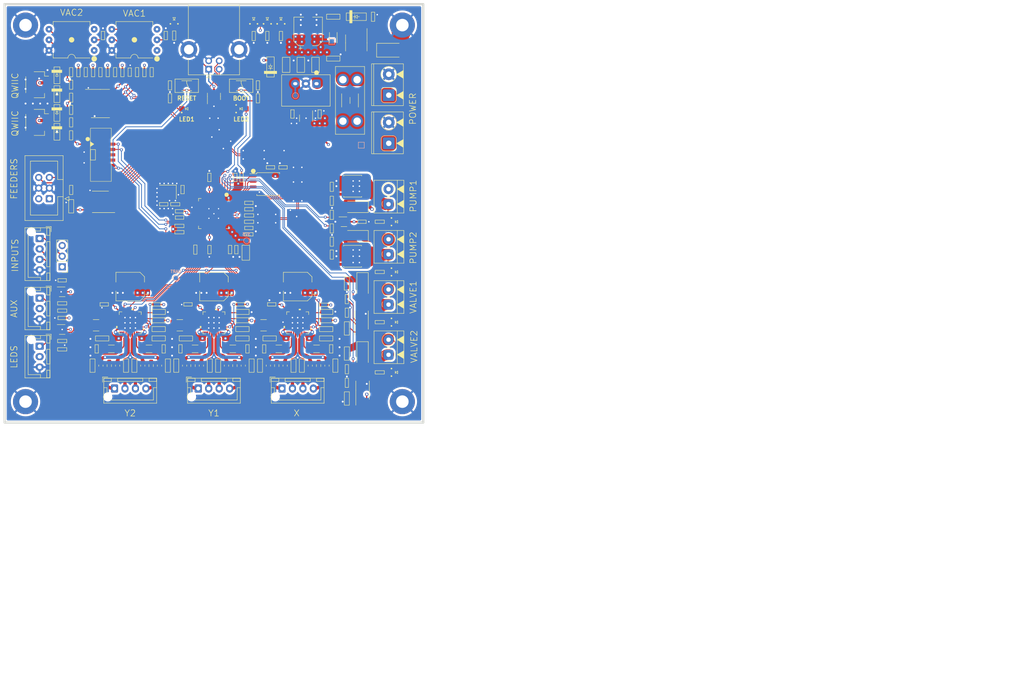
<source format=kicad_pcb>
(kicad_pcb (version 20211014) (generator pcbnew)
  (title_block (title "Starfish") (date "2022-09-10") (rev "v0") (company "Winterbloom") (comment 1 "Alethea Flowers") (comment 2 "CERN-OHL-P V2") (comment 3 "starfish.wntr.dev"))
  (layers (0 "F.Cu" signal) (1 "In1.Cu" signal) (2 "In2.Cu" signal) (31 "B.Cu" signal) (34 "B.Paste" user) (35 "F.Paste" user) (36 "B.SilkS" user "B.Silkscreen") (37 "F.SilkS" user "F.Silkscreen") (38 "B.Mask" user) (39 "F.Mask" user) (44 "Edge.Cuts" user))
  (net 0 "")
  (net 1 "GND")
  (net 2 "+3V3")
  (net 3 "+1V1")
  (net 4 "/Microcontroller/RUN")
  (net 5 "/Microcontroller/XIN")
  (net 6 "Net-(C314-Pad1)")
  (net 7 "/Connections/CAM_LED")
  (net 8 "/TMC_UART")
  (net 9 "/Microcontroller/ACT_LED")
  (net 10 "/Microcontroller/AUX_LED")
  (net 11 "/Microcontroller/SWD")
  (net 12 "/Microcontroller/SWCLK")
  (net 13 "/Microcontroller/QSPI_CS")
  (net 14 "/Microcontroller/XOUT")
  (net 15 "/Connections/AUX_OUT")
  (net 16 "/Microcontroller/M1_EN")
  (net 17 "/Microcontroller/M2_EN")
  (net 18 "/Microcontroller/M2_DIR")
  (net 19 "/Microcontroller/M2_STEP")
  (net 20 "/Microcontroller/M2_DIAG")
  (net 21 "/Microcontroller/M1_DIR")
  (net 22 "/Microcontroller/M1_STEP")
  (net 23 "/Microcontroller/M1_DIAG")
  (net 24 "/Microcontroller/QSPI_SD3")
  (net 25 "/Microcontroller/QSPI_SCLK")
  (net 26 "/Microcontroller/QSPI_SD0")
  (net 27 "/Microcontroller/QSPI_SD2")
  (net 28 "/Microcontroller/QSPI_SD1")
  (net 29 "Net-(D301-Pad1)")
  (net 30 "Net-(D302-Pad1)")
  (net 31 "/Connections/IN_2")
  (net 32 "/Connections/IN_1")
  (net 33 "/Connections/MCU_D-")
  (net 34 "/Connections/MCU_D+")
  (net 35 "Net-(R303-Pad2)")
  (net 36 "Net-(R304-Pad2)")
  (net 37 "Net-(R307-Pad2)")
  (net 38 "/Microcontroller/M0_EN")
  (net 39 "/Microcontroller/M0_DIR")
  (net 40 "/Microcontroller/M0_STEP")
  (net 41 "/Microcontroller/M0_DIAG")
  (net 42 "+24V")
  (net 43 "+5V")
  (net 44 "/Valve A/KEEP")
  (net 45 "/Valve B/KEEP")
  (net 46 "/X Motor/CPO")
  (net 47 "/X Motor/CPI")
  (net 48 "/X Motor/VCP")
  (net 49 "/X Motor/5VOUT")
  (net 50 "/X Motor/BRB")
  (net 51 "/X Motor/BRA")
  (net 52 "Net-(C1407-Pad1)")
  (net 53 "Net-(C1408-Pad1)")
  (net 54 "Net-(C1409-Pad1)")
  (net 55 "Net-(C1410-Pad1)")
  (net 56 "/Y1 Motor/CPO")
  (net 57 "/Y1 Motor/CPI")
  (net 58 "/Y1 Motor/VCP")
  (net 59 "/Y1 Motor/5VOUT")
  (net 60 "/Y1 Motor/BRB")
  (net 61 "/Y1 Motor/BRA")
  (net 62 "Net-(C1507-Pad1)")
  (net 63 "Net-(C1508-Pad1)")
  (net 64 "Net-(C1509-Pad1)")
  (net 65 "Net-(C1510-Pad1)")
  (net 66 "/Y2 Motor/CPO")
  (net 67 "/Y2 Motor/CPI")
  (net 68 "/Y2 Motor/VCP")
  (net 69 "/Y2 Motor/5VOUT")
  (net 70 "/Y2 Motor/BRB")
  (net 71 "/Y2 Motor/BRA")
  (net 72 "Net-(C1607-Pad1)")
  (net 73 "Net-(C1608-Pad1)")
  (net 74 "Net-(C1609-Pad1)")
  (net 75 "Net-(C1610-Pad1)")
  (net 76 "Net-(D203-Pad1)")
  (net 77 "Net-(D204-Pad1)")
  (net 78 "Net-(D205-Pad1)")
  (net 79 "/Connections/QWIIC1_SDA")
  (net 80 "/Connections/QWIIC2_SDA")
  (net 81 "/Connections/QWIIC1_SCK")
  (net 82 "/Connections/QWIIC2_SCK")
  (net 83 "Net-(D405-Pad2)")
  (net 84 "Net-(D1001-Pad1)")
  (net 85 "/Pump A/switched")
  (net 86 "Net-(D1101-Pad1)")
  (net 87 "/Pump B/switched")
  (net 88 "Net-(D1201-Pad1)")
  (net 89 "/Valve A/switched")
  (net 90 "Net-(D1301-Pad1)")
  (net 91 "/Valve B/switched")
  (net 92 "/Power/DCIN")
  (net 93 "/X Motor/OB2")
  (net 94 "/X Motor/OB1")
  (net 95 "/X Motor/OA1")
  (net 96 "/X Motor/OA2")
  (net 97 "/Y1 Motor/OB2")
  (net 98 "/Y1 Motor/OB1")
  (net 99 "/Y1 Motor/OA1")
  (net 100 "/Y1 Motor/OA2")
  (net 101 "/Y2 Motor/OB2")
  (net 102 "/Y2 Motor/OB1")
  (net 103 "/Y2 Motor/OA1")
  (net 104 "/Y2 Motor/OA2")
  (net 105 "/Connections/CAM LED OUT")
  (net 106 "/Connections/AUX OUT")
  (net 107 "Net-(J403-Pad2)")
  (net 108 "/RS485/RS-485+")
  (net 109 "/RS485/RS-485-")
  (net 110 "Net-(Q1001-Pad4)")
  (net 111 "Net-(Q1101-Pad4)")
  (net 112 "Net-(R306-Pad2)")
  (net 113 "Net-(R403-Pad1)")
  (net 114 "Net-(R404-Pad1)")
  (net 115 "/Buffer/IN_A")
  (net 116 "/Buffer/IN_B")
  (net 117 "/Buffer/OUT_A")
  (net 118 "/Buffer/OUT_B")
  (net 119 "/Valve A/OSC")
  (net 120 "/Valve A/PEAK")
  (net 121 "/Valve B/OSC")
  (net 122 "/Valve B/PEAK")
  (net 124 "/Microcontroller/RS485_~{IN_EN}")
  (net 125 "/Microcontroller/RS485_OUT_EN")
  (net 127 "/Microcontroller/VALVE_A")
  (net 129 "/Microcontroller/VALVE_B")
  (net 145 "Net-(D406-Pad1)")
  (net 146 "/Power/post polarity")
  (net 147 "/Power/post fuse")
  (net 148 "/Power/gate")
  (net 153 "Net-(R403-Pad2)")
  (net 154 "Net-(R404-Pad2)")
  (net 155 "/I2C Multiplexer/INT")
  (net 156 "/I2C Multiplexer/~{RESET}")
  (net 157 "/I2C Multiplexer/~{INT0}")
  (net 158 "/I2C Multiplexer/~{INT1}")
  (net 159 "/I2C Multiplexer/~{INT2}")
  (net 160 "/I2C Multiplexer/~{INT3}")
  (net 161 "/I2C Multiplexer/SDA2")
  (net 162 "/I2C Multiplexer/SCL2")
  (net 163 "/I2C Multiplexer/SDA3")
  (net 164 "/I2C Multiplexer/SCL3")
  (net 165 "/Microcontroller/I2C1_SCL")
  (net 166 "/Microcontroller/I2C1_SDA")
  (net 167 "/Microcontroller/UART0_TX")
  (net 168 "/Microcontroller/UART1_TX")
  (net 169 "/Microcontroller/UART1_RX")
  (footprint "winterbloom:C_0603_HandSolder" (layer "F.Cu") (at 59.2 120.998 90)
    (fp_text reference "C1508" hide)
    (fp_text value "470p")
  )
  (footprint "winterbloom:R_0402_HandSolder" (layer "F.Cu") (at 99.95 105.1105 -90)
    (fp_text reference "R1201" hide)
    (fp_text value "0R")
  )
  (footprint "winterbloom:R_0402_HandSolder" (layer "F.Cu") (at 99.95 108.3605 -90)
    (fp_text reference "R1202" hide)
    (fp_text value "47k")
  )
  (footprint "winterbloom:C_0402_HandSolder" (layer "F.Cu") (at 81.7 73.6105 180)
    (fp_text reference "C316" hide)
    (fp_text value "1u")
  )
  (footprint "winterbloom:R_0402_HandSolder" (layer "F.Cu") (at 31.95 107.8605)
    (fp_text reference "R403" hide)
    (fp_text value "120R")
  )
  (footprint "winterbloom:C_0402_HandSolder" (layer "F.Cu") (at 31.95 109.6105 180)
    (fp_text reference "C401" hide)
    (fp_text value "100n")
  )
  (footprint "Connector_JST:JST_XH_B3B-XH-AM_1x03_P2.50mm_Vertical" (layer "F.Cu") (at 26.57 104.8605 -90)
    (fp_text reference "J402" hide)
    (fp_text value "Aux out")
  )
  (footprint "winterbloom:LED_0805_Kingbright_APT2012" (layer "F.Cu") (at 111.8 122.6105)
    (fp_text reference "D1301" hide)
    (fp_text value "On" hide)
  )
  (footprint "Package_TO_SOT_SMD:SOT-363_SC-70-6" (layer "F.Cu") (at 31.95 103.3605)
    (fp_text reference "U402" hide)
    (fp_text value "74HC2G34")
  )
  (footprint "winterbloom:C_0402_HandSolder" (layer "F.Cu") (at 42 106.3605 180)
    (fp_text reference "C1602" hide)
    (fp_text value "100n")
  )
  (footprint "winterbloom:C_0603_HandSolder" (layer "F.Cu") (at 95 114.498)
    (fp_text reference "C1413" hide)
    (fp_text value "100n")
  )
  (footprint "winterbloom:C_0402_HandSolder" (layer "F.Cu") (at 60.7 78.9213 90)
    (fp_text reference "C313" hide)
    (fp_text value "15p")
  )
  (footprint "winterbloom:TMC2209-LA" (layer "F.Cu") (at 48.2 110.773 180)
    (fp_text reference "U1601" hide)
    (fp_text value "TMC2209")
  )
  (footprint "winterbloom:R_0402_HandSolder" (layer "F.Cu") (at 54.45 106.3605)
    (fp_text reference "R1601" hide)
    (fp_text value "10k")
  )
  (footprint "winterbloom:R_0402_HandSolder" (layer "F.Cu") (at 99.95 121.8605 -90)
    (fp_text reference "R1301" hide)
    (fp_text value "0R")
  )
  (footprint "winterbloom:C_0402_HandSolder" (layer "F.Cu") (at 76.535786 88.1105)
    (fp_text reference "C310" hide)
    (fp_text value "1u")
  )
  (footprint "winterbloom:R_0402_HandSolder" (layer "F.Cu") (at 76.590786 86.6105 180)
    (fp_text reference "R304" hide)
    (fp_text value "27R")
  )
  (footprint "winterbloom:R_0402_HandSolder" (layer "F.Cu") (at 34.0875 59.8605 90)
    (fp_text reference "R508" hide)
    (fp_text value "10k")
  )
  (footprint "winterbloom:R_0402_HandSolder" (layer "F.Cu") (at 63.75 93.273001 -90)
    (fp_text reference "R305" hide)
    (fp_text value "1k")
  )
  (footprint "winterbloom:R_0402_HandSolder" (layer "F.Cu") (at 39.3375 50.8605 -90)
    (fp_text reference "R512" hide)
    (fp_text value "4k7")
  )
  (footprint "winterbloom:C_0402_HandSolder" (layer "F.Cu") (at 60.2 116.998 90)
    (fp_text reference "C1506" hide)
    (fp_text value "100n")
  )
  (footprint "winterbloom:C_0402_HandSolder" (layer "F.Cu") (at 86.95 60.8605 -90)
    (fp_text reference "C209" hide)
    (fp_text value "1u")
  )
  (footprint "Package_TO_SOT_SMD:LFPAK56" (layer "F.Cu") (at 101.5 78.1105)
    (fp_text reference "Q1001" hide)
    (fp_text value "PSMN011-30YLC")
  )
  (footprint "winterbloom:C_0402_HandSolder" (layer "F.Cu") (at 76.535786 82.1105)
    (fp_text reference "C311" hide)
    (fp_text value "100n")
  )
  (footprint "winterbloom:LED_0805_Kingbright_APT2012" (layer "F.Cu") (at 84.2 38.1105 90)
    (fp_text reference "D203" hide)
    (fp_text value "24V" hide)
  )
  (footprint "winterbloom:R_0402_HandSolder" (layer "F.Cu") (at 96.35 84.9605 -90)
    (fp_text reference "R901" hide)
    (fp_text value "10k")
  )
  (footprint "winterbloom:R_0402_HandSolder" (layer "F.Cu") (at 51.5875 50.8605 -90)
    (fp_text reference "R501" hide)
    (fp_text value "4k7")
  )
  (footprint "winterbloom:C_0402_HandSolder" (layer "F.Cu") (at 31.95 100.6105 180)
    (fp_text reference "C402" hide)
    (fp_text value "100n")
  )
  (footprint "Capacitor_SMD:CP_Elec_6.3x9.9" (layer "F.Cu") (at 68.2 102.1105 180)
    (fp_text reference "C1411" hide)
    (fp_text value "100u")
  )
  (footprint "winterbloom:C_0402_HandSolder" (layer "F.Cu") (at 59.995 85.6105 180)
    (fp_text reference "C312" hide)
    (fp_text value "100n")
  )
  (footprint "winterbloom:C_0402_HandSolder" (layer "F.Cu") (at 93.45 60.8605 90)
    (fp_text reference "C210" hide)
    (fp_text value "1u")
  )
  (footprint "winterbloom:Tactile_Switch_4.2mm" (layer "F.Cu") (at 61.7 54.1105 180)
    (fp_text reference "SW301" hide)
    (fp_text value "RESET" hide)
  )
  (footprint "Connector_JST:JST_XH_B4B-XH-AM_1x04_P2.50mm_Vertical" (layer "F.Cu") (at 44.45 126.473)
    (fp_text reference "J1601" hide)
    (fp_text value "Motor")
  )
  (footprint "winterbloom:C_0603_HandSolder" (layer "F.Cu") (at 55 112.273)
    (fp_text reference "C1601" hide)
    (fp_text value "22n")
  )
  (footprint "Connector_JST:JST_XH_B4B-XH-AM_1x04_P2.50mm_Vertical" (layer "F.Cu") (at 26.57 90.6105 -90)
    (fp_text reference "J404" hide)
    (fp_text value "Inputs")
  )
  (footprint "winterbloom:D_SOD-323" (layer "F.Cu") (at 30.7 60.6105 -90)
    (fp_text reference "D402" hide)
    (fp_text value "PESD5V" hide)
  )
  (footprint "winterbloom:C_0603_HandSolder" (layer "F.Cu") (at 99.95 118.1105 -90)
    (fp_text reference "C1302" hide)
    (fp_text value "100n")
  )
  (footprint "winterbloom:C_0402_HandSolder" (layer "F.Cu") (at 62 106.3605 180)
    (fp_text reference "C1502" hide)
    (fp_text value "100n")
  )
  (footprint "winterbloom:R_0402_HandSolder" (layer "F.Cu") (at 34.0875 53.8605 -90)
    (fp_text reference "R506" hide)
    (fp_text value "4k7")
  )
  (footprint "winterbloom:XGZP6857D" (layer "F.Cu") (at 34.2 43.123 180)
    (fp_text reference "U701" hide)
    (fp_text value "XGZP6857D")
  )
  (footprint "winterbloom:D_SOD-323" (layer "F.Cu") (at 30.7 65.1105 -90)
    (fp_text reference "D404" hide)
    (fp_text value "PESD5V" hide)
  )
  (footprint "Inductor_SMD:L_0603_1608Metric_Pad1.05x0.95mm_HandSolder" (layer "F.Cu") (at 65.2 120.998 -90)
    (fp_text reference "FB1503" hide)
    (fp_text value "120R @ 100MHz")
  )
  (footprint "Resistor_SMD:R_1206_3216Metric_Pad1.30x1.75mm_HandSolder" (layer "F.Cu") (at 43.7 116.998)
    (fp_text reference "R1603" hide)
    (fp_text value "120m")
  )
  (footprint "winterbloom:C_0402_HandSolder" (layer "F.Cu") (at 48.0875 50.8605 90)
    (fp_text reference "C501" hide)
    (fp_text value "100n")
  )
  (footprint "winterbloom:D_SOD-323" (layer "F.Cu") (at 30.7 56.1105 -90)
    (fp_text reference "D403" hide)
    (fp_text value "PESD5V" hide)
  )
  (footprint "winterbloom:C_0402_HandSolder" (layer "F.Cu") (at 56.2 116.998 90)
    (fp_text reference "C1605" hide)
    (fp_text value "100n")
  )
  (footprint "winterbloom:R_0402_HandSolder" (layer "F.Cu") (at 107.8 86.6105 180)
    (fp_text reference "R1003" hide)
    (fp_text value "5k1")
  )
  (footprint "winterbloom:R_0402_HandSolder" (layer "F.Cu") (at 74.8 76.013 -90)
    (fp_text reference "R311" hide)
    (fp_text value "10k")
  )
  (footprint "winterbloom:C_0603_HandSolder" (layer "F.Cu") (at 95 112.273)
    (fp_text reference "C1401" hide)
    (fp_text value "22n")
  )
  (footprint "winterbloom:R_0402_HandSolder" (layer "F.Cu") (at 96.35 78.263 -90)
    (fp_text reference "R1002" hide)
    (fp_text value "1k")
  )
  (footprint "winterbloom:C_1210_HandSolder" (layer "F.Cu") (at 40.05 111.3605 180)
    (fp_text reference "C1612" hide)
    (fp_text value "10u")
  )
  (footprint "winterbloom:C_0805_HandSolder" (layer "F.Cu") (at 85.45 49.1105 90)
    (fp_text reference "C208" hide)
    (fp_text value "22u")
  )
  (footprint "winterbloom:Connector_Cortex_Debug_IDC_2x05_P1.27mm_Vertical_Shrouded_SMD" (layer "F.Cu") (at 41.2 70.6105)
    (fp_text reference "J1" hide)
    (fp_text value "SWD")
  )
  (footprint "Resistor_SMD:R_0603_1608Metric_Pad0.98x0.95mm_HandSolder" (layer "F.Cu") (at 83.2 120.998 -90)
    (fp_text reference "RV1402" hide)
    (fp_text value "MOV")
  )
  (footprint "winterbloom:C_0402_HandSolder" (layer "F.Cu") (at 103.551694 86.6105)
    (fp_text reference "C901" hide)
    (fp_text value "100n")
  )
  (footprint "winterbloom:C_0402_HandSolder" (layer "F.Cu") (at 59.995 84.1105 180)
    (fp_text reference "C303" hide)
    (fp_text value "100n")
  )
  (footprint "winterbloom:R_0402_HandSolder" (layer "F.Cu") (at 44.5875 50.8605 -90)
    (fp_text reference "R515" hide)
    (fp_text value "4k7")
  )
  (footprint "winterbloom:C_0402_HandSolder" (layer "F.Cu") (at 80.2 116.998 90)
    (fp_text reference "C1406" hide)
    (fp_text value "100n")
  )
  (footprint "Resistor_SMD:R_0603_1608Metric_Pad0.98x0.95mm_HandSolder" (layer "F.Cu") (at 63.2 120.998 -90)
    (fp_text reference "RV1502" hide)
    (fp_text value "MOV")
  )
  (footprint "winterbloom:C_0402_HandSolder" (layer "F.Cu") (at 82 106.3605 180)
    (fp_text reference "C1402" hide)
    (fp_text value "100n")
  )
  (footprint "winterbloom:LED_0805_Kingbright_APT2012" (layer "F.Cu") (at 74.7 59.6105)
    (fp_text reference "D302" hide)
    (fp_text value "Aux" hide)
  )
  (footprint "winterbloom:C_0603_HandSolder" (layer "F.Cu") (at 67.2 120.998 90)
    (fp_text reference "C1510" hide)
    (fp_text value "470p")
  )
  (footprint "winterbloom:C_0603_HandSolder" (layer "F.Cu") (at 99.95 112.1105 -90)
    (fp_text reference "C1201" hide)
    (fp_text value "4u7")
  )
  (footprint "winterbloom:LED_0805_Kingbright_APT2012" (layer "F.Cu") (at 80.95 38.1105 90)
    (fp_text reference "D204" hide)
    (fp_text value "5V" hide)
  )
  (footprint "winterbloom:TerminalBlock_4UCON_1x02_P3.50mm_Horizontal" (layer "F.Cu") (at 109.9 82.3605 90)
    (fp_text reference "J1001" hide)
    (fp_text value "Pump" hide)
  )
  (footprint "winterbloom:LED_0805_Kingbright_APT2012" (layer "F.Cu") (at 77.7 38.1105 90)
    (fp_text reference "D205" hide)
    (fp_text value "3V3" hide)
  )
  (footprint "Package_TO_SOT_SMD:LFPAK56" (layer "F.Cu") (at 101.465 94.8605)
    (fp_text reference "Q1101" hide)
    (fp_text value "PSMN011-30YLC")
  )
  (footprint "Fuse:Fuseholder_Blade_Mini_Keystone_3568" (layer "F.Cu") (at 99 62.5705 90)
    (fp_text reference "F201" hide)
    (fp_text value "Fuse")
  )
  (footprint "winterbloom:R_0402_HandSolder" (layer "F.Cu") (at 96.35 91.363 90)
    (fp_text reference "R1101" hide)
    (fp_text value "100k")
  )
  (footprint "winterbloom:R_0402_HandSolder" (layer "F.Cu") (at 84.2 42.2105 -90)
    (fp_text reference "R202" hide)
    (fp_text value "5k1")
  )
  (footprint "winterbloom:TMC2209-LA" (layer "F.Cu") (at 88.2 110.773 180)
    (fp_text reference "U1401" hide)
    (fp_text value "TMC2209")
  )
  (footprint "Connector_IDC:IDC-Header_2x03_P2.54mm_Vertical" (layer "F.Cu") (at 28.89 81.1105 180)
    (fp_text reference "J801" hide)
    (fp_text value "Feeders")
  )
  (footprint "winterbloom:C_0603_HandSolder" (layer "F.Cu") (at 55 114.498)
    (fp_text reference "C1613" hide)
    (fp_text value "100n")
  )
  (footprint "winterbloom:C_0603_HandSolder" (layer "F.Cu") (at 95 108.1625)
    (fp_text reference "C1404" hide)
    (fp_text value "4u7")
  )
  (footprint "winterbloom:C_0603_HandSolder" (layer "F.Cu") (at 39.2 120.998 90)
    (fp_text reference "C1608" hide)
    (fp_text value "470p")
  )
  (footprint "Inductor_SMD:L_0603_1608Metric_Pad1.05x0.95mm_HandSolder" (layer "F.Cu") (at 81.2 120.998 -90)
    (fp_text reference "FB1404" hide)
    (fp_text value "120R @ 100MHz")
  )
  (footprint "Connector_JST:JST_SH_SM04B-SRSS-TB_1x04-1MP_P1.00mm_Horizontal" (layer "F.Cu") (at 25.95 53.8655 -90)
    (fp_text reference "J405" hide)
    (fp_text value "Qwiic")
  )
  (footprint "Inductor_SMD:L_0603_1608Metric_Pad1.05x0.95mm_HandSolder" (layer "F.Cu") (at 75.2 120.998 -90)
    (fp_text reference "FB1501" hide)
    (fp_text value "120R @ 100MHz")
  )
  (footprint "winterbloom:R_0402_HandSolder" (layer "F.Cu") (at 107.8 98.6105 180)
    (fp_text reference "R1103" hide)
    (fp_text value "5k1")
  )
  (footprint "winterbloom:R_0402_HandSolder" (layer "F.Cu") (at 59.94 87.6105)
    (fp_text reference "R302" hide)
    (fp_text value "10k")
  )
  (footprint "MountingHole:MountingHole_3mm_Pad" (layer "F.Cu") (at 23.2 129.6105)
    (fp_text reference "H103" hide)
    (fp_text value "GND")
  )
  (footprint "Package_TO_SOT_SMD:SOT-363_SC-70-6" (layer "F.Cu") (at 99.25 86.6105)
    (fp_text reference "U901" hide)
    (fp_text value "74HC2G34")
  )
  (footprint "winterbloom:C_0603_HandSolder" (layer "F.Cu") (at 55 110.1625 180)
    (fp_text reference "C1603" hide)
    (fp_text value "100n")
  )
  (footprint "Resistor_SMD:R_1206_3216Metric_Pad1.30x1.75mm_HandSolder" (layer "F.Cu") (at 52.7 116.998 180)
    (fp_text reference "R1602" hide)
    (fp_text value "120m")
  )
  (footprint "winterbloom:R_0402_HandSolder" (layer "F.Cu") (at 78.7 57.1105 90)
    (fp_text reference "R309" hide)
    (fp_text value "1k")
  )
  (footprint "winterbloom:R_0402_HandSolder" (layer "F.Cu") (at 34.0875 56.958 90)
    (fp_text reference "R507" hide)
    (fp_text value "4k7")
  )
  (footprint "winterbloom:R_0402_HandSolder" (layer "F.Cu") (at 34.1 79.008 -90)
    (fp_text reference "R801" hide)
    (fp_text value "120R")
  )
  (footprint "winterbloom:C_0603_HandSolder" (layer "F.Cu") (at 81.5 114.498 180)
    (fp_text reference "C1414" hide)
    (fp_text value "100n")
  )
  (footprint "winterbloom:C_0603_HandSolder" (layer "F.Cu") (at 61.5 114.498 180)
    (fp_text reference "C1514" hide)
    (fp_text value "100n")
  )
  (footprint "winterbloom:D_SOD-123" (layer "F.Cu") (at 102.2 37.6105)
    (fp_text reference "D202" hide)
    (fp_text value "PDZ16BGWJ")
  )
  (footprint "winterbloom:XGZP6857D" (layer "F.Cu") (at 49.2 43.123 180)
    (fp_text reference "U601" hide)
    (fp_text value "XGZP6857D")
  )
  (footprint "winterbloom:C_0402_HandSolder" (layer "F.Cu") (at 40.2 116.998 90)
    (fp_text reference "C1606" hide)
    (fp_text value "100n")
  )
  (footprint "Package_TO_SOT_SMD:SOT-23-5" (layer "F.Cu") (at 90.2 61.8605 -90)
    (fp_text reference "U202" hide)
    (fp_text value "MIC5317-3.3")
  )
  (footprint "winterbloom:C_0402_HandSolder" (layer "F.Cu") (at 76.535786 83.6105)
    (fp_text reference "C306" hide)
    (fp_text value "100n")
  )
  (footprint "Package_SO:SOIC-8_3.9x4.9mm_P1.27mm" (layer "F.Cu") (at 41.0875 81.8605 180)
    (fp_text reference "U801" hide)
    (fp_text value "MAX3078E")
  )
  (footprint "winterbloom:D_SOD-323" (layer "F.Cu") (at 30.7 51.6105 -90)
    (fp_text reference "D401" hide)
    (fp_text value "PESD5V" hide)
  )
  (footprint "winterbloom:C_0603_HandSolder" (layer "F.Cu") (at 77.2 120.998 90)
    (fp_text reference "C1509" hide)
    (fp_text value "470p")
  )
  (footprint "Inductor_SMD:L_0603_1608Metric_Pad1.05x0.95mm_HandSolder" (layer "F.Cu") (at 41.2 120.998 -90)
    (fp_text reference "FB1604" hide)
    (fp_text value "120R @ 100MHz")
  )
  (footprint "winterbloom:R_0402_HandSolder" (layer "F.Cu") (at 57.7 54.013 90)
    (fp_text reference "R306" hide)
    (fp_text value "1k")
  )
  (footprint "winterbloom:R_0402_HandSolder" (layer "F.Cu") (at 74.45 106.3605)
    (fp_text reference "R1501" hide)
    (fp_text value "10k")
  )
  (footprint "winterbloom:R_0402_HandSolder" (layer "F.Cu") (at 77.7 42.2105 -90)
    (fp_text reference "R204" hide)
    (fp_text value "1k")
  )
  (footprint "winterbloom:R_0402_HandSolder" (layer "F.Cu") (at 53.3375 50.8605 -90)
    (fp_text reference "R503" hide)
    (fp_text value "10k")
  )
  (footprint "winterbloom:LED_0805_Kingbright_APT2012" (layer "F.Cu") (at 111.8 110.6105)
    (fp_text reference "D1201" hide)
    (fp_text value "On" hide)
  )
  (footprint "winterbloom:R_0402_HandSolder" (layer "F.Cu") (at 46.3375 50.8605 -90)
    (fp_text reference "R516" hide)
    (fp_text value "4k7")
  )
  (footprint "winterbloom:R_0402_HandSolder" (layer "F.Cu") (at 80.95 42.208 -90)
    (fp_text reference "R203" hide)
    (fp_text value "1k")
  )
  (footprint "winterbloom:Converter_DCDC_CUI_VX78-500_THT" (layer "F.Cu") (at 92.7 53.6105 180)
    (fp_text reference "U201" hide)
    (fp_text value "VX7805-500")
  )
  (footprint "Resistor_SMD:R_1206_3216Metric_Pad1.30x1.75mm_HandSolder" (layer "F.Cu") (at 72.7 116.998 180)
    (fp_text reference "R1502" hide)
    (fp_text value "120m")
  )
  (footprint "winterbloom:TerminalBlock_4UCON_1x02_P3.50mm_Horizontal" (layer "F.Cu") (at 109.9 94.3605 90)
    (fp_text reference "J1101" hide)
    (fp_text value "Pump" hide)
  )
  (footprint "winterbloom:D_SOD-123" (layer "F.Cu") (at 81.7 49.6105 90)
    (fp_text reference "D405" hide)
    (fp_text value "PMEG2005EGWJ")
  )
  (footprint "winterbloom:C_0603_HandSolder" (layer "F.Cu") (at 55 108.1625)
    (fp_text reference "C1604" hide)
    (fp_text value "4u7")
  )
  (footprint "winterbloom:C_0805_HandSolder" (layer "F.Cu") (at 92.45 49.1105 90)
    (fp_text reference "C206" hide)
    (fp_text value "4u7")
  )
  (footprint "winterbloom:R_0402_HandSolder" (layer "F.Cu") (at 99.95 125.1105 -90)
    (fp_text reference "R1302" hide)
    (fp_text value "47k")
  )
  (footprint "winterbloom:R_0402_HandSolder" (layer "F.Cu") (at 34.0875 62.8605 -90)
    (fp_text reference "R509" hide)
    (fp_text value "4k7")
  )
  (footprint "winterbloom:C_0603_HandSolder" (layer "F.Cu") (at 95 110.1625 180)
    (fp_text reference "C1403" hide)
    (fp_text value "100n")
  )
  (footprint "winterbloom:LED_0805_Kingbright_APT2012" (layer "F.Cu") (at 111.8 86.6105)
    (fp_text reference "D1001" hide)
    (fp_text value "On" hide)
  )
  (footprint "winterbloom:R_0402_HandSolder" (layer "F.Cu") (at 107.8 110.6105 180)
    (fp_text reference "R1203" hide)
    (fp_text value "5k1")
  )
  (footprint "winterbloom:LED_0805_Kingbright_APT2012" (layer "F.Cu") (at 58.7 38.1105 90)
    (fp_text reference "D406" hide)
    (fp_text value "USB" hide)
  )
  (footprint "Package_TO_SOT_SMD:SOT-363_SC-70-6" (layer "F.Cu") (at 31.95 112.3605)
    (fp_text reference "U401" hide)
    (fp_text value "74HC2G34")
  )
  (footprint "Crystal:Crystal_SMD_Abracon_ABM8G-4Pin_3.2x2.5mm" (layer "F.Cu") (at 57.2 79.5105 180)
    (fp_text reference "Y301" hide)
    (fp_text value "12MHz")
  )
  (footprint "Connector_JST:JST_XH_B4B-XH-AM_1x04_P2.50mm_Vertical" (layer "F.Cu") (at 84.45 126.473)
    (fp_text reference "J1401" hide)
    (fp_text value "Motor")
  )
  (footprint "winterbloom:C_0402_HandSolder" (layer "F.Cu") (at 96.2 116.998 90)
    (fp_text reference "C1405" hide)
    (fp_text value "100n")
  )
  (footprint "winterbloom:C_0603_HandSolder" (layer "F.Cu") (at 75 114.498)
    (fp_text reference "C1513" hide)
    (fp_text value "100n")
  )
  (footprint "winterbloom:R_0402_HandSolder" (layer "F.Cu") (at 37.5875 50.8605 -90)
    (fp_text reference "R511" hide)
    (fp_text value "10k")
  )
  (footprint "winterbloom:R_0402_HandSolder" (layer "F.Cu") (at 58.7 42.1105 -90)
    (fp_text reference "R405" hide)
    (fp_text value "1k")
  )
  (footprint "Resistor_SMD:R_1206_3216Metric_Pad1.30x1.75mm_HandSolder" (layer "F.Cu") (at 63.7 116.998)
    (fp_text reference "R1503" hide)
    (fp_text value "120m")
  )
  (footprint "winterbloom:R_0402_HandSolder" (layer "F.Cu") (at 49.8375 50.8605 -90)
    (fp_text reference "R502" hide)
    (fp_text value "4k7")
  )
  (footprint "winterbloom:C_0603_HandSolder" (layer "F.Cu") (at 47.2 120.998 90)
    (fp_text reference "C1610" hide)
    (fp_text value "470p")
  )
  (footprint "Connector_JST:JST_XH_B4B-XH-AM_1x04_P2.50mm_Vertical" (layer "F.Cu") (at 64.45 126.473)
    (fp_text reference "J1501" hide)
    (fp_text value "Motor")
  )
  (footprint "winterbloom:C_0603_HandSolder" (layer "F.Cu") (at 75 108.1625)
    (fp_text reference "C1504" hide)
    (fp_text value "4u7")
  )
  (footprint "winterbloom:R_0402_HandSolder" (layer "F.Cu") (at 42.8375 50.8605 -90)
    (fp_text reference "R514" hide)
    (fp_text value "10k")
  )
  (footprint "winterbloom:C_0402_HandSolder" (layer "F.Cu") (at 41.7 42.1105 90)
    (fp_text reference "C701" hide)
    (fp_text value "100n")
  )
  (footprint "Package_SO:SOIC-8_3.9x4.9mm_P1.27mm" (layer "F.Cu") (at 102.2 43.8605 -90)
    (fp_text reference "Q201" hide)
    (fp_text value "DMP3037LSS-13")
  )
  (footprint "winterbloom:C_0402_HandSolder" (layer "F.Cu") (at 84.7 73.6105 180)
    (fp_text reference "C315" hide)
    (fp_text value "100n")
  )
  (footprint "winterbloom:R_0402_HandSolder" (layer "F.Cu") (at 106.2 37.6105 90)
    (fp_text reference "R201" hide)
    (fp_text value "47k")
  )
  (footprint "winterbloom:R_0402_HandSolder" (layer "F.Cu") (at 41.0875 50.8605 -90)
    (fp_text reference "R513" hide)
    (fp_text value "4k7")
  )
  (footprint "Package_SO:TSSOP-8_4.4x3mm_P0.65mm" (layer "F.Cu") (at 103.45 110.1105 90)
    (fp_text reference "U1201" hide)
    (fp_text value "DRV120PWR")
  )
  (footprint "winterbloom:C_0603_HandSolder" (layer "F.Cu") (at 87.2 120.998 90)
    (fp_text reference "C1410" hide)
    (fp_text value "470p")
  )
  (footprint "winterbloom:C_0805_HandSolder" (layer "F.Cu") (at 75.808973 94.0105 -90)
    (fp_text reference "C301" hide)
    (fp_text value "10u")
  )
  (footprint "Resistor_SMD:R_1206_3216Metric_Pad1.30x1.75mm_HandSolder" (layer "F.Cu") (at 92.7 116.998 180)
    (fp_text reference "R1402" hide)
    (fp_text value "120m")
  )
  (footprint "Connector_JST:JST_XH_B3B-XH-AM_1x03_P2.50mm_Vertical" (layer "F.Cu") (at 26.57 116.3605 -90)
    (fp_text reference "J401" hide)
    (fp_text value "Cam LED")
  )
  (footprint "Resistor_SMD:R_1206_3216Metric_Pad1.30x1.75mm_HandSolder" (layer "F.Cu") (at 83.7 116.998)
    (fp_text reference "R1403" hide)
    (fp_text value "120m")
  )
  (footprint "MountingHole:MountingHole_3mm_Pad" (layer "F.Cu") (at 113.2 39.6105)
    (fp_text reference "H102" hide)
    (fp_text value "GND")
  )
  (footprint "Inductor_SMD:L_1806_4516Metric_Pad1.45x1.90mm_HandSolder" (layer "F.Cu") (at 96.7 42.6105 -90)
    (fp_text reference "FB201" hide)
    (fp_text value "60R @ 100MHz")
  )
  (footprint "Resistor_SMD:R_0603_1608Metric_Pad0.98x0.95mm_HandSolder" (layer "F.Cu") (at 43.2 120.998 -90)
    (fp_text reference "RV1602" hide)
    (fp_text value "MOV")
  )
  (footprint "winterbloom:C_0603_HandSolder" (layer "F.Cu") (at 34.1 82.9105 90)
    (fp_text reference "C801" hide)
    (fp_text value "100n")
  )
  (footprint "Capacitor_SMD:CP_Elec_6.3x9.9" (layer "F.Cu") (at 88.2 102.1105 180)
    (fp_text reference "C1511" hide)
    (fp_text value "100u")
  )
  (footprint "winterbloom:C_0603_HandSolder" (layer "F.Cu") (at 57.2 120.998 90)
    (fp_text reference "C1609" hide)
    (fp_text value "470p")
  )
  (footprint "winterbloom:TerminalBlock_4UCON_1x02_P3.50mm_Horizontal" (layer "F.Cu") (at 109.9 106.3605 90)
    (fp_text reference "J1201" hide)
    (fp_text value "Valve" hide)
  )
  (footprint "Diode_SMD:D_SOD-128" (layer "F.Cu") (at 103.7 101.8605 -90)
    (fp_text reference "D1202" hide)
    (fp_text value "PMEG3030EP")
  )
  (footprint "winterbloom:C_0603_HandSolder" (layer "F.Cu") (at 75 110.1625 180)
    (fp_text reference "C1503" hide)
    (fp_text value "100n")
  )
  (footprint "winterbloom:C_0402_HandSolder" (layer "F.Cu") (at 72.05 93.263 -90)
    (fp_text reference "C305" hide)
    (fp_text value "100n")
  )
  (footprint "Package_SO:TSSOP-20_4.4x6.5mm_P0.65mm" (layer "F.Cu") (at 41.0875 58.3605)
    (fp_text reference "U501" hide)
    (fp_text value "PCA9545")
  )
  (footprint "winterbloom:C_0603_HandSolder" (layer "F.Cu") (at 79.2 120.998 90)
    (fp_text reference "C1408" hide)
    (fp_text value "470p")
  )
  (footprint "Diode_SMD:D_SOD-128" (layer "F.Cu") (at 102 90.0605 180)
    (fp_text reference "D1102" hide)
    (fp_text value "PMEG3030EP")
  )
  (footprint "Resistor_SMD:R_0603_1608Metric_Pad0.98x0.95mm_HandSolder" (layer "F.Cu") (at 73.2 120.998 90)
    (fp_text reference "RV1501" hide)
    (fp_text value "MOV")
  )
  (footprint "winterbloom:R_0402_HandSolder" (layer "F.Cu") (at 94.45 106.473)
    (fp_text reference "R1401" hide)
    (fp_text value "10k")
  )
  (footprint "winterbloom:R_0402_HandSolder" (layer "F.Cu") (at 35.8375 50.8605 -90)
    (fp_text reference "R504" hide)
    (fp_text value "10k")
  )
  (footprint "Package_SO:SOIC-8_5.23x5.23mm_P1.27mm" (layer "F.Cu") (at 81.15824 77.61226)
    (fp_text reference "U302" hide)
    (fp_text value "W25Q128JVS")
  )
  (footprint "winterbloom:R_0402_HandSolder" (layer "F.Cu") (at 96.35 81.6105 -90)
    (fp_text reference "R1001" hide)
    (fp_text value "100k")
  )
  (footprint "winterbloom:C_0603_HandSolder" (layer "F.Cu") (at 96.7 47.6105)
    (fp_text reference "C202" hide)
    (fp_text value "100n")
  )
  (footprint "winterbloom:C_0603_HandSolder" (layer "F.Cu") (at 49.2 120.998 90)
    (fp_text reference "C1607" hide)
    (fp_text value "470p")
  )
  (footprint "Resistor_SMD:R_0603_1608Metric_Pad0.98x0.95mm_HandSolder" (layer "F.Cu") (at 93.2 120.998 90)
    (fp_text reference "RV1401" hide)
    (fp_text value "MOV")
  )
  (footprint "winterbloom:R_0402_HandSolder" (layer "F.Cu") (at 78.7 54.013 90)
    (fp_text reference "R307" hide)
    (fp_text value "1k")
  )
  (footprint "winterbloom:TMC2209-LA" (layer "F.Cu") (at 68.2 110.773 180)
    (fp_text reference "U1501" hide)
    (fp_text value "TMC2209")
  )
  (footprint "winterbloom:C_0805_HandSolder" (layer "F.Cu") (at 88.95 49.1105 90)
    (fp_text reference "C207" hide)
    (fp_text value "22u")
  )
  (footprint "winterbloom:R_0402_HandSolder" (layer "F.Cu") (at 59.95 89.1105 180)
    (fp_text reference "R301" hide)
    (fp_text value "10k")
  )
  (footprint "Inductor_SMD:L_0603_1608Metric_Pad1.05x0.95mm_HandSolder" (layer "F.Cu") (at 45.2 120.998 -90)
    (fp_text reference "FB1603" hide)
    (fp_text value "120R @ 100MHz")
  )
  (footprint "winterbloom:C_0402_HandSolder" (layer "F.Cu") (at 76.535786 89.6105)
    (fp_text reference "C309" hide)
    (fp_text value "1u")
  )
  (footprint "winterbloom:C_0603_HandSolder" (layer "F.Cu") (at 41.5 114.498 180)
    (fp_text reference "C1614" hide)
    (fp_text value "100n")
  )
  (footprint "Inductor_SMD:L_0603_1608Metric_Pad1.05x0.95mm_HandSolder" (layer "F.Cu") (at 55.2 120.998 -90)
    (fp_text reference "FB1601" hide)
    (fp_text value "120R @ 100MHz")
  )
  (footprint "Resistor_SMD:R_0603_1608Metric_Pad0.98x0.95mm_HandSolder" (layer "F.Cu") (at 53.2 120.998 90)
    (fp_text reference "RV1601" hide)
    (fp_text value "MOV")
  )
  (footprint "Inductor_SMD:L_0603_1608Metric_Pad1.05x0.95mm_HandSolder" (layer "F.Cu") (at 61.2 120.998 -90)
    (fp_text reference "FB1504" hide)
    (fp_text value "120R @ 100MHz")
  )
  (footprint "winterbloom:R_0402_HandSolder" (layer "F.Cu") (at 31.95 117.1105 180)
    (fp_text reference "R401" hide)
    (fp_text value "10k")
  )
  (footprint "Package_TO_SOT_SMD:SOT-23-6" (layer "F.Cu") (at 68.2 56.648 90)
    (fp_text reference "U403" hide)
    (fp_text value "TVS")
  )
  (footprint "winterbloom:TerminalBlock_CUI_TB002-500_1x02_P5.00mm_Vertical" (layer "F.Cu") (at 109.95 67.8605 90)
    (fp_text reference "J202" hide)
    (fp_text value "DC thru")
  )
  (footprint "winterbloom:LED_0805_Kingbright_APT2012" (layer "F.Cu") (at 111.8 98.6105)
    (fp_text reference "D1101" hide)
    (fp_text value "On" hide)
  )
  (footprint "Inductor_SMD:L_0603_1608Metric_Pad1.05x0.95mm_HandSolder" (layer "F.Cu") (at 95.2 120.998 -90)
    (fp_text reference "FB1401" hide)
    (fp_text value "120R @ 100MHz")
  )
  (footprint "winterbloom:TerminalBlock_CUI_TB002-500_1x02_P5.00mm_Vertical" (layer "F.Cu") (at 109.95 56.3605 90)
    (fp_text reference "J201" hide)
    (fp_text value "DC in")
  )
  (footprint "winterbloom:C_0402_HandSolder" (layer "F.Cu") (at 67.1 76.013 90)
    (fp_text reference "C302" hide)
    (fp_text value "100n")
  )
  (footprint "Capacitor_SMD:CP_Elec_6.3x9.9" (layer "F.Cu") (at 90.7 41.1105 90)
    (fp_text reference "C203" hide)
    (fp_text value "100u")
  )
  (footprint "Inductor_SMD:L_0603_1608Metric_Pad1.05x0.95mm_HandSolder" (layer "F.Cu") (at 85.2 120.998 -90)
    (fp_text reference "FB1403" hide)
    (fp_text value "120R @ 100MHz")
  )
  (footprint "winterbloom:C_1210_HandSolder" (layer "F.Cu") (at 60.05 111.3605 180)
    (fp_text reference "C1512" hide)
    (fp_text value "10u")
  )
  (footprint "Capacitor_SMD:CP_Elec_6.3x9.9" (layer "F.Cu") (at 48.2 102.1105 180)
    (fp_text reference "C1611" hide)
    (fp_text value "100u")
  )
  (footprint "winterbloom:R_0402_HandSolder" (layer "F.Cu") (at 96.35 88.2105 90)
    (fp_text reference "R902" hide)
    (fp_text value "10k")
  )
  (footprint "Connector_PinHeader_2.54mm:PinHeader_1x03_P2.54mm_Vertical" (layer "F.Cu") (at 31.95 97.3855 180)
    (fp_text reference "J403" hide)
    (fp_text value "Voltage")
  )
  (footprint "winterbloom:C_0603_HandSolder" (layer "F.Cu") (at 96.7 37.6105 180)
    (fp_text reference "C201" hide)
    (fp_text value "100n")
  )
  (footprint "winterbloom:C_0603_HandSolder" (layer "F.Cu") (at 99.95 128.8605 -90)
    (fp_text reference "C1301" hide)
    (fp_text value "4u7")
  )
  (footprint "winterbloom:RP2040-QFN-56" (layer "F.Cu") (at 68.128498 84.655501 -90)
    (fp_text reference "U301" hide)
    (fp_text value "RP2040")
  )
  (footprint "winterbloom:C_0603_HandSolder" (layer "F.Cu") (at 69.2 120.998 90)
    (fp_text reference "C1507" hide)
    (fp_text value "470p")
  )
  (footprint "Inductor_SMD:L_0603_1608Metric_Pad1.05x0.95mm_HandSolder" (layer "F.Cu") (at 91.2 120.998 -90)
    (fp_text reference "FB1402" hide)
    (fp_text value "120R @ 100MHz")
  )
  (footprint "Diode_SMD:D_SMA" (layer "F.Cu") (at 110.45 45.6105)
    (fp_text reference "D201" hide)
    (fp_text value "SMAJ28A")
  )
  (footprint "winterbloom:R_0402_HandSolder" (layer "F.Cu") (at 107.8 122.6105 180)
    (fp_text reference "R1303" hide)
    (fp_text value "5k1")
  )
  (footprint "winterbloom:R_0402_HandSolder" (layer "F.Cu") (at 58.95 82.4213 180)
    (fp_text reference "R310" hide)
    (fp_text value "1k")
  )
  (footprint "winterbloom:C_0603_HandSolder" (layer "F.Cu") (at 97.2 120.998 90)
    (fp_text reference "C1409" hide)
    (fp_text value "470p")
  )
  (footprint "winterbloom:R_0402_HandSolder" (layer "F.Cu") (at 57.7 57.1105 90)
    (fp_text reference "R308" hide)
    (fp_text value "1k")
  )
  (footprint "winterbloom:R_0402_HandSolder" (layer "F.Cu") (at 31.95 106.1105)
    (fp_text reference "R404" hide)
    (fp_text value "120R")
  )
  (footprint "winterbloom:R_0402_HandSolder" (layer "F.Cu") (at 34.0875 65.958 90)
    (fp_text reference "R510" hide)
    (fp_text value "4k7")
  )
  (footprint "Inductor_SMD:L_0603_1608Metric_Pad1.05x0.95mm_HandSolder" (layer "F.Cu") (at 71.2 120.998 -90)
    (fp_text reference "FB1502" hide)
    (fp_text value "120R @ 100MHz")
  )
  (footprint "winterbloom:C_0402_HandSolder" (layer "F.Cu") (at 76.2 116.998 90)
    (fp_text reference "C1505" hide)
    (fp_text value "100n")
  )
  (footprint "Inductor_SMD:L_0603_1608Metric_Pad1.05x0.95mm_HandSolder" (layer "F.Cu") (at 51.2 120.998 -90)
    (fp_text reference "FB1602" hide)
    (fp_text value "120R @ 100MHz")
  )
  (footprint "winterbloom:C_0402_HandSolder" (layer "F.Cu") (at 56.2 82.4213 180)
    (fp_text reference "C314" hide)
    (fp_text value "15p")
  )
  (footprint "winterbloom:C_0603_HandSolder" (layer "F.Cu") (at 75 112.273)
    (fp_text reference "C1501" hide)
    (fp_text value "22n")
  )
  (footprint "winterbloom:C_0603_HandSolder" (layer "F.Cu") (at 89.2 120.998 90)
    (fp_text reference "C1407" hide)
    (fp_text value "470p")
  )
  (footprint "winterbloom:TerminalBlock_4UCON_1x02_P3.50mm_Horizontal" (layer "F.Cu") (at 109.9 118.3605 90)
    (fp_text reference "J1301" hide)
    (fp_text value "Valve" hide)
  )
  (footprint "Package_SO:TSSOP-8_4.4x3mm_P0.65mm" (layer "F.Cu") (at 103.7 126.8605 90)
    (fp_text reference "U1301" hide)
    (fp_text value "DRV120PWR")
  )
  (footprint "winterbloom:C_1210_HandSolder" (layer "F.Cu") (at 80.05 111.3605 180)
    (fp_text reference "C1412" hide)
    (fp_text value "10u")
  )
  (footprint "winterbloom:USB_B_Receptacle_Horizontal" (layer "F.Cu") (at 66.95 50.148 90)
    (fp_text reference "J407" hide)
    (fp_text value "USB B")
  )
  (footprint "winterbloom:R_0402_HandSolder" (layer "F.Cu") (at 31.95 115.1105 180)
    (fp_text reference "R402" hide)
    (fp_text value "10k")
  )
  (footprint "winterbloom:R_0402_HandSolder" (layer "F.Cu") (at 76.590786 85.1105 180)
    (fp_text reference "R303" hide)
    (fp_text value "27R")
  )
  (footprint "winterbloom:C_0402_HandSolder" (layer "F.Cu") (at 73.3 76.0105 90)
    (fp_text reference "C308" hide)
    (fp_text value "100n")
  )
  (footprint "winterbloom:C_0402_HandSolder" (layer "F.Cu") (at 73.55 93.273001 -90)
    (fp_text reference "C307" hide)
    (fp_text value "100n")
  )
  (footprint "MountingHole:MountingHole_3mm_Pad" (layer "F.Cu") (at 23.2 39.6105)
    (fp_text reference "H101" hide)
    (fp_text value "GND")
  )
  (footprint "Diode_SMD:D_SOD-128" (layer "F.Cu") (at 103.7 118.3605 -90)
    (fp_text reference "D1302" hide)
    (fp_text value "PMEG3030EP")
  )
  (footprint "winterbloom:Tactile_Switch_4.2mm" (layer "F.Cu") (at 74.7 54.1105 180)
    (fp_text reference "SW302" hide)
    (fp_text value "BOOTSEL" hide)
  )
  (footprint "winterbloom:R_0402_HandSolder" (layer "F.Cu") (at 96.35 94.4605 -90)
    (fp_text reference "R1102" hide)
    (fp_text value "1k")
  )
  (footprint "winterbloom:C_0402_HandSolder" (layer "F.Cu") (at 67.128498 93.273001 -90)
    (fp_text reference "C304" hide)
    (fp_text value "100n")
  )
  (footprint "Diode_SMD:D_SOD-128" (layer "F.Cu") (at 102 83.0605 180)
    (fp_text reference "D1002" hide)
    (fp_text value "PMEG3030EP")
  )
  (footprint "MountingHole:MountingHole_3mm_Pad" (layer "F.Cu") (at 113.2 129.6105)
    (fp_text reference "H104" hide)
    (fp_text value "GND")
  )
  (footprint "Connector_JST:JST_SH_SM04B-SRSS-TB_1x04-1MP_P1.00mm_Horizontal" (layer "F.Cu") (at 25.95 62.8655 -90)
    (fp_text reference "J406" hide)
    (fp_text value "Qwiic")
  )
  (footprint "winterbloom:C_0402_HandSolder" (layer "F.Cu") (at 56.7 42.1105 90)
    (fp_text reference "C601" hide)
    (fp_text value "100n")
  )
  (footprint "winterbloom:LED_0805_Kingbright_APT2012" (layer "F.Cu") (at 61.7 59.6105)
    (fp_text reference "D301" hide)
    (fp_text value "Act" hide)
  )
  (footprint "winterbloom:C_0603_HandSolder" (layer "F.Cu") (at 99.95 101.3605 -90)
    (fp_text reference "C1202" hide)
    (fp_text value "100n")
  )
  (footprint "winterbloom:R_0402_HandSolder" (layer "F.Cu") (at 34.0875 50.8605 -90)
    (fp_text reference "R505" hide)
    (fp_text value "10k")
  )
  (footprint "TestPoint:TestPoint_Pad_D1.0mm" (layer "B.Cu") (at 87.67 56.4705 180)
    (fp_text reference "TP203" hide)
    (fp_text value "5V")
  )
  (footprint "TestPoint:TestPoint_Pad_1.0x1.0mm" (layer "B.Cu") (at 103.4 68.3105 180)
    (fp_text reference "TP201" hide)
    (fp_text value "GND")
  )
  (footprint "TestPoint:TestPoint_Pad_1.0x1.0mm" (layer "B.Cu") (at 96.35 43.5005 180)
    (fp_text reference "TP202" hide)
    (fp_text value "24V")
  )
  (footprint "TestPoint:TestPoint_Pad_D1.0mm" (layer "B.Cu") (at 76 91.1605)
    (fp_text reference "TP204" hide)
    (fp_text value "3V3")
  )
  (footprint "TestPoint:TestPoint_Pad_D1.0mm" (layer "B.Cu") (at 59.1 100.0605)
    (fp_text reference "TP301" hide)
    (fp_text value "UART")
  )
  (gr_circle (center 77.59574 74.50146) (end 77.09574 74.50146) (layer "F.SilkS") (width 0.12) (fill solid))
  (gr_rect (start 18.2 34.6105) (end 118.2 134.6105) (layer "Edge.Cuts") (width 0.5) (fill none))
  (gr_text "VAC1" (at 49.2 36.8105) (layer "F.SilkS") (effects (font (size 1.5 1.5))))
  (gr_text "INPUTS" (at 20.7 94.6555 90) (layer "F.SilkS") (effects (font (size 1.5 1.5))))
  (gr_text "VAC2" (at 34.2 36.6105) (layer "F.SilkS") (effects (font (size 1.5 1.5))))
  (gr_text "AUX" (at 20.45 107.4055 90) (layer "F.SilkS") (effects (font (size 1.5 1.5))))
  (gr_text "VALVE2" (at 116 116.4605 90) (layer "F.SilkS") (effects (font (size 1.5 1.5))))
  (gr_text "Y1" (at 68.2 132.3605) (layer "F.SilkS") (effects (font (size 1.5 1.5))))
  (gr_text "Y2" (at 48.2 132.3605) (layer "F.SilkS") (effects (font (size 1.5 1.5))))
  (gr_text "FEEDERS" (at 20.45 76.341189 90) (layer "F.SilkS") (effects (font (size 1.5 1.5))))
  (gr_text "QWIIC" (at 20.7 54.1105 90) (layer "F.SilkS") (effects (font (size 1.5 1.5))))
  (gr_text "PUMP1" (at 115.8 80.4605 90) (layer "F.SilkS") (effects (font (size 1.5 1.5))))
  (gr_text "LEDS" (at 20.45 118.9055 90) (layer "F.SilkS") (effects (font (size 1.5 1.5))))
  (gr_text "LED1" (at 61.7 62.1105) (layer "F.SilkS") (effects (font (size 1 1) (thickness 0.2))))
  (gr_text "X" (at 87.95 132.3605) (layer "F.SilkS") (effects (font (size 1.5 1.5))))
  (gr_text "RESET" (at 61.7 57.1105) (layer "F.SilkS") (effects (font (size 1 1) (thickness 0.2))))
  (gr_text "PUMP2" (at 115.8 92.8605 90) (layer "F.SilkS") (effects (font (size 1.5 1.5))))
  (gr_text "BOOT" (at 74.7 57.1105) (layer "F.SilkS") (effects (font (size 1 1) (thickness 0.2))))
  (gr_text "LED2" (at 74.7 62.1105) (layer "F.SilkS") (effects (font (size 1 1) (thickness 0.2))))
  (gr_text "POWER" (at 115.7 59.6105 90) (layer "F.SilkS") (effects (font (size 1.5 1.5))))
  (gr_text "QWIIC" (at 20.7 63.1105 90) (layer "F.SilkS") (effects (font (size 1.5 1.5))))
  (gr_text "VALVE1" (at 115.8 104.6605 90) (layer "F.SilkS") (effects (font (size 1.5 1.5))))
  (segment (start 81.4325 105.378) (end 81.45 105.3605) (width 0.3) (layer "F.Cu") (net 1))
  (segment (start 84.1325 73.6105) (end 84.1325 72.793) (width 0.3) (layer "F.Cu") (net 1))
  (segment (start 79.03324 79.51726) (end 79.04824 79.53226) (width 0.5) (layer "F.Cu") (net 1))
  (segment (start 88.95 48.073) (end 87.2375 48.073) (width 1) (layer "F.Cu") (net 1))
  (segment (start 99.95 124.513) (end 99.95 123.6105) (width 0.4) (layer "F.Cu") (net 1))
  (segment (start 104.425 108.5855) (end 104.45 108.6105) (width 0.3) (layer "F.Cu") (net 1))
  (segment (start 57.152 108.1625) (end 57.2 108.2105) (width 0.3) (layer "F.Cu") (net 1))
  (segment (start 95.8625 108.1625) (end 97.148 108.1625) (width 0.4) (layer "F.Cu") (net 1))
  (segment (start 77.55824 79.51726) (end 79.03324 79.51726) (width 0.5) (layer "F.Cu") (net 1))
  (segment (start 100.0475 107.763) (end 100.7 107.1105) (width 0.3) (layer "F.Cu") (net 1))
  (segment (start 38.225 55.4355) (end 38.225 54.6355) (width 0.3) (layer "F.Cu") (net 1))
  (segment (start 57.7 55.6105) (end 57.7 56.513) (width 0.25) (layer "F.Cu") (net 1))
  (segment (start 92.45 48.073) (end 90.7375 48.073) (width 1) (layer "F.Cu") (net 1))
  (segment (start 60.55 106.3605) (end 60.5 106.4105) (width 0.4) (layer "F.Cu") (net 1))
  (segment (start 107.1025 37.013) (end 107.2 37.1105) (width 0.4) (layer "F.Cu") (net 1))
  (segment (start 31 103.3605) (end 31.7 103.3605) (width 0.2) (layer "F.Cu") (net 1))
  (segment (start 90.7375 48.073) (end 88.95 48.073) (width 1) (layer "F.Cu") (net 1))
  (segment (start 77.7 42.808) (end 77.7 43.8605) (width 0.25) (layer "F.Cu") (net 1))
  (segment (start 78.7 55.6105) (end 78.7 56.513) (width 0.25) (layer "F.Cu") (net 1))
  (segment (start 38.225 61.2855) (end 39.625 61.2855) (width 0.3) (layer "F.Cu") (net 1))
  (segment (start 80.95 42.8055) (end 80.95 43.8605) (width 0.25) (layer "F.Cu") (net 1))
  (segment (start 61.4325 106.3605) (end 60.55 106.3605) (width 0.4) (layer "F.Cu") (net 1))
  (segment (start 38.6125 79.9555) (end 38.6125 79.123) (width 0.4) (layer "F.Cu") (net 1))
  (segment (start 99.95 104.513) (end 99.95 103.3605) (width 0.3) (layer "F.Cu") (net 1))
  (segment (start 104.425 107.248) (end 104.425 108.5855) (width 0.3) (layer "F.Cu") (net 1))
  (segment (start 34.1 82.048) (end 32.9375 82.048) (width 0.4) (layer "F.Cu") (net 1))
  (segment (start 32.5475 115.1105) (end 32.5475 117.1105) (width 0.25) (layer "F.Cu") (net 1))
  (segment (start 68.2 57.7855) (end 68.2 59.0105) (width 0.25) (layer "F.Cu") (net 1))
  (segment (start 81.4325 106.3605) (end 81.4325 105.378) (width 0.3) (layer "F.Cu") (net 1))
  (segment (start 41.7 41.543) (end 41.7 40.3605) (width 0.3) (layer "F.Cu") (net 1))
  (segment (start 30.2 109.6105) (end 31.3825 109.6105) (width 0.25) (layer "F.Cu") (net 1))
  (segment (start 41.4325 106.3605) (end 41.4325 107.143) (width 0.25) (layer "F.Cu") (net 1))
  (segment (start 48.0875 49.323) (end 48.2 49.2105) (width 0.3) (layer "F.Cu") (net 1))
  (segment (start 99.95 129.723) (end 99.0625 129.723) (width 0.4) (layer "F.Cu") (net 1))
  (segment (start 104.675 123.998) (end 104.675 125.3355) (width 0.3) (layer "F.Cu") (net 1))
  (segment (start 56.7 41.543) (end 56.7 40.3605) (width 0.3) (layer "F.Cu") (net 1))
  (segment (start 38.6125 79.123) (end 38.6 79.1105) (width 0.4) (layer "F.Cu") (net 1))
  (segment (start 84.8625 110.773) (end 84.7 110.6105) (width 0.2) (layer "F.Cu") (net 1))
  (segment (start 87.2375 48.073) (end 85.45 48.073) (width 1) (layer "F.Cu") (net 1))
  (segment (start 41.4325 107.143) (end 41.45 107.1605) (width 0.25) (layer "F.Cu") (net 1))
  (segment (start 38.225 54.6355) (end 38.2 54.6105) (width 0.3) (layer "F.Cu") (net 1))
  (segment (start 106.2 37.013) (end 107.1025 37.013) (width 0.4) (layer "F.Cu") (net 1))
  (segment (start 104.119194 86.6105) (end 105.2 86.6105) (width 0.25) (layer "F.Cu") (net 1))
  (segment (start 39.625 61.2855) (end 39.7 61.3605) (width 0.3) (layer "F.Cu") (net 1))
  (segment (start 99.0625 129.723) (end 98.95 129.6105) (width 0.4) (layer "F.Cu") (net 1))
  (segment (start 81.1325 72.793) (end 80.95 72.6105) (width 0.3) (layer "F.Cu") (net 1))
  (segment (start 62.938053 83.172447) (end 63.421107 83.655501) (width 0.25) (layer "F.Cu") (net 1))
  (segment (start 48.0875 50.293) (end 48.0875 49.323) (width 0.3) (layer "F.Cu") (net 1))
  (segment (start 84.2 42.808) (end 84.2 43.8605) (width 0.25) (layer "F.Cu") (net 1))
  (segment (start 78.7 54.708) (end 78.7 55.6105) (width 0.25) (layer "F.Cu") (net 1))
  (segment (start 84.1325 72.793) (end 83.95 72.6105) (width 0.3) (layer "F.Cu") (net 1))
  (segment (start 38.225 56.0855) (end 38.225 55.4355) (width 0.3) (layer "F.Cu") (net 1))
  (segment (start 31.3825 100.6105) (end 30.4 100.6105) (width 0.3) (layer "F.Cu") (net 1))
  (segment (start 75.8625 108.1625) (end 77.152 108.1625) (width 0.3) (layer "F.Cu") (net 1))
  (segment (start 77.152 108.1625) (end 77.2 108.2105) (width 0.3) (layer "F.Cu") (net 1))
  (segment (start 57.7 54.6105) (end 57.7 55.6105) (width 0.25) (layer "F.Cu") (net 1))
  (segment (start 67.128498 93.840503) (end 67.1 95.0105) (width 0.2) (layer "F.Cu") (net 1))
  (segment (start 97.5625 47.498) (end 98.45 46.6105) (width 0.4) (layer "F.Cu") (net 1))
  (segment (start 31 112.3605) (end 31.95 112.3605) (width 0.25) (layer "F.Cu") (net 1))
  (segment (start 104.675 125.3355) (end 104.7 125.3605) (width 0.3) (layer "F.Cu") (net 1))
  (segment (start 81.1325 73.6105) (end 81.1325 72.793) (width 0.3) (layer "F.Cu") (net 1))
  (segment (start 32.9375 82.048) (end 32.9 82.0105) (width 0.4) (layer "F.Cu") (net 1))
  (segment (start 85.7743 110.773) (end 84.8625 110.773) (width 0.2) (layer "F.Cu") (net 1))
  (segment (start 58.7 42.708) (end 58.7 43.8605) (width 0.3) (layer "F.Cu") (net 1))
  (segment (start 55.8625 108.1625) (end 57.152 108.1625) (width 0.3) (layer "F.Cu") (net 1))
  (segment (start 99.95 103.3605) (end 99.95 102.223) (width 0.3) (layer "F.Cu") (net 1))
  (segment (start 97.148 108.1625) (end 97.2 108.1105) (width 0.4) (layer "F.Cu") (net 1))
  (segment (start 63.421107 83.655501) (end 64.690998 83.655501) (width 0.25) (layer "F.Cu") (net 1))
  (via (at 57.2 108.2105) (size 0.8) (drill 0.45) (layers "F.Cu" "B.Cu") (net 1))
  (via (at 78.2 88.9105) (size 0.8) (drill 0.45) (layers "F.Cu" "B.Cu") (net 1))
  (via (at 98.2 116.6105) (size 0.8) (drill 0.45) (layers "F.Cu" "B.Cu") (net 1))
  (via (at 56.3 77.4605) (size 0.7) (drill 0.35) (layers "F.Cu" "B.Cu") (net 1))
  (via (at 37.2 69.9605) (size 0.7) (drill 0.35) (layers "F.Cu" "B.Cu") (net 1))
  (via (at 72.2 67.3605) (size 0.7) (drill 0.35) (layers "F.Cu" "B.Cu") (net 1))
  (via (at 46.95 112.023) (size 0.7) (drill 0.35) (layers "F.Cu" "B.Cu") (net 1))
  (via (at 86.45 83.8605) (size 0.7) (drill 0.35) (layers "F.Cu" "B.Cu") (net 1))
  (via (at 81.45 105.3605) (size 0.8) (drill 0.45) (layers "F.Cu" "B.Cu") (net 1))
  (via (at 48.2 49.2105) (size 0.7) (drill 0.35) (layers "F.Cu" "B.Cu") (net 1))
  (via (at 65.2 103.6105) (size 0.8) (drill 0.45) (layers "F.Cu" "B.Cu") (net 1))
  (via (at 83.95 103.6105) (size 0.8) (drill 0.45) (layers "F.Cu" "B.Cu") (net 1))
  (via (at 87.2 73.6105) (size 0.7) (drill 0.35) (layers "F.Cu" "B.Cu") (net 1))
  (via (at 38.7 114.6105) (size 0.8) (drill 0.45) (layers "F.Cu" "B.Cu") (net 1))
  (via (at 86.95 110.773) (size 0.7) (drill 0.35) (layers "F.Cu" "B.Cu") (net 1))
  (via (at 68.19491 84.692562) (size 0.7) (drill 0.3) (layers "F.Cu" "B.Cu") (net 1))
  (via (at 97.2 86.6105) (size 0.8) (drill 0.45) (layers "F.Cu" "B.Cu") (net 1))
  (via (at 59.7 80.1605) (size 0.7) (drill 0.35) (layers "F.Cu" "B.Cu") (net 1))
  (via (at 23.2 54.8605) (size 0.8) (drill 0.45) (layers "F.Cu" "B.Cu") (net 1))
  (via (at 87.2375 48.073) (size 0.8) (drill 0.45) (layers "F.Cu" "B.Cu") (net 1))
  (via (at 78.7 86.8605) (size 0.7) (drill 0.35) (layers "F.Cu" "B.Cu") (net 1))
  (via (at 66.95 109.523) (size 0.7) (drill 0.35) (layers "F.Cu" "B.Cu") (net 1))
  (via (at 46.95 110.773) (size 0.7) (drill 0.35) (layers "F.Cu" "B.Cu") (net 1))
  (via (at 54.6 81.6605) (size 0.7) (drill 0.35) (layers "F.Cu" "B.Cu") (net 1))
  (via (at 88.95 38.3605) (size 0.8) (drill 0.45) (layers "F.Cu" "B.Cu") (net 1))
  (via (at 89.2 73.6105) (size 0.7) (drill 0.35) (layers "F.Cu" "B.Cu") (net 1))
  (via (at 87.95 63.1105) (size 0.7) (drill 0.35) (layers "F.Cu" "B.Cu") (net 1))
  (via (at 87.95 85.3605) (size 0.7) (drill 0.35) (layers "F.Cu" "B.Cu") (net 1))
  (via (at 28.45 58.3605) (size 0.8) (drill 0.45) (layers "F.Cu" "B.Cu") (net 1))
  (via (at 26.45 61.3605) (size 0.8) (drill 0.45) (layers "F.Cu" "B.Cu") (net 1))
  (via (at 46.95 109.523) (size 0.7) (drill 0.35) (layers "F.Cu" "B.Cu") (net 1))
  (via (at 48.2 110.773) (size 0.7) (drill 0.35) (layers "F.Cu" "B.Cu") (net 1))
  (via (at 88.2 110.773) (size 0.7) (drill 0.35) (layers "F.Cu" "B.Cu") (net 1))
  (via (at 97.45 78.1105) (size 0.8) (drill 0.45) (layers "F.Cu" "B.Cu") (net 1))
  (via (at 66.99491 83.492562) (size 0.7) (drill 0.3) (layers "F.Cu" "B.Cu") (net 1))
  (via (at 89.2 81.6105) (size 0.7) (drill 0.35) (layers "F.Cu" "B.Cu") (net 1))
  (via (at 82.95 84.8605) (size 0.7) (drill 0.35) (layers "F.Cu" "B.Cu") (net 1))
  (via (at 69.29491 85.792562) (size 0.7) (drill 0.3) (layers "F.Cu" "B.Cu") (net 1))
  (via (at 69.2 61.8605) (size 0.7) (drill 0.35) (layers "F.Cu" "B.Cu") (net 1))
  (via (at 100.7 107.1105) (size 0.8) (drill 0.45) (layers "F.Cu" "B.Cu") (net 1))
  (via (at 84.95 69.6105) (size 0.7) (drill 0.35) (layers "F.Cu" "B.Cu") (net 1))
  (via (at 39.7 61.3605) (size 0.8) (drill 0.45) (layers "F.Cu" "B.Cu") (net 1))
  (via (at 58.2 116.6105) (size 0.8) (drill 0.45) (layers "F.Cu" "B.Cu") (net 1))
  (via (at 79.04824 79.53226) (size 0.7) (drill 0.35) (layers "F.Cu" "B.Cu") (net 1))
  (via (at 69.45 109.523) (size 0.7) (drill 0.35) (layers "F.Cu" "B.Cu") (net 1))
  (via (at 99.95 123.6105) (size 0.8) (drill 0.45) (layers "F.Cu" "B.Cu") (net 1))
  (via (at 75.2 69.6105) (size 0.7) (drill 0.35) (layers "F.Cu" "B.Cu") (net 1))
  (via (at 49.45 110.773) (size 0.7) (drill 0.35) (layers "F.Cu" "B.Cu") (net 1))
  (via (at 57.3 77.4605) (size 0.7) (drill 0.35) (layers "F.Cu" "B.Cu") (net 1))
  (via (at 48.2 109.523) (size 0.7) (drill 0.35) (layers "F.Cu" "B.Cu") (net 1))
  (via (at 49.45 112.023) (size 0.7) (drill 0.35) (layers "F.Cu" "B.Cu") (net 1))
  (via (at 23.2 58.3605) (size 0.8) (drill 0.45) (layers "F.Cu" "B.Cu") (net 1))
  (via (at 73.3 74.458) (size 0.8) (drill 0.45) (layers "F.Cu" "B.Cu") (net 1))
  (via (at 58.325 77.4605) (size 0.7) (drill 0.35) (layers "F.Cu" "B.Cu") (net 1))
  (via (at 54.6 80.6605) (size 0.7) (drill 0.35) (layers "F.Cu" "B.Cu") (net 1))
  (via (at 58.2 114.6105) (size 0.8) (drill 0.45) (layers "F.Cu" "B.Cu") (net 1))
  (via (at 69.45 112.023) (size 0.7) (drill 0.35) (layers "F.Cu" "B.Cu") (net 1))
  (via (at 70.45 69.1105) (size 0.7) (drill 0.35) (layers "F.Cu" "B.Cu") (net 1))
  (via (at 66.45 103.6105) (size 0.8) (drill 0.45) (layers "F.Cu" "B.Cu") (net 1))
  (via (at 89.45 112.023) (size 0.7) (drill 0.35) (layers "F.Cu" "B.Cu") (net 1))
  (via (at 86.95 109.523) (size 0.7) (drill 0.35) (layers "F.Cu" "B.Cu") (net 1))
  (via (at 58.2 118.6105) (size 0.8) (drill 0.45) (layers "F.Cu" "B.Cu") (net 1))
  (via (at 68.2 118.998) (size 0.8) (drill 0.45) (layers "F.Cu" "B.Cu") (net 1))
  (via (at 38.2 54.6105) (size 0.7) (drill 0.35) (layers "F.Cu" "B.Cu") (net 1))
  (via (at 85.2 103.6105) (size 0.8) (drill 0.45) (layers "F.Cu" "B.Cu") (net 1))
  (via (at 86.45 103.6105) (size 0.8) (drill 0.45) (layers "F.Cu" "B.Cu") (net 1))
  (via (at 49.45 109.523) (size 0.7) (drill 0.35) (layers "F.Cu" "B.Cu") (net 1))
  (via (at 80.95 72.6105) (size 0.8) (drill 0.45) (layers "F.Cu" "B.Cu") (net 1))
  (via (at 66.99491 85.792562) (size 0.7) (drill 0.3) (layers "F.Cu" "B.Cu") (net 1))
  (via (at 96.4 89.7605) (size 0.8) (drill 0.45) (layers "F.Cu" "B.Cu") (net 1))
  (via (at 82.95 86.8605) (size 0.7) (drill 0.35) (layers "F.Cu" "B.Cu") (net 1))
  (via (at 68.2 59.0105) (size 0.7) (drill 0.35) (layers "F.Cu" "B.Cu") (net 1))
  (via (at 30.7 65.1105) (size 0.8) (drill 0.45) (layers "F.Cu" "B.Cu") (net 1))
  (via (at 77.7 43.8605) (size 0.8) (drill 0.45) (layers "F.Cu" "B.Cu") (net 1))
  (via (at 78.2 116.6105) (size 0.8) (drill 0.45) (layers "F.Cu" "B.Cu") (net 1))
  (via (at 84.7 110.6105) (size 0.7) (drill 0.35) (layers "F.Cu" "B.Cu") (net 1))
  (via (at 92.7 37.1105) (size 0.8) (drill 0.45) (layers "F.Cu" "B.Cu") (net 1))
  (via (at 97.45 94.8605) (size 0.8) (drill 0.45) (layers "F.Cu" "B.Cu") (net 1))
  (via (at 80.2 69.6105) (size 0.7) (drill 0.35) (layers "F.Cu" "B.Cu") (net 1))
  (via (at 78.7 55.6105) (size 0.8) (drill 0.45) (layers "F.Cu" "B.Cu") (net 1))
  (via (at 69.45 64.6105) (size 0.7) (drill 0.35) (layers "F.Cu" "B.Cu") (net 1))
  (via (at 78.2 118.6105) (size 0.8) (drill 0.45) (layers "F.Cu" "B.Cu") (net 1))
  (via (at 69.45 110.773) (size 0.7) (drill 0.35) (layers "F.Cu" "B.Cu") (net 1))
  (via (at 68.2 112.023) (size 0.7) (drill 0.35) (layers "F.Cu" "B.Cu") (net 1))
  (via (at 92.45 61.8605) (size 0.7) (drill 0.35) (layers "F.Cu" "B.Cu") (net 1))
  (via (at 105.2 86.6105) (size 0.7) (drill 0.35) (layers "F.Cu" "B.Cu") (net 1))
  (via (at 104.7 125.3605) (size 0.8) (drill 0.45) (layers "F.Cu" "B.Cu") (net 1))
  (via (at 55.3 83.4605) (size 0.7) (drill 0.35) (layers "F.Cu" "B.Cu") (net 1))
  (via (at 26.45 52.3605) (size 0.8) (drill 0.45) (layers "F.Cu" "B.Cu") (net 1))
  (via (at 37.2 72.5355) (size 0.7) (drill 0.35) (layers "F.Cu" "B.Cu") (net 1))
  (via (at 46.45 103.6105) (size 0.8) (drill 0.45) (layers "F.Cu" "B.Cu") (net 1))
  (via (at 67.2 61.8605) (size 0.7) (drill 0.35) (layers "F.Cu" "B.Cu") (net 1))
  (via (at 56.7 40.3605) (size 0.8) (drill 0.45) (layers "F.Cu" "B.Cu") (net 1))
  (via (at 54.6 82.6605) (size 0.7) (drill 0.35) (layers "F.Cu" "B.Cu") (net 1))
  (via (at 56.3 83.4605) (size 0.7) (drill 0.35) (layers "F.Cu" "B.Cu") (net 1))
  (via (at 28.45 50.3605) (size 0.8) (drill 0.45) (layers "F.Cu" "B.Cu") (net 1))
  (via (at 97.45 76.8605) (size 0.8) (drill 0.45) (layers "F.Cu" "B.Cu") (net 1))
  (via (at 68.2 110.773) (size 0.7) (drill 0.35) (layers "F.Cu" "B.Cu") (net 1))
  (via (at 38.7 118.6105) (size 0.8) (drill 0.45) (layers "F.Cu" "B.Cu") (net 1))
  (via (at 86.7 63.1105) (size 0.7) (drill 0.35) (layers "F.Cu" "B.Cu") (net 1))
  (via (at 80.2 71.6105) (size 0.7) (drill 0.35) (layers "F.Cu" "B.Cu") (net 1))
  (via (at 45.2 103.6105) (size 0.8) (drill 0.45) (layers "F.Cu" "B.Cu") (net 1))
  (via (at 23.2 64.1105) (size 0.8) (drill 0.45) (layers "F.Cu" "B.Cu") (net 1))
  (via (at 66.95 112.023) (size 0.7) (drill 0.35) (layers "F.Cu" "B.Cu") (net 1))
  (via (at 89.45 109.523) (size 0.7) (drill 0.35) (layers "F.Cu" "B.Cu") (net 1))
  (via (at 66.95 110.773) (size 0.7) (drill 0.35) (layers "F.Cu" "B.Cu") (net 1))
  (via (at 58.3 83.4605) (size 0.7) (drill 0.35) (layers "F.Cu" "B.Cu") (net 1))
  (via (at 41.45 107.1605) (size 0.7) (drill 0.35) (layers "F.Cu" "B.Cu") (net 1))
  (via (at 32.9 82.0105) (size 0.7) (drill 0.35) (layers "F.Cu" "B.Cu") (net 1))
  (via (at 94.45 60.1105) (size 0.7) (drill 0.35) (layers "F.Cu" "B.Cu") (net 1))
  (via (at 38.6 79.1105) (size 0.7) (drill 0.35) (layers "F.Cu" "B.Cu") (net 1))
  (via (at 58.45 84.8605) (size 0.7) (drill 0.35) (layers "F.Cu" "B.Cu") (net 1))
  (via (at 80.95 43.8605) (size 0.8) (drill 0.45) (layers "F.Cu" "B.Cu") (net 1))
  (via (at 99.95 103.3605) (size 0.8) (drill 0.45) (layers "F.Cu" "B.Cu") (net 1))
  (via (at 62.938053 83.172447) (size 0.7) (drill 0.35) (layers "F.Cu" "B.Cu") (net 1))
  (via (at 41.7 40.3605) (size 0.8) (drill 0.45) (layers "F.Cu" "B.Cu") (net 1))
  (via (at 54.6 79.6605) (size 0.7) (drill 0.35) (layers "F.Cu" "B.Cu") (net 1))
  (via (at 48.2 118.998) (size 0.8) (drill 0.45) (layers "F.Cu" "B.Cu") (net 1))
  (via (at 38.7 116.6105) (size 0.8) (drill 0.45) (layers "F.Cu" "B.Cu") (net 1))
  (via (at 26.7 58.3605) (size 0.8) (drill 0.45) (layers "F.Cu" "B.Cu") (net 1))
  (via (at 92.45 60.1105) (size 0.7) (drill 0.35) (layers "F.Cu" "B.Cu") (net 1))
  (via (at 54.6 78.6605) (size 0.7) (drill 0.35) (layers "F.Cu" "B.Cu") (net 1))
  (via (at 98.45 46.6105) (size 0.8) (drill 0.45) (layers "F.Cu" "B.Cu") (net 1))
  (via (at 89.2 77.1105) (size 0.7) (drill 0.35) (layers "F.Cu" "B.Cu") (net 1))
  (via (at 97.45 93.6105) (size 0.8) (drill 0.45) (layers "F.Cu" "B.Cu") (net 1))
  (via (at 55.3 77.4605) (size 0.7) (drill 0.35) (layers "F.Cu" "B.Cu") (net 1))
  (via (at 59 81.5605) (size 0.7) (drill 0.35) (layers "F.Cu" "B.Cu") (net 1))
  (via (at 88.2 112.023) (size 0.7) (drill 0.35) (layers "F.Cu" "B.Cu") (net 1))
  (via (at 87.95 61.8605) (size 0.7) (drill 0.35) (layers "F.Cu" "B.Cu") (net 1))
  (via (at 84.2 43.8605) (size 0.8) (drill 0.45) (layers "F.Cu" "B.Cu") (net 1))
  (via (at 67.1 74.458) (size 0.8) (drill 0.45) (layers "F.Cu" "B.Cu") (net 1))
  (via (at 97.2 108.1105) (size 0.8) (drill 0.45) (layers "F.Cu" "B.Cu") (net 1))
  (via (at 87.2 81.6105) (size 0.7) (drill 0.35) (layers "F.Cu" "B.Cu") (net 1))
  (via (at 75.2 71.6105) (size 0.7) (drill 0.35) (layers "F.Cu" "B.Cu") (net 1))
  (via (at 83.95 72.6105) (size 0.8) (drill 0.45) (layers "F.Cu" "B.Cu") (net 1))
  (via (at 78.2 114.6105) (size 0.8) (drill 0.45) (layers "F.Cu" "B.Cu") (net 1))
  (via (at 30.7 56.1105) (size 0.8) (drill 0.45) (layers "F.Cu" "B.Cu") (net 1))
  (via (at 63.95 103.6105) (size 0.8) (drill 0.45) (layers "F.Cu" "B.Cu") (net 1))
  (via (at 23.2 52.6105) (size 0.8) (drill 0.45) (layers "F.Cu" "B.Cu") (net 1))
  (via (at 88.2 119.1105) (size 0.8) (drill 0.45) (layers "F.Cu" "B.Cu") (net 1))
  (via (at 88.95 37.1105) (size 0.8) (drill 0.45) (layers "F.Cu" "B.Cu") (net 1))
  (via (at 60.5 106.4105) (size 0.7) (drill 0.35) (layers "F.Cu" "B.Cu") (net 1))
  (via (at 74.3 95.0105) (size 0.8) (drill 0.45) (layers "F.Cu" "B.Cu") (net 1))
  (via (at 57.3 83.4605) (size 0.7) (drill 0.35) (layers "F.Cu" "B.Cu") (net 1))
  (via (at 30.2 109.6105) (size 0.7) (drill 0.35) (layers "F.Cu" "B.Cu") (net 1))
  (via (at 31.7 103.3605) (size 0.7) (drill 0.35) (layers "F.Cu" "B.Cu") (net 1))
  (via (at 86.95 112.023) (size 0.7) (drill 0.35) (layers "F.Cu" "B.Cu") (net 1))
  (via (at 77.2 108.2105) (size 0.8) (drill 0.45) (layers "F.Cu" "B.Cu") (net 1))
  (via (at 59.325 77.4605) (size 0.7) (drill 0.35) (layers "F.Cu" "B.Cu") (net 1))
  (via (at 69.29491 83.492562) (size 0.7) (drill 0.3) (layers "F.Cu" "B.Cu") (net 1))
  (via (at 43.95 103.6105) (size 0.8) (drill 0.45) (layers "F.Cu" "B.Cu") (net 1))
  (via (at 32.5475 116.1105) (size 0.7) (drill 0.35) (layers "F.Cu" "B.Cu") (net 1))
  (via (at 87.2 77.1105) (size 0.7) (drill 0.35) (layers "F.Cu" "B.Cu") (net 1))
  (via (at 90.7375 48.073) (size 0.8) (drill 0.45) (layers "F.Cu" "B.Cu") (net 1))
  (via (at 57.7 55.6105) (size 0.8) (drill 0.45) (layers "F.Cu" "B.Cu") (net 1))
  (via (at 98.95 129.6105) (size 0.8) (drill 0.45) (layers "F.Cu" "B.Cu") (net 1))
  (via (at 68.2 109.523) (size 0.7) (drill 0.35) (layers "F.Cu" "B.Cu") (net 1))
  (via (at 57.6 81.5605) (size 0.7) (drill 0.35) (layers "F.Cu" "B.Cu") (net 1))
  (via (at 24.95 58.3605) (size 0.8) (drill 0.45) (layers "F.Cu" "B.Cu") (net 1))
  (via (at 107.2 37.1105) (size 0.7) (drill 0.35) (layers "F.Cu" "B.Cu") (net 1))
  (via (at 88.95 39.6105) (size 0.8) (drill 0.45) (layers "F.Cu" "B.Cu") (net 1))
  (via (at 23.2 61.6105) (size 0.8) (drill 0.45) (layers "F.Cu" "B.Cu") (net 1))
  (via (at 78.7 84.8605) (size 0.7) (drill 0.35) (layers "F.Cu" "B.Cu") (net 1))
  (via (at 96.4 83.3105) (size 0.8) (drill 0.45) (layers "F.Cu" "B.Cu") (net 1))
  (via (at 67.7 66.3605) (size 0.7) (drill 0.35) (layers "F.Cu" "B.Cu") (net 1))
  (via (at 31.95 112.3605) (size 0.7) (drill 0.35) (layers "F.Cu" "B.Cu") (net 1))
  (via (at 58.7 43.8605) (size 0.8) (drill 0.45) (layers "F.Cu" "B.Cu") (net 1))
  (via (at 88.2 109.523) (size 0.7) (drill 0.35) (layers "F.Cu" "B.Cu") (net 1))
  (via (at 98.2 114.6105) (size 0.8) (drill 0.45) (layers "F.Cu" "B.Cu") (net 1))
  (via (at 72.8 95.0105) (size 0.8) (drill 0.45) (layers "F.Cu" "B.Cu") (net 1))
  (via (at 92.7 38.3605) (size 0.8) (drill 0.45) (layers "F.Cu" "B.Cu") (net 1))
  (via (at 48.2 112.023) (size 0.7) (drill 0.35) (layers "F.Cu" "B.Cu") (net 1))
  (via (at 104.45 108.6105) (size 0.8) (drill 0.45) (layers "F.Cu" "B.Cu") (net 1))
  (via (at 89.45 110.773) (size 0.7) (drill 0.35) (layers "F.Cu" "B.Cu") (net 1))
  (via (at 92.7 39.6105) (size 0.8) (drill 0.45) (layers "F.Cu" "B.Cu") (net 1))
  (via (at 90.2 61.8605) (size 0.7) (drill 0.35) (layers "F.Cu" "B.Cu") (net 1))
  (via (at 78.2 82.8605) (size 0.8) (drill 0.45) (layers "F.Cu" "B.Cu") (net 1))
  (via (at 98.2 118.6105) (size 0.8) (drill 0.45) (layers "F.Cu" "B.Cu") (net 1))
  (via (at 30.4 100.6105) (size 0.7) (drill 0.35) (layers "F.Cu" "B.Cu") (net 1))
  (via (at 67.1 95.0105) (size 0.7) (drill 0.35) (layers "F.Cu" "B.Cu") (net 1))
  (segment (start 95.0475 106.473) (end 96.0625 106.473) (width 0.3) (layer "F.Cu") (net 2))
  (segment (start 27.905 62.4105) (end 27.95 62.3655) (width 0.8) (layer "F.Cu") (net 2))
  (segment (start 41.245 43.133) (end 41.7 42.678) (width 0.25) (layer "F.Cu") (net 2))
  (segment (start 75.0475 106.3605) (end 76.15 106.3605) (width 0.3) (layer "F.Cu") (net 2))
  (segment (start 48.6725 51.428) (end 49.8375 50.263) (width 0.3) (layer "F.Cu") (net 2))
  (segment (start 65.74491 82.092562) (end 67.19491 82.092562) (width 0.25) (layer "F.Cu") (net 2))
  (segment (start 26.6 53.4105) (end 27.905 53.4105) (width 0.8) (layer "F.Cu") (net 2))
  (segment (start 32.5175 100.6105) (end 32.28 100.848) (width 0.25) (layer "F.Cu") (net 2))
  (segment (start 69.200001 107.310499) (end 69.4 107.1105) (width 0.3) (layer "F.Cu") (net 2))
  (segment (start 38.6125 83.7655) (end 36.245 83.7655) (width 0.3) (layer "F.Cu") (net 2))
  (segment (start 96.0625 106.473) (end 96.1 106.5105) (width 0.3) (layer "F.Cu") (net 2))
  (segment (start 48.699999 108.3473) (end 48.9632 108.3473) (width 0.2) (layer "F.Cu") (net 2))
  (segment (start 71.565998 85.044502) (end 71.565998 84.855501) (width 0.25) (layer "F.Cu") (net 2))
  (segment (start 32.605 103.3605) (end 32.9 103.3605) (width 0.25) (layer "F.Cu") (net 2))
  (segment (start 56.245 43.133) (end 56.7 42.678) (width 0.25) (layer "F.Cu") (net 2))
  (segment (start 61.7 84.4605) (end 61.35 84.1105) (width 0.25) (layer "F.Cu") (net 2))
  (segment (start 61.7 84.4605) (end 62.095001 84.855501) (width 0.25) (layer "F.Cu") (net 2))
  (segment (start 65.49491 84.576313) (end 65.215722 84.855501) (width 0.25) (layer "F.Cu") (net 2))
  (segment (start 33.8525 53.263) (end 33.2 52.6105) (width 0.3) (layer "F.Cu") (net 2))
  (segment (start 70.728498 81.218001) (end 70.728498 82.008974) (width 0.25) (layer "F.Cu") (net 2))
  (segment (start 75.968286 83.6105) (end 75.275 83.6105) (width 0.2) (layer "F.Cu") (net 2))
  (segment (start 27.905 53.4105) (end 27.95 53.3655) (width 0.8) (layer "F.Cu") (net 2))
  (segment (start 75.275 83.6105) (end 73.875 85.0105) (width 0.2) (layer "F.Cu") (net 2))
  (segment (start 71.565998 87.255501) (end 70.707849 87.255501) (width 0.25) (layer "F.Cu") (net 2))
  (segment (start 62.5675 106.3605) (end 64.15 106.3605) (width 0.3) (layer "F.Cu") (net 2))
  (segment (start 45.3025 54.213) (end 48.0875 51.428) (width 0.3) (layer "F.Cu") (net 2))
  (segment (start 67.128498 92.793) (end 67.128498 90.3605) (width 0.25) (layer "F.Cu") (net 2))
  (segment (start 51.5875 49.223) (end 51.6 49.2105) (width 0.3) (layer "F.Cu") (net 2))
  (segment (start 71.565998 85.044502) (end 73.665998 85.044502) (width 0.2) (layer "F.Cu") (net 2))
  (segment (start 48.9632 108.3473) (end 49.200001 108.3473) (width 0.2) (layer "F.Cu") (net 2))
  (segment (start 43.95 106.3605) (end 44.7 107.1105) (width 0.3) (layer "F.Cu") (net 2))
  (segment (start 48.9632 107.5473) (end 49.4 107.1105) (width 0.2) (layer "F.Cu") (net 2))
  (segment (start 84.25824 75.70726) (end 82.86324 75.70726) (width 0.4) (layer "F.Cu") (net 2))
  (segment (start 32.28 103.0355) (end 32.605 103.3605) (width 0.25) (layer "F.Cu") (net 2))
  (segment (start 42.5675 106.3605) (end 43.95 106.3605) (width 0.3) (layer "F.Cu") (net 2))
  (segment (start 70.728498 82.008974) (end 70.64491 82.092562) (width 0.25) (layer "F.Cu") (net 2))
  (segment (start 35.8375 49.248) (end 35.8 49.2105) (width 0.3) (layer "F.Cu") (net 2))
  (segment (start 64.15 106.3605) (end 64.9 107.1105) (width 0.3) (layer "F.Cu") (net 2))
  (segment (start 69.200001 108.3473) (end 69.200001 107.310499) (width 0.3) (layer "F.Cu") (net 2))
  (segment (start 71.565998 85.255501) (end 71.565998 85.044502) (width 0.25) (layer "F.Cu") (net 2))
  (segment (start 34.0875 53.263) (end 33.8525 53.263) (width 0.3) (layer "F.Cu") (net 2))
  (segment (start 70.64491 82.092562) (end 67.19491 82.092562) (width 0.25) (layer "F.Cu") (net 2))
  (segment (start 73.875 85.0105) (end 73.7 85.0105) (width 0.2) (layer "F.Cu") (net 2))
  (segment (start 67.128498 87.31615) (end 67.12491 87.312562) (width 0.25) (layer "F.Cu") (net 2))
  (segment (start 48.0875 51.428) (end 48.6725 51.428) (width 0.3) (layer "F.Cu") (net 2))
  (segment (start 65.215722 84.855501) (end 64.690998 84.855501) (width 0.25) (layer "F.Cu") (net 2))
  (segment (start 85.7743 107.8848) (end 85.7743 109.273) (width 0.3) (layer "F.Cu") (net 2))
  (segment (start 67.19491 82.092562) (end 67.128498 82.02615) (width 0.25) (layer "F.Cu") (net 2))
  (segment (start 64.9 107.1105) (end 65.7743 107.9848) (width 0.3) (layer "F.Cu") (net 2))
  (segment (start 37.5875 50.263) (end 35.8375 50.263) (width 0.3) (layer "F.Cu") (net 2))
  (segment (start 32.9 103.3605) (end 33.95 103.3605) (width 0.25) (layer "F.Cu") (net 2))
  (segment (start 46.3375 50.263) (end 46.3375 49.248) (width 0.3) (layer "F.Cu") (net 2))
  (segment (start 35.6 68.0105) (end 35.5425 68.0105) (width 0.3) (layer "F.Cu") (net 2))
  (segment (start 26.5 62.4105) (end 27.905 62.4105) (width 0.8) (layer "F.Cu") (net 2))
  (segment (start 61.35 84.1105) (end 60.5625 84.1105) (width 0.25) (layer "F.Cu") (net 2))
  (segment (start 65.49491 82.342562) (end 65.49491 84.576313) (width 0.25) (layer "F.Cu") (net 2))
  (segment (start 36.245 83.7655) (end 34.1075 83.7655) (width 0.3) (layer "F.Cu") (net 2))
  (segment (start 34.0475 60.458) (end 33.2 59.6105) (width 0.3) (layer "F.Cu") (net 2))
  (segment (start 71.392499 81.218001) (end 70.728498 81.218001) (width 0.25) (layer "F.Cu") (net 2))
  (segment (start 84.4 106.5105) (end 85.7743 107.8848) (width 0.3) (layer "F.Cu") (net 2))
  (segment (start 70.728498 88.093001) (end 70.728498 87.27615) (width 0.25) (layer "F.Cu") (net 2))
  (segment (start 48.9632 108.3473) (end 48.9632 107.5473) (width 0.2) (layer "F.Cu") (net 2))
  (segment (start 76.15 106.3605) (end 76.2 106.3105) (width 0.3) (layer "F.Cu") (net 2))
  (segment (start 54.6 43.133) (end 56.245 43.133) (width 0.25) (layer "F.Cu") (net 2))
  (segment (start 35.8375 50.263) (end 35.8375 49.248) (width 0.3) (layer "F.Cu") (net 2))
  (segment (start 82.86324 75.70726) (end 82.85824 75.71226) (width 0.4) (layer "F.Cu") (net 2))
  (segment (start 35.5425 68.0105) (end 34.0875 66.5555) (width 0.3) (layer "F.Cu") (net 2))
  (segment (start 32.28 100.848) (end 32.28 103.0355) (width 0.25) (layer "F.Cu") (net 2))
  (segment (start 33.2 50.8605) (end 33.7975 50.263) (width 0.3) (layer "F.Cu") (net 2))
  (segment (start 67.12491 87.312562) (end 67.181971 87.255501) (width 0.25) (layer "F.Cu") (net 2))
  (segment (start 78.295 36.9355) (end 79.28 37.9205) (width 0.2) (layer "F.Cu") (net 2))
  (segment (start 42.8375 49.248) (end 42.8 49.2105) (width 0.3) (layer "F.Cu") (net 2))
  (segment (start 34.0875 62.263) (end 34.0875 60.458) (width 0.3) (layer "F.Cu") (net 2))
  (segment (start 84.25 106.3605) (end 82.5675 106.3605) (width 0.3) (layer "F.Cu") (net 2))
  (segment (start 33.2 52.6105) (end 33.2 50.8605) (width 0.3) (layer "F.Cu") (net 2))
  (segment (start 65.49491 82.342562) (end 65.74491 82.092562) (width 0.25) (layer "F.Cu") (net 2))
  (segment (start 67.181971 87.255501) (end 70.707849 87.255501) (width 0.25) (layer "F.Cu") (net 2))
  (segment (start 44.5875 50.263) (end 41.0875 50.263) (width 0.3) (layer "F.Cu") (net 2))
  (segment (start 35.66 68.0705) (end 35.6 68.0105) (width 0.3) (layer "F.Cu") (net 2))
  (segment (start 73.665998 85.044502) (end 73.7 85.0105) (width 0.2) (layer "F.Cu") (net 2))
  (segment (start 46.3375 49.248) (end 46.3 49.2105) (width 0.3) (layer "F.Cu") (net 2))
  (segment (start 33.2 58.3605) (end 34.005 57.5555) (width 0.3) (layer "F.Cu") (net 2))
  (segment (start 65.7743 107.9848) (end 65.7743 109.273) (width 0.3) (layer "F.Cu") (net 2))
  (segment (start 79.28 37.9205) (end 79.28 40.8405) (width 0.2) (layer "F.Cu") (net 2))
  (segment (start 44.08 55.4355) (end 45.3025 54.213) (width 0.3) (layer "F.Cu") (net 2))
  (segment (start 84.4 106.5105) (end 84.25 106.3605) (width 0.3) (layer "F.Cu") (net 2))
  (segment (start 67.128498 90.382002) (end 67.128498 88.093001) (width 0.25) (layer "F.Cu") (net 2))
  (segment (start 62.095001 84.855501) (end 64.690998 84.855501) (width 0.25) (layer "F.Cu") (net 2))
  (segment (start 71.7 80.9105) (end 71.392499 81.218001) (width 0.25) (layer "F.Cu") (net 2))
  (segment (start 67.128498 88.093001) (end 67.128498 87.31615) (width 0.25) (layer "F.Cu") (net 2))
  (segment (start 39.3375 49.248) (end 39.3 49.2105) (width 0.3) (layer "F.Cu") (net 2))
  (segment (start 56.2 106.4105) (end 55.0975 106.4105) (width 0.3) (layer "F.Cu") (net 2))
  (segment (start 39.3375 50.263) (end 39.3375 49.248) (width 0.3) (layer "F.Cu") (net 2))
  (segment (start 67.128498 81.218001) (end 67.128498 78.9105) (width 0.25) (layer "F.Cu") (net 2))
  (segment (start 51.5875 50.263) (end 51.5875 49.223) (width 0.3) (layer "F.Cu") (net 2))
  (segment (start 33.7975 50.263) (end 34.0875 50.263) (width 0.3) (layer "F.Cu") (net 2))
  (segment (start 67.128498 78.9105) (end 67.128498 76.752002) (width 0.25) (layer "F.Cu") (net 2))
  (segment (start 77.7 36.9355) (end 78.295 36.9355) (width 0.2) (layer "F.Cu") (net 2))
  (segment (start 39.6 43.133) (end 41.245 43.133) (width 0.25) (layer "F.Cu") (net 2))
  (segment (start 70.728498 87.27615) (end 70.707849 87.255501) (width 0.25) (layer "F.Cu") (net 2))
  (segment (start 42.8375 50.263) (end 42.8375 49.248) (width 0.3) (layer "F.Cu") (net 2))
  (segment (start 49.8375 50.263) (end 53.3375 50.263) (width 0.3) (layer "F.Cu") (net 2))
  (segment (start 44.7 107.1105) (end 45.7743 108.1848) (width 0.3) (layer "F.Cu") (net 2))
  (segment (start 45.7743 108.1848) (end 45.7743 109.273) (width 0.3) (layer "F.Cu") (net 2))
  (segment (start 39.17 68.0705) (end 35.66 68.0705) (width 0.3) (layer "F.Cu") (net 2))
  (segment (start 67.128498 82.02615) (end 67.128498 81.218001) (width 0.25) (layer "F.Cu") (net 2))
  (segment (start 33.2 59.6105) (end 33.2 58.3605) (width 0.3) (layer "F.Cu") (net 2))
  (segment (start 34.0875 50.263) (end 35.8375 50.263) (width 0.3) (layer "F.Cu") (net 2))
  (via (at 84.4 106.5105) (size 0.7) (drill 0.35) (layers "F.Cu" "B.Cu") (net 2))
  (via (at 72.55 89.0605) (size 0.7) (drill 0.35) (layers "F.Cu" "B.Cu") (net 2))
  (via (at 74 77.5105) (size 0.7) (drill 0.35) (layers "F.Cu" "B.Cu") (net 2))
  (via (at 61.7 84.4605) (size 0.7) (drill 0.35) (layers "F.Cu" "B.Cu") (net 2))
  (via (at 79.28 40.8405) (size 0.7) (drill 0.35) (layers "F.Cu" "B.Cu") (net 2))
  (via (at 71.7 80.9105) (size 0.7) (drill 0.35) (layers "F.Cu" "B.Cu") (net 2))
  (via (at 44.7 107.1105) (size 0.7) (drill 0.35) (layers "F.Cu" "B.Cu") (net 2))
  (via (at 42.8 49.2105) (size 0.7) (drill 0.35) (layers "F.Cu" "B.Cu") (net 2))
  (via (at 51.6 49.2105) (size 0.7) (drill 0.35) (layers "F.Cu" "B.Cu") (net 2))
  (via (at 39.3 49.2105) (size 0.7) (drill 0.35) (layers "F.Cu" "B.Cu") (net 2))
  (via (at 93.45 63.1105) (size 0.7) (drill 0.35) (layers "F.Cu" "B.Cu") (net 2))
  (via (at 64.9 107.1105) (size 0.7) (drill 0.35) (layers "F.Cu" "B.Cu") (net 2))
  (via (at 73.7 85.0105) (size 0.7) (drill 0.35) (layers "F.Cu" "B.Cu") (net 2))
  (via (at 96.1 106.5105) (size 0.7) (drill 0.35) (layers "F.Cu" "B.Cu") (net 2))
  (via (at 67.128498 90.3605) (size 0.7) (drill 0.35) (layers "F.Cu" "B.Cu") (net 2))
  (via (at 26.6 53.4105) (size 0.7) (drill 0.35) (layers "F.Cu" "B.Cu") (net 2))
  (via (at 92.2 63.1105) (size 0.7) (drill 0.35) (layers "F.Cu" "B.Cu") (net 2))
  (via (at 71.79491 88.092562) (size 0.7) (drill 0.35) (layers "F.Cu" "B.Cu") (net 2))
  (via (at 33.2 52.6105) (size 0.7) (drill 0.35) (layers "F.Cu" "B.Cu") (net 2))
  (via (at 67.128498 78.9105) (size 0.7) (drill 0.35) (layers "F.Cu" "B.Cu") (net 2))
  (via (at 33.95 103.3605) (size 0.7) (drill 0.35) (layers "F.Cu" "B.Cu") (net 2))
  (via (at 46.3 49.2105) (size 0.7) (drill 0.35) (layers "F.Cu" "B.Cu") (net 2))
  (via (at 74.2 90.9105) (size 0.7) (drill 0.35) (layers "F.Cu" "B.Cu") (net 2))
  (via (at 45.3025 54.213) (size 0.7) (drill 0.35) (layers "F.Cu" "B.Cu") (net 2))
  (via (at 76.2 106.3105) (size 0.7) (drill 0.35) (layers "F.Cu" "B.Cu") (net 2))
  (via (at 26.5 62.4105) (size 0.7) (drill 0.35) (layers "F.Cu" "B.Cu") (net 2))
  (via (at 73.35 89.9605) (size 0.7) (drill 0.35) (layers "F.Cu" "B.Cu") (net 2))
  (via (at 36.245 83.7655) (size 0.7) (drill 0.35) (layers "F.Cu" "B.Cu") (net 2))
  (via (at 56.2 106.4105) (size 0.7) (drill 0.35) (layers "F.Cu" "B.Cu") (net 2))
  (via (at 49.4 107.1105) (size 0.7) (drill 0.35) (layers "F.Cu" "B.Cu") (net 2))
  (via (at 69.4 107.1105) (size 0.7) (drill 0.35) (layers "F.Cu" "B.Cu") (net 2))
  (via (at 94.7 63.1105) (size 0.7) (drill 0.35) (layers "F.Cu" "B.Cu") (net 2))
  (via (at 94.7 61.8605) (size 0.7) (drill 0.35) (layers "F.Cu" "B.Cu") (net 2))
  (via (at 35.8 49.2105) (size 0.7) (drill 0.35) (layers "F.Cu" "B.Cu") (net 2))
  (via (at 35.6 68.0105) (size 0.7) (drill 0.35) (layers "F.Cu" "B.Cu") (net 2))
  (via (at 82.85824 75.71226) (size 0.7) (drill 0.35) (layers "F.Cu" "B.Cu") (net 2))
  (via (at 58.45 88.3605) (size 0.8) (drill 0.45) (layers "F.Cu" "B.Cu") (net 2))
  (via (at 33.2 58.3105) (size 0.7) (drill 0.35) (layers "F.Cu" "B.Cu") (net 2))
  (segment (start 74.2 90.9105) (end 75.75 90.9105) (width 0.5) (layer "B.Cu") (net 2))
  (segment (start 75.75 90.9105) (end 76 91.1605) (width 0.5) (layer "B.Cu") (net 2))
  (segment (start 70.15 84.4605) (end 70.154999 84.455501) (width 0.2) (layer "F.Cu") (net 3))
  (segment (start 70.362849 86.455501) (end 70.19491 86.287562) (width 0.2) (layer "F.Cu") (net 3))
  (segment (start 73.354999 84.455501) (end 75.7 82.1105) (width 0.2) (layer "F.Cu") (net 3))
  (segment (start 71.565998 86.455501) (end 73.295001 86.455501) (width 0.2) (layer "F.Cu") (net 3))
  (segment (start 71.565998 84.455501) (end 70.154999 84.455501) (width 0.2) (layer "F.Cu") (net 3))
  (segment (start 71.565998 84.455501) (end 73.354999 84.455501) (width 0.2) (layer "F.Cu") (net 3))
  (segment (start 61.8 85.6105) (end 60.5625 85.6105) (width 0.2) (layer "F.Cu") (net 3))
  (segment (start 74.95 88.1105) (end 75.968286 88.1105) (width 0.2) (layer "F.Cu") (net 3))
  (segment (start 65.65 85.2605) (end 65.85 85.2605) (width 0.2) (layer "F.Cu") (net 3))
  (segment (start 73.295001 86.455501) (end 74.95 88.1105) (width 0.2) (layer "F.Cu") (net 3))
  (segment (start 62.154999 85.255501) (end 61.8 85.6105) (width 0.2) (layer "F.Cu") (net 3))
  (segment (start 64.690998 85.255501) (end 62.154999 85.255501) (width 0.2) (layer "F.Cu") (net 3))
  (segment (start 71.565998 86.455501) (end 70.362849 86.455501) (width 0.2) (layer "F.Cu") (net 3))
  (segment (start 64.690998 85.255501) (end 65.645001 85.255501) (width 0.2) (layer "F.Cu") (net 3))
  (arc (start 65.645001 85.255501) (mid 65.648536 85.256965) (end 65.65 85.2605) (width 0.2) (layer "F.Cu") (net 3))
  (segment (start 59.62736 55.18492) (end 63.77264 55.18492) (width 0.25) (layer "F.Cu") (net 4))
  (segment (start 43.89 73.8105) (end 43.23 73.1505) (width 0.2) (layer "F.Cu") (net 4))
  (segment (start 63.778259 86.455501) (end 61.12326 89.1105) (width 0.2) (layer "F.Cu") (net 4))
  (segment (start 61.12326 89.1105) (end 60.5475 89.1105) (width 0.2) (layer "F.Cu") (net 4))
  (segment (start 56.7 89.4105) (end 56.7 88.3105) (width 0.2) (layer "F.Cu") (net 4))
  (segment (start 64.690998 86.455501) (end 63.778259 86.455501) (width 0.2) (layer "F.Cu") (net 4))
  (segment (start 57.4 90.1105) (end 60.1 90.1105) (width 0.2) (layer "F.Cu") (net 4))
  (segment (start 60.1 90.1105) (end 60.5475 89.663) (width 0.2) (layer "F.Cu") (net 4))
  (segment (start 60.5475 89.1105) (end 60.5475 89.663) (width 0.2) (layer "F.Cu") (net 4))
  (segment (start 57.4 90.1105) (end 56.7 89.4105) (width 0.2) (layer "F.Cu") (net 4))
  (segment (start 45.4 73.8105) (end 43.89 73.8105) (width 0.2) (layer "F.Cu") (net 4))
  (via (at 45.4 73.8105) (size 0.7) (drill 0.35) (layers "F.Cu" "B.Cu") (net 4))
  (via (at 61.7 55.2105) (size 0.7) (drill 0.35) (layers "F.Cu" "B.Cu") (net 4))
  (via (at 56.7 88.3105) (size 0.7) (drill 0.35) (layers "F.Cu" "B.Cu") (net 4))
  (segment (start 46.1 73.8105) (end 45.4 73.8105) (width 0.2) (layer "B.Cu") (net 4))
  (segment (start 56.7 88.3105) (end 55.2 88.3105) (width 0.2) (layer "B.Cu") (net 4))
  (segment (start 61.7 57.9105) (end 61.7 55.2105) (width 0.2) (layer "B.Cu") (net 4))
  (segment (start 47.2 63.9105) (end 55.7 63.9105) (width 0.2) (layer "B.Cu") (net 4))
  (segment (start 55.7 63.9105) (end 61.7 57.9105) (width 0.2) (layer "B.Cu") (net 4))
  (segment (start 44.1 67.0105) (end 47.2 63.9105) (width 0.2) (layer "B.Cu") (net 4))
  (segment (start 44.1 72.5105) (end 44.1 67.0105) (width 0.2) (layer "B.Cu") (net 4))
  (segment (start 50.3 83.4105) (end 55.2 88.3105) (width 0.2) (layer "B.Cu") (net 4))
  (segment (start 50.3 83.4105) (end 50.3 78.0105) (width 0.2) (layer "B.Cu") (net 4))
  (segment (start 45.4 73.8105) (end 44.1 72.5105) (width 0.2) (layer "B.Cu") (net 4))
  (segment (start 46.1 73.8105) (end 50.3 78.0105) (width 0.2) (layer "B.Cu") (net 4))
  (segment (start 64.690998 84.055501) (end 62.945001 84.055501) (width 0.2) (layer "F.Cu") (net 5))
  (segment (start 60.7 79.4797) (end 59.8808 78.6605) (width 0.2) (layer "F.Cu") (net 5))
  (segment (start 59.8808 78.6605) (end 58.3 78.6605) (width 0.2) (layer "F.Cu") (net 5))
  (segment (start 62.945001 84.055501) (end 60.7 81.8105) (width 0.2) (layer "F.Cu") (net 5))
  (segment (start 60.7 81.8105) (end 60.7 79.4888) (width 0.2) (layer "F.Cu") (net 5))
  (segment (start 58.3525 82.4213) (end 56.7675 82.4213) (width 0.2) (layer "F.Cu") (net 6))
  (segment (start 56.1 81.7538) (end 56.7675 82.4213) (width 0.2) (layer "F.Cu") (net 6))
  (segment (start 56.1 80.3605) (end 56.1 81.7538) (width 0.2) (layer "F.Cu") (net 6))
  (segment (start 31.9 117.9105) (end 31.3525 117.363) (width 0.2) (layer "F.Cu") (net 7))
  (segment (start 37 99.0105) (end 37 103.8105) (width 0.2) (layer "F.Cu") (net 7))
  (segment (start 30.475 111.7105) (end 31 111.7105) (width 0.2) (layer "F.Cu") (net 7))
  (segment (start 37 103.8105) (end 36 104.8105) (width 0.2) (layer "F.Cu") (net 7))
  (segment (start 51.6 74.5105) (end 47.9 78.2105) (width 0.2) (layer "F.Cu") (net 7))
  (segment (start 29.95 115.8605) (end 29.95 112.2355) (width 0.2) (layer "F.Cu") (net 7))
  (segment (start 31.3525 117.363) (end 31.3525 117.1105) (width 0.2) (layer "F.Cu") (net 7))
  (segment (start 29.95 112.2355) (end 30.475 111.7105) (width 0.2) (layer "F.Cu") (net 7))
  (segment (start 34.7 114.5105) (end 34.7 116.298) (width 0.2) (layer "F.Cu") (net 7))
  (segment (start 62.4 81.757581) (end 62.4 75.9105) (width 0.2) (layer "F.Cu") (net 7))
  (segment (start 64.690998 83.255501) (end 63.89792 83.255501) (width 0.2) (layer "F.Cu") (net 7))
  (segment (start 36 113.2105) (end 34.7 114.5105) (width 0.2) (layer "F.Cu") (net 7))
  (segment (start 31.2 117.1105) (end 29.95 115.8605) (width 0.2) (layer "F.Cu") (net 7))
  (segment (start 62.4 75.9105) (end 61 74.5105) (width 0.2) (layer "F.Cu") (net 7))
  (segment (start 47.9 78.2105) (end 47.9 88.1105) (width 0.2) (layer "F.Cu") (net 7))
  (segment (start 61 74.5105) (end 51.6 74.5105) (width 0.2) (layer "F.Cu") (net 7))
  (segment (start 33.0875 117.9105) (end 31.9 117.9105) (width 0.2) (layer "F.Cu") (net 7))
  (segment (start 63.89792 83.255501) (end 62.4 81.757581) (width 0.2) (layer "F.Cu") (net 7))
  (segment (start 36 104.8105) (end 36 113.2105) (width 0.2) (layer "F.Cu") (net 7))
  (segment (start 34.7 116.298) (end 33.0875 117.9105) (width 0.2) (layer "F.Cu") (net 7))
  (segment (start 47.9 88.1105) (end 37 99.0105) (width 0.2) (layer "F.Cu") (net 7))
  (segment (start 73.5 98.2105) (end 73.5 98.633758) (width 0.2) (layer "F.Cu") (net 8))
  (segment (start 63.846741 99.4405) (end 65.54674 99.4405) (width 0.2) (layer "F.Cu") (net 8))
  (segment (start 61.27674 98.2105) (end 64.45 95.03724) (width 0.2) (layer "F.Cu") (net 8))
  (segment (start 83.1 105.5105) (end 85.8 105.5105) (width 0.2) (layer "F.Cu") (net 8))
  (segment (start 66.411947 98.575293) (end 66.411947 98.222447) (width 0.2) (layer "F.Cu") (net 8))
  (segment (start 64.45 95.03724) (end 64.45 92.8605) (width 0.2) (layer "F.Cu") (net 8))
  (segment (start 65.99674 105.3805) (end 62.69674 105.3805) (width 0.2) (layer "F.Cu") (net 8))
  (segment (start 46.7 106.6105) (end 47 106.3105) (width 0.2) (layer "F.Cu") (net 8))
  (segment (start 64.45 92.8605) (end 64.265001 92.675501) (width 0.2) (layer "F.Cu") (net 8))
  (segment (start 61.83 101.45724) (end 63.846741 99.4405) (width 0.2) (layer "F.Cu") (net 8))
  (segment (start 65.54674 99.4405) (end 66.411947 98.575293) (width 0.2) (layer "F.Cu") (net 8))
  (segment (start 46.7 108.3473) (end 46.7 106.6105) (width 0.2) (layer "F.Cu") (net 8))
  (segment (start 81.76 104.1705) (end 83.1 105.5105) (width 0.2) (layer "F.Cu") (net 8))
  (segment (start 63.75 92.675501) (end 63.75 91.3105) (width 0.2) (layer "F.Cu") (net 8))
  (segment (start 73.5 98.633758) (end 79.036742 104.1705) (width 0.2) (layer "F.Cu") (net 8))
  (segment (start 64.265001 92.675501) (end 63.75 92.675501) (width 0.2) (layer "F.Cu") (net 8))
  (segment (start 63.75 91.3105) (end 64.2 90.8605) (width 0.2) (layer "F.Cu") (net 8))
  (segment (start 61.83 104.513759) (end 61.83 101.45724) (width 0.2) (layer "F.Cu") (net 8))
  (segment (start 79.036742 104.1705) (end 81.76 104.1705) (width 0.2) (layer "F.Cu") (net 8))
  (segment (start 64.2 87.5105) (end 64.454999 87.255501) (width 0.2) (layer "F.Cu") (net 8))
  (segment (start 66.7 106.08376) (end 65.99674 105.3805) (width 0.2) (layer "F.Cu") (net 8))
  (segment (start 66.7 108.3473) (end 66.7 106.08376) (width 0.2) (layer "F.Cu") (net 8))
  (segment (start 86.7 106.4105) (end 86.7 108.3473) (width 0.2) (layer "F.Cu") (net 8))
  (segment (start 62.69674 105.3805) (end 61.83 104.513759) (width 0.2) (layer "F.Cu") (net 8))
  (segment (start 61.27674 98.2105) (end 60.9 98.2105) (width 0.2) (layer "F.Cu") (net 8))
  (segment (start 85.8 105.5105) (end 86.7 106.4105) (width 0.2) (layer "F.Cu") (net 8))
  (segment (start 64.2 90.8605) (end 64.2 87.5105) (width 0.2) (layer "F.Cu") (net 8))
  (via (at 47 106.3105) (size 0.7) (drill 0.35) (layers "F.Cu" "B.Cu") (net 8))
  (via (at 73.5 98.2105) (size 0.7) (drill 0.35) (layers "F.Cu" "B.Cu") (net 8))
  (via (at 60.9 98.2105) (size 0.7) (drill 0.35) (layers "F.Cu" "B.Cu") (net 8))
  (via (at 66.411947 98.222447) (size 0.7) (drill 0.35) (layers "F.Cu" "B.Cu") (net 8))
  (segment (start 52.2 105.1105) (end 54 105.1105) (width 0.2) (layer "B.Cu") (net 8))
  (segment (start 54 105.1105) (end 60.9 98.2105) (width 0.2) (layer "B.Cu") (net 8))
  (segment (start 66.4 98.2105) (end 66.411947 98.222447) (width 0.2) (layer "B.Cu") (net 8))
  (segment (start 73.5 98.2105) (end 66.423894 98.2105) (width 0.2) (layer "B.Cu") (net 8))
  (segment (start 66.423894 98.2105) (end 66.411947 98.222447) (width 0.2) (layer "B.Cu") (net 8))
  (segment (start 60.9 98.2105) (end 66.4 98.2105) (width 0.2) (layer "B.Cu") (net 8))
  (segment (start 51 106.3105) (end 52.2 105.1105) (width 0.2) (layer "B.Cu") (net 8))
  (segment (start 47 106.3105) (end 51 106.3105) (width 0.2) (layer "B.Cu") (net 8))
  (segment (start 68.328498 81.218001) (end 68.328498 79.935482) (width 0.2) (layer "F.Cu") (net 9))
  (segment (start 62.875 64.238981) (end 62.875 59.6105) (width 0.2) (layer "F.Cu") (net 9))
  (segment (start 69.1 70.463981) (end 62.875 64.238981) (width 0.2) (layer "F.Cu") (net 9))
  (segment (start 69.1 79.16398) (end 69.1 70.463981) (width 0.2) (layer "F.Cu") (net 9))
  (segment (start 68.328498 79.935482) (end 69.1 79.16398) (width 0.2) (layer "F.Cu") (net 9))
  (segment (start 69.6 79.18724) (end 69.6 75.7105) (width 0.2) (layer "F.Cu") (net 10))
  (segment (start 69.6 75.7105) (end 70.7 74.6105) (width 0.2) (layer "F.Cu") (net 10))
  (segment (start 68.728498 80.058742) (end 69.6 79.18724) (width 0.2) (layer "F.Cu") (net 10))
  (segment (start 68.728498 81.218001) (end 68.728498 80.058742) (width 0.2) (layer "F.Cu") (net 10))
  (segment (start 70.7 74.6105) (end 71.5 74.6105) (width 0.2) (layer "F.Cu") (net 10))
  (segment (start 75.9 60.9105) (end 75.9 59.6355) (width 0.2) (layer "F.Cu") (net 10))
  (via (at 75.9 60.9105) (size 0.7) (drill 0.35) (layers "F.Cu" "B.Cu") (net 10))
  (via (at 71.5 74.6105) (size 0.7) (drill 0.35) (layers "F.Cu" "B.Cu") (net 10))
  (segment (start 75.9 66.0105) (end 75.9 60.9105) (width 0.2) (layer "B.Cu") (net 10))
  (segment (start 71.5 74.6105) (end 73.1 73.0105) (width 0.2) (layer "B.Cu") (net 10))
  (segment (start 73.1 73.0105) (end 73.1 68.8105) (width 0.2) (layer "B.Cu") (net 10))
  (segment (start 73.1 68.8105) (end 75.9 66.0105) (width 0.2) (layer "B.Cu") (net 10))
  (segment (start 64.690998 86.055501) (end 63.354999 86.055501) (width 0.2) (layer "F.Cu") (net 11))
  (segment (start 57 86.9105) (end 60 86.9105) (width 0.2) (layer "F.Cu") (net 11))
  (segment (start 61.8 87.6105) (end 60.5375 87.6105) (width 0.2) (layer "F.Cu") (net 11))
  (segment (start 45.34 68.0705) (end 43.23 68.0705) (width 0.2) (layer "F.Cu") (net 11))
  (segment (start 63.354999 86.055501) (end 61.8 87.6105) (width 0.2) (layer "F.Cu") (net 11))
  (segment (start 56.7 87.2105) (end 57 86.9105) (width 0.2) (layer "F.Cu") (net 11))
  (segment (start 45.35 68.0605) (end 45.34 68.0705) (width 0.2) (layer "F.Cu") (net 11))
  (segment (start 60 86.9105) (end 60.5375 87.448) (width 0.2) (layer "F.Cu") (net 11))
  (via (at 56.7 87.2105) (size 0.7) (drill 0.35) (layers "F.Cu" "B.Cu") (net 11))
  (via (at 45.35 68.0605) (size 0.7) (drill 0.35) (layers "F.Cu" "B.Cu") (net 11))
  (segment (start 56.7 87.2105) (end 55 87.2105) (width 0.2) (layer "B.Cu") (net 11))
  (segment (start 55 87.2105) (end 50.9 83.1105) (width 0.2) (layer "B.Cu") (net 11))
  (segment (start 50.9 77.7605) (end 45.35 72.2105) (width 0.2) (layer "B.Cu") (net 11))
  (segment (start 50.9 83.1105) (end 50.9 77.7605) (width 0.2) (layer "B.Cu") (net 11))
  (segment (start 45.35 72.2105) (end 45.35 68.0605) (width 0.2) (layer "B.Cu") (net 11))
  (segment (start 57 86.5105) (end 56.7 86.2105) (width 0.2) (layer "F.Cu") (net 12))
  (segment (start 62.954999 85.655501) (end 62.1 86.5105) (width 0.2) (layer "F.Cu") (net 12))
  (segment (start 46.03 69.3405) (end 43.23 69.3405) (width 0.2) (layer "F.Cu") (net 12))
  (segment (start 64.690998 85.655501) (end 62.954999 85.655501) (width 0.2) (layer "F.Cu") (net 12))
  (segment (start 57 86.5105) (end 62.1 86.5105) (width 0.2) (layer "F.Cu") (net 12))
  (segment (start 46.1 69.4105) (end 46.03 69.3405) (width 0.2) (layer "F.Cu") (net 12))
  (via (at 56.7 86.2105) (size 0.7) (drill 0.35) (layers "F.Cu" "B.Cu") (net 12))
  (via (at 46.1 69.4105) (size 0.7) (drill 0.35) (layers "F.Cu" "B.Cu") (net 12))
  (segment (start 56.7 86.2105) (end 55.1 86.2105) (width 0.2) (layer "B.Cu") (net 12))
  (segment (start 51.7 82.8105) (end 51.7 77.5105) (width 0.2) (layer "B.Cu") (net 12))
  (segment (start 51.7 82.8105) (end 55.1 86.2105) (width 0.2) (layer "B.Cu") (net 12))
  (segment (start 46.1 71.9105) (end 51.7 77.5105) (width 0.2) (layer "B.Cu") (net 12))
  (segment (start 46.1 71.9105) (end 46.1 69.4105) (width 0.2) (layer "B.Cu") (net 12))
  (segment (start 75.7 76.8605) (end 76.85324 75.70726) (width 0.2) (layer "F.Cu") (net 13))
  (segment (start 74.8 75.4155) (end 74.8 74.3105) (width 0.2) (layer "F.Cu") (net 13))
  (segment (start 75.7 78.64072) (end 75.7 76.8605) (width 0.2) (layer "F.Cu") (net 13))
  (segment (start 76.85324 75.70726) (end 77.55824 75.70726) (width 0.2) (layer "F.Cu") (net 13))
  (segment (start 76.77264 55.18492) (end 72.62736 55.18492) (width 0.25) (layer "F.Cu") (net 13))
  (segment (start 77.55824 75.70726) (end 75.09176 75.70726) (width 0.2) (layer "F.Cu") (net 13))
  (segment (start 72.285219 82.055501) (end 75.7 78.64072) (width 0.2) (layer "F.Cu") (net 13))
  (segment (start 75.09176 75.70726) (end 74.8 75.4155) (width 0.2) (layer "F.Cu") (net 13))
  (segment (start 71.565998 82.055501) (end 72.285219 82.055501) (width 0.2) (layer "F.Cu") (net 13))
  (via (at 74.8 74.3105) (size 0.7) (drill 0.35) (layers "F.Cu" "B.Cu") (net 13))
  (via (at 74.7 55.2105) (size 0.7) (drill 0.35) (layers "F.Cu" "B.Cu") (net 13))
  (segment (start 76.8 66.2105) (end 76.8 56.8105) (width 0.2) (layer "B.Cu") (net 13))
  (segment (start 76.8 56.8105) (end 75.2 55.2105) (width 0.2) (layer "B.Cu") (net 13))
  (segment (start 73.9 73.0105) (end 73.9 69.1105) (width 0.2) (layer "B.Cu") (net 13))
  (segment (start 74.8 73.9105) (end 73.9 73.0105) (width 0.2) (layer "B.Cu") (net 13))
  (segment (start 74.8 74.3105) (end 74.8 73.9105) (width 0.2) (layer "B.Cu") (net 13))
  (segment (start 75.2 55.2105) (end 74.7 55.2105) (width 0.2) (layer "B.Cu") (net 13))
  (segment (start 73.9 69.1105) (end 76.8 66.2105) (width 0.2) (layer "B.Cu") (net 13))
  (segment (start 60.7108 82.4213) (end 62.745001 84.455501) (width 0.2) (layer "F.Cu") (net 14))
  (segment (start 62.745001 84.455501) (end 64.690998 84.455501) (width 0.2) (layer "F.Cu") (net 14))
  (segment (start 59.5475 82.4213) (end 60.7108 82.4213) (width 0.2) (layer "F.Cu") (net 14))
  (segment (start 34.4 113.8355) (end 35.3 112.9355) (width 0.2) (layer "F.Cu") (net 15))
  (segment (start 47.3 78.0605) (end 51.35 74.0105) (width 0.2) (layer "F.Cu") (net 15))
  (segment (start 51.35 74.0105) (end 61.2 74.0105) (width 0.2) (layer "F.Cu") (net 15))
  (segment (start 62.9 75.7105) (end 62.9 81.7105) (width 0.2) (layer "F.Cu") (net 15))
  (segment (start 35.3 104.5105) (end 36.3 103.5105) (width 0.2) (layer "F.Cu") (net 15))
  (segment (start 31 114.758) (end 31 113.8355) (width 0.2) (layer "F.Cu") (net 15))
  (segment (start 31.3525 115.1105) (end 31 114.758) (width 0.2) (layer "F.Cu") (net 15))
  (segment (start 47.3 87.2105) (end 47.3 78.0605) (width 0.2) (layer "F.Cu") (net 15))
  (segment (start 36.3 98.2105) (end 47.3 87.2105) (width 0.2) (layer "F.Cu") (net 15))
  (segment (start 62.9 81.7105) (end 64.045001 82.855501) (width 0.2) (layer "F.Cu") (net 15))
  (segment (start 31 113.8355) (end 31 113.0105) (width 0.2) (layer "F.Cu") (net 15))
  (segment (start 35.3 112.9355) (end 35.3 104.5105) (width 0.2) (layer "F.Cu") (net 15))
  (segment (start 31 113.8355) (end 34.4 113.8355) (width 0.2) (layer "F.Cu") (net 15))
  (segment (start 36.3 103.5105) (end 36.3 98.2105) (width 0.2) (layer "F.Cu") (net 15))
  (segment (start 64.045001 82.855501) (end 64.690998 82.855501) (width 0.2) (layer "F.Cu") (net 15))
  (segment (start 61.2 74.0105) (end 62.9 75.7105) (width 0.2) (layer "F.Cu") (net 15))
  (segment (start 69.57192 96.275458) (end 73.8525 100.556038) (width 0.2) (layer "F.Cu") (net 16))
  (segment (start 70.6257 111.773001) (end 71.924999 111.773001) (width 0.2) (layer "F.Cu") (net 16))
  (segment (start 69.57192 89.97274) (end 69.57192 96.275458) (width 0.2) (layer "F.Cu") (net 16))
  (segment (start 68.728498 88.093001) (end 68.728498 89.129318) (width 0.2) (layer "F.Cu") (net 16))
  (segment (start 73.8525 106.3605) (end 72.95 106.3605) (width 0.2) (layer "F.Cu") (net 16))
  (segment (start 73.8525 100.556038) (end 73.8525 106.3605) (width 0.2) (layer "F.Cu") (net 16))
  (segment (start 68.728498 89.129318) (end 69.57192 89.97274) (width 0.2) (layer "F.Cu") (net 16))
  (via (at 71.95 111.748) (size 0.7) (drill 0.35) (layers "F.Cu" "B.Cu") (net 16))
  (via (at 72.95 106.3605) (size 0.7) (drill 0.35) (layers "F.Cu" "B.Cu") (net 16))
  (arc (start 71.924999 111.773001) (mid 71.942677 111.765678) (end 71.95 111.748) (width 0.2) (layer "F.Cu") (net 16))
  (segment (start 72.95 110.748) (end 71.95 111.748) (width 0.2) (layer "B.Cu") (net 16))
  (segment (start 72.95 106.3605) (end 72.95 110.748) (width 0.2) (layer "B.Cu") (net 16))
  (segment (start 66 90.21118) (end 66 95.580277) (width 0.2) (layer "F.Cu") (net 17))
  (segment (start 66.728498 88.093001) (end 66.728498 89.482682) (width 0.2) (layer "F.Cu") (net 17))
  (segment (start 66 95.580277) (end 58.769778 102.8105) (width 0.2) (layer "F.Cu") (net 17))
  (segment (start 50.6257 111.773001) (end 51.924999 111.773001) (width 0.2) (layer "F.Cu") (net 17))
  (segment (start 53.8525 106.3605) (end 52.95 106.3605) (width 0.2) (layer "F.Cu") (net 17))
  (segment (start 58.769778 102.8105) (end 57.2 102.8105) (width 0.2) (layer "F.Cu") (net 17))
  (segment (start 66.728498 89.482682) (end 66 90.21118) (width 0.2) (layer "F.Cu") (net 17))
  (segment (start 57.2 102.8105) (end 53.8525 106.158) (width 0.2) (layer "F.Cu") (net 17))
  (via (at 51.95 111.748) (size 0.7) (drill 0.35) (layers "F.Cu" "B.Cu") (net 17))
  (via (at 52.95 106.3605) (size 0.7) (drill 0.35) (layers "F.Cu" "B.Cu") (net 17))
  (arc (start 51.924999 111.773001) (mid 51.942677 111.765678) (end 51.95 111.748) (width 0.2) (layer "F.Cu") (net 17))
  (segment (start 52.95 110.748) (end 51.95 111.748) (width 0.2) (layer "B.Cu") (net 17))
  (segment (start 52.95 106.3605) (end 52.95 110.748) (width 0.2) (layer "B.Cu") (net 17))
  (segment (start 39.95 105.63724) (end 39.95 108.6105) (width 0.2) (layer "F.Cu") (net 18))
  (segment (start 64.84 89.7205) (end 64.84 95.1705) (width 0.2) (layer "F.Cu") (net 18))
  (segment (start 65.528498 88.093001) (end 65.528498 89.032002) (width 0.2) (layer "F.Cu") (net 18))
  (segment (start 56.74022 101.7005) (end 53.67022 104.7705) (width 0.2) (layer "F.Cu") (net 18))
  (segment (start 65.528498 89.032002) (end 64.84 89.7205) (width 0.2) (layer "F.Cu") (net 18))
  (segment (start 53.67022 104.7705) (end 40.816741 104.7705) (width 0.2) (layer "F.Cu") (net 18))
  (segment (start 39.95 108.6105) (end 40.7 109.3605) (width 0.2) (layer "F.Cu") (net 18))
  (segment (start 42.825 109.3605) (end 44.737499 111.272999) (width 0.2) (layer "F.Cu") (net 18))
  (segment (start 40.816741 104.7705) (end 39.95 105.63724) (width 0.2) (layer "F.Cu") (net 18))
  (segment (start 58.31 101.7005) (end 56.74022 101.7005) (width 0.2) (layer "F.Cu") (net 18))
  (segment (start 64.84 95.1705) (end 58.31 101.7005) (width 0.2) (layer "F.Cu") (net 18))
  (segment (start 40.7 109.3605) (end 42.825 109.3605) (width 0.2) (layer "F.Cu") (net 18))
  (segment (start 44.737499 111.272999) (end 45.7743 111.272999) (width 0.2) (layer "F.Cu") (net 18))
  (segment (start 40.85326 108.9905) (end 43.08 108.9905) (width 0.2) (layer "F.Cu") (net 19))
  (segment (start 43.08 108.9905) (end 43.862499 109.772999) (width 0.2) (layer "F.Cu") (net 19))
  (segment (start 56.89348 102.0705) (end 53.82348 105.1405) (width 0.2) (layer "F.Cu") (net 19))
  (segment (start 43.862499 109.772999) (end 45.7743 109.772999) (width 0.2) (layer "F.Cu") (net 19))
  (segment (start 65.24144 89.9239) (end 65.24144 95.292319) (width 0.2) (layer "F.Cu") (net 19))
  (segment (start 40.32 105.7905) (end 40.32 108.45724) (width 0.2) (layer "F.Cu") (net 19))
  (segment (start 40.97 105.1405) (end 40.32 105.7905) (width 0.2) (layer "F.Cu") (net 19))
  (segment (start 65.928498 89.236842) (end 65.24144 89.9239) (width 0.2) (layer "F.Cu") (net 19))
  (segment (start 58.463259 102.0705) (end 56.89348 102.0705) (width 0.2) (layer "F.Cu") (net 19))
  (segment (start 65.24144 95.292319) (end 58.463259 102.0705) (width 0.2) (layer "F.Cu") (net 19))
  (segment (start 53.82348 105.1405) (end 40.97 105.1405) (width 0.2) (layer "F.Cu") (net 19))
  (segment (start 40.32 108.45724) (end 40.85326 108.9905) (width 0.2) (layer "F.Cu") (net 19))
  (segment (start 65.928498 88.093001) (end 65.928498 89.236842) (width 0.2) (layer "F.Cu") (net 19))
  (segment (start 48.2 108.3473) (end 48.2 106.7605) (width 0.2) (layer "F.Cu") (net 20))
  (segment (start 48.2 106.7605) (end 49.45 105.5105) (width 0.2) (layer "F.Cu") (net 20))
  (segment (start 66.328498 89.359422) (end 66.328498 88.093001) (width 0.2) (layer "F.Cu") (net 20))
  (segment (start 53.97674 105.5105) (end 57.04674 102.4405) (width 0.2) (layer "F.Cu") (net 20))
  (segment (start 65.61144 90.07648) (end 66.328498 89.359422) (width 0.2) (layer "F.Cu") (net 20))
  (segment (start 65.61144 95.445579) (end 65.61144 90.07648) (width 0.2) (layer "F.Cu") (net 20))
  (segment (start 58.616519 102.4405) (end 65.61144 95.445579) (width 0.2) (layer "F.Cu") (net 20))
  (segment (start 49.45 105.5105) (end 53.97674 105.5105) (width 0.2) (layer "F.Cu") (net 20))
  (segment (start 57.04674 102.4405) (end 58.616519 102.4405) (width 0.2) (layer "F.Cu") (net 20))
  (segment (start 67.42348 97.0405) (end 65.063041 97.0405) (width 0.2) (layer "F.Cu") (net 21))
  (segment (start 65.063041 97.0405) (end 59.123259 102.980281) (width 0.2) (layer "F.Cu") (net 21))
  (segment (start 59.123259 102.980281) (end 59.123259 107.533759) (width 0.2) (layer "F.Cu") (net 21))
  (segment (start 59.123259 107.533759) (end 60.3 108.7105) (width 0.2) (layer "F.Cu") (net 21))
  (segment (start 65.189239 111.272999) (end 65.7743 111.272999) (width 0.2) (layer "F.Cu") (net 21))
  (segment (start 68.4624 90.43096) (end 68.4624 96.00158) (width 0.2) (layer "F.Cu") (net 21))
  (segment (start 67.528498 88.093001) (end 67.528498 89.497058) (width 0.2) (layer "F.Cu") (net 21))
  (segment (start 60.3 108.7105) (end 62.62674 108.7105) (width 0.2) (layer "F.Cu") (net 21))
  (segment (start 67.528498 89.497058) (end 68.4624 90.43096) (width 0.2) (layer "F.Cu") (net 21))
  (segment (start 62.62674 108.7105) (end 65.189239 111.272999) (width 0.2) (layer "F.Cu") (net 21))
  (segment (start 68.4624 96.00158) (end 67.42348 97.0405) (width 0.2) (layer "F.Cu") (net 21))
  (segment (start 68.8324 90.27838) (end 68.8324 96.15484) (width 0.2) (layer "F.Cu") (net 22))
  (segment (start 64.212499 109.772999) (end 65.7743 109.772999) (width 0.2) (layer "F.Cu") (net 22))
  (segment (start 68.8324 96.15484) (end 67.57674 97.4105) (width 0.2) (layer "F.Cu") (net 22))
  (segment (start 59.493259 103.133541) (end 59.493259 107.380499) (width 0.2) (layer "F.Cu") (net 22))
  (segment (start 59.493259 107.380499) (end 60.43663 108.32387) (width 0.2) (layer "F.Cu") (net 22))
  (segment (start 65.2163 97.4105) (end 59.493259 103.133541) (width 0.2) (layer "F.Cu") (net 22))
  (segment (start 67.928498 89.374478) (end 68.8324 90.27838) (width 0.2) (layer "F.Cu") (net 22))
  (segment (start 62.76337 108.32387) (end 64.212499 109.772999) (width 0.2) (layer "F.Cu") (net 22))
  (segment (start 67.57674 97.4105) (end 65.2163 97.4105) (width 0.2) (layer "F.Cu") (net 22))
  (segment (start 67.928498 88.093001) (end 67.928498 89.374478) (width 0.2) (layer "F.Cu") (net 22))
  (segment (start 60.43663 108.32387) (end 62.76337 108.32387) (width 0.2) (layer "F.Cu") (net 22))
  (segment (start 68.2 107.0605) (end 68.2 108.3473) (width 0.2) (layer "F.Cu") (net 23))
  (segment (start 68.328498 88.093001) (end 68.328498 89.251898) (width 0.2) (layer "F.Cu") (net 23))
  (segment (start 62.85 105.0105) (end 66.15 105.0105) (width 0.2) (layer "F.Cu") (net 23))
  (segment (start 69.2024 90.1258) (end 69.2024 96.3081) (width 0.2) (layer "F.Cu") (net 23))
  (segment (start 68.328498 89.251898) (end 69.2024 90.1258) (width 0.2) (layer "F.Cu") (net 23))
  (segment (start 66.15 105.0105) (end 68.2 107.0605) (width 0.2) (layer "F.Cu") (net 23))
  (segment (start 64 99.8105) (end 62.2 101.6105) (width 0.2) (layer "F.Cu") (net 23))
  (segment (start 69.2024 96.3081) (end 65.7 99.8105) (width 0.2) (layer "F.Cu") (net 23))
  (segment (start 62.2 104.3605) (end 62.85 105.0105) (width 0.2) (layer "F.Cu") (net 23))
  (segment (start 62.2 101.6105) (end 62.2 104.3605) (width 0.2) (layer "F.Cu") (net 23))
  (segment (start 65.7 99.8105) (end 64 99.8105) (width 0.2) (layer "F.Cu") (net 23))
  (segment (start 85.86676 76.97726) (end 84.25824 76.97726) (width 0.2) (layer "F.Cu") (net 24))
  (segment (start 86 81.1105) (end 86.7 80.4105) (width 0.2) (layer "F.Cu") (net 24))
  (segment (start 72.904999 84.055501) (end 75.85 81.1105) (width 0.2) (layer "F.Cu") (net 24))
  (segment (start 86.7 77.8105) (end 85.86676 76.97726) (width 0.2) (layer "F.Cu") (net 24))
  (segment (start 75.85 81.1105) (end 86 81.1105) (width 0.2) (layer "F.Cu") (net 24))
  (segment (start 86.7 80.4105) (end 86.7 77.8105) (width 0.2) (layer "F.Cu") (net 24))
  (segment (start 71.565998 84.055501) (end 72.904999 84.055501) (width 0.2) (layer "F.Cu") (net 24))
  (segment (start 86.33 80.25724) (end 86.33 78.8405) (width 0.2) (layer "F.Cu") (net 25))
  (segment (start 75.696741 80.7405) (end 85.84674 80.7405) (width 0.2) (layer "F.Cu") (net 25))
  (segment (start 85.84674 80.7405) (end 86.33 80.25724) (width 0.2) (layer "F.Cu") (net 25))
  (segment (start 86.33 78.8405) (end 85.73676 78.24726) (width 0.2) (layer "F.Cu") (net 25))
  (segment (start 73.53048 82.906761) (end 75.696741 80.7405) (width 0.2) (layer "F.Cu") (net 25))
  (segment (start 71.565998 83.655501) (end 72.782419 83.655501) (width 0.2) (layer "F.Cu") (net 25))
  (segment (start 72.782419 83.655501) (end 73.53048 82.90744) (width 0.2) (layer "F.Cu") (net 25))
  (segment (start 85.73676 78.24726) (end 84.75824 78.24726) (width 0.2) (layer "F.Cu") (net 25))
  (segment (start 73.53048 82.90744) (end 73.53048 82.906761) (width 0.2) (layer "F.Cu") (net 25))
  (segment (start 73.16096 82.75438) (end 73.16096 82.74954) (width 0.2) (layer "F.Cu") (net 26))
  (segment (start 75.54 80.3705) (end 83.6 80.3705) (width 0.2) (layer "F.Cu") (net 26))
  (segment (start 72.659839 83.255501) (end 73.16096 82.75438) (width 0.2) (layer "F.Cu") (net 26))
  (segment (start 71.565998 83.255501) (end 72.659839 83.255501) (width 0.2) (layer "F.Cu") (net 26))
  (segment (start 73.16096 82.74954) (end 75.54 80.3705) (width 0.2) (layer "F.Cu") (net 26))
  (segment (start 83.6 80.3705) (end 84.25824 79.71226) (width 0.2) (layer "F.Cu") (net 26))
  (segment (start 72.531739 82.855501) (end 77.13998 78.24726) (width 0.2) (layer "F.Cu") (net 27))
  (segment (start 71.565998 82.855501) (end 72.531739 82.855501) (width 0.2) (layer "F.Cu") (net 27))
  (segment (start 76.2 78.66398) (end 76.2 77.4105) (width 0.2) (layer "F.Cu") (net 28))
  (segment (start 71.565998 82.455501) (end 72.408479 82.455501) (width 0.2) (layer "F.Cu") (net 28))
  (segment (start 76.2 77.4105) (end 76.63324 76.97726) (width 0.2) (layer "F.Cu") (net 28))
  (segment (start 72.408479 82.455501) (end 76.2 78.66398) (width 0.2) (layer "F.Cu") (net 28))
  (segment (start 76.63324 76.97726) (end 77.55824 76.97726) (width 0.2) (layer "F.Cu") (net 28))
  (segment (start 60.525 59.6105) (end 59.6025 59.6105) (width 0.25) (layer "F.Cu") (net 29))
  (segment (start 59.6025 59.6105) (end 57.7 57.708) (width 0.25) (layer "F.Cu") (net 29))
  (segment (start 73.525 59.0355) (end 74.8525 57.708) (width 0.25) (layer "F.Cu") (net 30))
  (segment (start 73.525 59.6105) (end 73.525 59.0355) (width 0.25) (layer "F.Cu") (net 30))
  (segment (start 74.8525 57.708) (end 78.7 57.708) (width 0.25) (layer "F.Cu") (net 30))
  (segment (start 61.5 73.6105) (end 63.28837 75.39887) (width 0.2) (layer "F.Cu") (net 31))
  (segment (start 63.28837 81.542921) (end 64.20095 82.455501) (width 0.2) (layer "F.Cu") (net 31))
  (segment (start 35.5 103.0105) (end 35.5 97.6105) (width 0.2) (layer "F.Cu") (net 31))
  (segment (start 63.28837 75.39887) (end 63.28837 81.542921) (width 0.2) (layer "F.Cu") (net 31))
  (segment (start 51 73.6105) (end 61.5 73.6105) (width 0.2) (layer "F.Cu") (net 31))
  (segment (start 35.5 97.6105) (end 46.5 86.6105) (width 0.2) (layer "F.Cu") (net 31))
  (segment (start 46.5 78.1105) (end 51 73.6105) (width 0.2) (layer "F.Cu") (net 31))
  (segment (start 64.20095 82.455501) (end 64.690998 82.455501) (width 0.2) (layer "F.Cu") (net 31))
  (segment (start 46.5 86.6105) (end 46.5 78.1105) (width 0.2) (layer "F.Cu") (net 31))
  (segment (start 34.5 104.0105) (end 35.5 103.0105) (width 0.2) (layer "F.Cu") (net 31))
  (segment (start 32.9 104.0105) (end 34.5 104.0105) (width 0.2) (layer "F.Cu") (net 31))
  (segment (start 45.8 78.1105) (end 50.8 73.1105) (width 0.2) (layer "F.Cu") (net 32))
  (segment (start 33 102.7105) (end 34.8 100.9105) (width 0.2) (layer "F.Cu") (net 32))
  (segment (start 50.8 73.1105) (end 61.6 73.1105) (width 0.2) (layer "F.Cu") (net 32))
  (segment (start 63.7 81.064503) (end 64.690998 82.055501) (width 0.2) (layer "F.Cu") (net 32))
  (segment (start 61.6 73.1105) (end 63.7 75.2105) (width 0.2) (layer "F.Cu") (net 32))
  (segment (start 63.7 75.2105) (end 63.7 81.064503) (width 0.2) (layer "F.Cu") (net 32))
  (segment (start 45.8 86.4105) (end 45.8 78.1105) (width 0.2) (layer "F.Cu") (net 32))
  (segment (start 34.8 100.9105) (end 34.8 97.4105) (width 0.2) (layer "F.Cu") (net 32))
  (segment (start 34.8 97.4105) (end 45.8 86.4105) (width 0.2) (layer "F.Cu") (net 32))
  (segment (start 73.782844 70.4105) (end 85.782844 70.4105) (width 0.2) (layer "F.Cu") (net 33))
  (segment (start 68.4 52.993344) (end 69.45 51.943344) (width 0.2) (layer "F.Cu") (net 33))
  (segment (start 69.15 55.5105) (end 69.15 54.2105) (width 0.2) (layer "F.Cu") (net 33))
  (segment (start 69.45 51.943344) (end 69.45 50.148) (width 0.2) (layer "F.Cu") (net 33))
  (segment (start 69.15 59.1605) (end 68.4 59.9105) (width 0.2) (layer "F.Cu") (net 33))
  (segment (start 68.4 59.9105) (end 68.4 65.027656) (width 0.2) (layer "F.Cu") (net 33))
  (segment (start 88.4 83.693344) (end 86.032844 86.0605) (width 0.2) (layer "F.Cu") (net 33))
  (segment (start 68.4 53.4605) (end 68.4 52.993344) (width 0.2) (layer "F.Cu") (net 33))
  (segment (start 86.032844 86.0605) (end 77.738286 86.0605) (width 0.2) (layer "F.Cu") (net 33))
  (segment (start 69.15 55.5105) (end 69.15 57.7855) (width 0.2) (layer "F.Cu") (net 33))
  (segment (start 68.4 65.027656) (end 73.782844 70.4105) (width 0.2) (layer "F.Cu") (net 33))
  (segment (start 69.15 57.7855) (end 69.15 59.1605) (width 0.2) (layer "F.Cu") (net 33))
  (segment (start 88.4 73.027656) (end 88.4 83.693344) (width 0.2) (layer "F.Cu") (net 33))
  (segment (start 77.738286 86.0605) (end 77.188286 86.6105) (width 0.2) (layer "F.Cu") (net 33))
  (segment (start 69.15 54.2105) (end 68.4 53.4605) (width 0.2) (layer "F.Cu") (net 33))
  (segment (start 85.782844 70.4105) (end 88.4 73.027656) (width 0.2) (layer "F.Cu") (net 33))
  (segment (start 67.25 59.1605) (end 68 59.9105) (width 0.2) (layer "F.Cu") (net 34))
  (segment (start 67.25 55.5105) (end 67.25 54.2105) (width 0.2) (layer "F.Cu") (net 34))
  (segment (start 88 73.193344) (end 88 83.527656) (width 0.2) (layer "F.Cu") (net 34))
  (segment (start 68.38 49.704791) (end 69.05 49.034791) (width 0.2) (layer "F.Cu") (net 34))
  (segment (start 67.25 54.2105) (end 68 53.4605) (width 0.2) (layer "F.Cu") (net 34))
  (segment (start 73.617156 70.8105) (end 85.617156 70.8105) (width 0.2) (layer "F.Cu") (net 34))
  (segment (start 85.867156 85.6605) (end 77.738286 85.6605) (width 0.2) (layer "F.Cu") (net 34))
  (segment (start 88 83.527656) (end 85.867156 85.6605) (width 0.2) (layer "F.Cu") (net 34))
  (segment (start 68.38 50.591209) (end 68.38 49.704791) (width 0.2) (layer "F.Cu") (net 34))
  (segment (start 68 65.193344) (end 73.617156 70.8105) (width 0.2) (layer "F.Cu") (net 34))
  (segment (start 67.25 57.7855) (end 67.25 59.1605) (width 0.2) (layer "F.Cu") (net 34))
  (segment (start 77.738286 85.6605) (end 77.188286 85.1105) (width 0.2) (layer "F.Cu") (net 34))
  (segment (start 68 53.4605) (end 68 52.827656) (width 0.2) (layer "F.Cu") (net 34))
  (segment (start 68 52.827656) (end 69.05 51.777656) (width 0.2) (layer "F.Cu") (net 34))
  (segment (start 69.05 49.034791) (end 69.05 48.548) (width 0.2) (layer "F.Cu") (net 34))
  (segment (start 85.617156 70.8105) (end 88 73.193344) (width 0.2) (layer "F.Cu") (net 34))
  (segment (start 69.05 51.777656) (end 69.05 51.261209) (width 0.2) (layer "F.Cu") (net 34))
  (segment (start 68 59.9105) (end 68 65.193344) (width 0.2) (layer "F.Cu") (net 34))
  (segment (start 69.05 51.261209) (end 68.38 50.591209) (width 0.2) (layer "F.Cu") (net 34))
  (segment (start 67.25 55.5105) (end 67.25 57.7855) (width 0.2) (layer "F.Cu") (net 34))
  (segment (start 71.565998 85.655501) (end 75.448285 85.655501) (width 0.2) (layer "F.Cu") (net 35))
  (segment (start 75.448285 85.655501) (end 75.993286 85.1105) (width 0.2) (layer "F.Cu") (net 35))
  (segment (start 75.438287 86.055501) (end 75.993286 86.6105) (width 0.2) (layer "F.Cu") (net 36))
  (segment (start 71.565998 86.055501) (end 75.438287 86.055501) (width 0.2) (layer "F.Cu") (net 36))
  (segment (start 77.15206 53.4155) (end 76.77264 53.03608) (width 0.25) (layer "F.Cu") (net 37))
  (segment (start 78.7 53.4155) (end 77.15206 53.4155) (width 0.25) (layer "F.Cu") (net 37))
  (segment (start 72.62736 53.03608) (end 76.77264 53.03608) (width 0.25) (layer "F.Cu") (net 37))
  (segment (start 72.53 97.1405) (end 73.95326 97.1405) (width 0.2) (layer "F.Cu") (net 38))
  (segment (start 92.15 104.7705) (end 93.8525 106.473) (width 0.2) (layer "F.Cu") (net 38))
  (segment (start 80.24326 103.4305) (end 82.06652 103.4305) (width 0.2) (layer "F.Cu") (net 38))
  (segment (start 73.95326 97.1405) (end 80.24326 103.4305) (width 0.2) (layer "F.Cu") (net 38))
  (segment (start 71.05 89.3605) (end 71.05 95.6605) (width 0.2) (layer "F.Cu") (net 38))
  (segment (start 71.05 95.6605) (end 72.53 97.1405) (width 0.2) (layer "F.Cu") (net 38))
  (segment (start 90.6257 111.773001) (end 91.924999 111.773001) (width 0.2) (layer "F.Cu") (net 38))
  (segment (start 70.328498 88.093001) (end 70.328498 88.638998) (width 0.2) (layer "F.Cu") (net 38))
  (segment (start 82.06652 103.4305) (end 83.40652 104.7705) (width 0.2) (layer "F.Cu") (net 38))
  (segment (start 70.328498 88.638998) (end 71.05 89.3605) (width 0.2) (layer "F.Cu") (net 38))
  (segment (start 83.40652 104.7705) (end 92.15 104.7705) (width 0.2) (layer "F.Cu") (net 38))
  (via (at 93.2 105.3605) (size 0.7) (drill 0.35) (layers "F.Cu" "B.Cu") (net 38))
  (via (at 91.95 111.748) (size 0.7) (drill 0.35) (layers "F.Cu" "B.Cu") (net 38))
  (arc (start 91.924999 111.773001) (mid 91.942677 111.765678) (end 91.95 111.748) (width 0.2) (layer "F.Cu") (net 38))
  (segment (start 91.95 111.748) (end 92.5625 111.748) (width 0.2) (layer "B.Cu") (net 38))
  (segment (start 93.2 111.1105) (end 93.2 105.3605) (width 0.2) (layer "B.Cu") (net 38))
  (segment (start 92.5625 111.748) (end 93.2 111.1105) (width 0.2) (layer "B.Cu") (net 38))
  (segment (start 84.485686 111.272999) (end 83.2 109.987313) (width 0.2) (layer "F.Cu") (net 39))
  (segment (start 69.94144 96.121718) (end 69.94144 89.81968) (width 0.2) (layer "F.Cu") (net 39))
  (segment (start 80.29674 107.9805) (end 78.8 106.48376) (width 0.2) (layer "F.Cu") (net 39))
  (segment (start 82.29674 107.9805) (end 80.29674 107.9805) (width 0.2) (layer "F.Cu") (net 39))
  (segment (start 78.8 106.48376) (end 78.8 104.980278) (width 0.2) (layer "F.Cu") (net 39))
  (segment (start 83.2 108.88376) (end 82.29674 107.9805) (width 0.2) (layer "F.Cu") (net 39))
  (segment (start 85.7743 111.272999) (end 84.485686 111.272999) (width 0.2) (layer "F.Cu") (net 39))
  (segment (start 83.2 109.987313) (end 83.2 108.88376) (width 0.2) (layer "F.Cu") (net 39))
  (segment (start 78.8 104.980278) (end 69.94144 96.121718) (width 0.2) (layer "F.Cu") (net 39))
  (segment (start 69.128498 89.006738) (end 69.128498 88.093001) (width 0.2) (layer "F.Cu") (net 39))
  (segment (start 69.94144 89.81968) (end 69.128498 89.006738) (width 0.2) (layer "F.Cu") (net 39))
  (segment (start 70.31096 89.66662) (end 69.528498 88.884158) (width 0.2) (layer "F.Cu") (net 40))
  (segment (start 85.7743 109.772999) (end 84.612499 109.772999) (width 0.2) (layer "F.Cu") (net 40))
  (segment (start 80.45 107.6105) (end 79.2 106.3605) (width 0.2) (layer "F.Cu") (net 40))
  (segment (start 84.612499 109.772999) (end 82.45 107.6105) (width 0.2) (layer "F.Cu") (net 40))
  (segment (start 70.31096 95.967978) (end 70.31096 89.66662) (width 0.2) (layer "F.Cu") (net 40))
  (segment (start 79.2 106.3605) (end 79.2 104.857018) (width 0.2) (layer "F.Cu") (net 40))
  (segment (start 69.528498 88.884158) (end 69.528498 88.093001) (width 0.2) (layer "F.Cu") (net 40))
  (segment (start 82.45 107.6105) (end 80.45 107.6105) (width 0.2) (layer "F.Cu") (net 40))
  (segment (start 79.2 104.857018) (end 70.31096 95.967978) (width 0.2) (layer "F.Cu") (net 40))
  (segment (start 87.03 105.1405) (end 83.25326 105.1405) (width 0.2) (layer "F.Cu") (net 41))
  (segment (start 70.68048 89.51356) (end 69.928498 88.761578) (width 0.2) (layer "F.Cu") (net 41))
  (segment (start 88.2 106.3105) (end 87.03 105.1405) (width 0.2) (layer "F.Cu") (net 41))
  (segment (start 72.37674 97.5105) (end 70.68048 95.81424) (width 0.2) (layer "F.Cu") (net 41))
  (segment (start 70.68048 95.81424) (end 70.68048 89.51356) (width 0.2) (layer "F.Cu") (net 41))
  (segment (start 88.2 108.3473) (end 88.2 106.3105) (width 0.2) (layer "F.Cu") (net 41))
  (segment (start 81.91326 103.8005) (end 80.09 103.8005) (width 0.2) (layer "F.Cu") (net 41))
  (segment (start 69.928498 88.761578) (end 69.928498 88.093001) (width 0.2) (layer "F.Cu") (net 41))
  (segment (start 83.25326 105.1405) (end 81.91326 103.8005) (width 0.2) (layer "F.Cu") (net 41))
  (segment (start 73.8 97.5105) (end 72.37674 97.5105) (width 0.2) (layer "F.Cu") (net 41))
  (segment (start 80.09 103.8005) (end 73.8 97.5105) (width 0.2) (layer "F.Cu") (net 41))
  (segment (start 95.8625 110.1625) (end 97.152 110.1625) (width 0.3) (layer "F.Cu") (net 42))
  (segment (start 112.975 87.7295) (end 112.975 86.6105) (width 0.25) (layer "F.Cu") (net 42))
  (segment (start 104.2 83.0605) (end 105.4 83.0605) (width 0.8) (layer "F.Cu") (net 42))
  (segment (start 109.9 90.8045) (end 112.975 87.7295) (width 0.25) (layer "F.Cu") (net 42))
  (segment (start 86.45 41.3605) (end 87.45 42.3605) (width 0.2) (layer "F.Cu") (net 42))
  (segment (start 112.975 98.6105) (end 112.975 99.7295) (width 0.25) (layer "F.Cu") (net 42))
  (segment (start 112.975 122.6105) (end 112.975 116.8855) (width 0.25) (layer "F.Cu") (net 42))
  (segment (start 55.8625 110.1625) (end 57.152 110.1625) (width 0.3) (layer "F.Cu") (net 42))
  (segment (start 109.9 114.8045) (end 112.975 111.7295) (width 0.25) (layer "F.Cu") (net 42))
  (segment (start 77.152 110.1625) (end 77.2 110.2105) (width 0.3) (layer "F.Cu") (net 42))
  (segment (start 57.152 110.1625) (end 57.2 110.2105) (width 0.3) (layer "F.Cu") (net 42))
  (segment (start 45.45 114.498) (end 45.45 114.4487) (width 0.4) (layer "F.Cu") (net 42))
  (segment (start 70.95 114.498) (end 70.95 114.4487) (width 0.4) (layer "F.Cu") (net 42))
  (segment (start 112.975 116.8855) (end 110.894 114.8045) (width 0.25) (layer "F.Cu") (net 42))
  (segment (start 112.975 99.7295) (end 109.9 102.8045) (width 0.25) (layer "F.Cu") (net 42))
  (segment (start 86.45 38.1105) (end 86.45 41.3605) (width 0.2) (layer "F.Cu") (net 42))
  (segment (start 75.8625 110.1625) (end 77.152 110.1625) (width 0.3) (layer "F.Cu") (net 42))
  (segment (start 85.275 36.9355) (end 86.45 38.1105) (width 0.2) (layer "F.Cu") (net 42))
  (segment (start 65.45 114.498) (end 65.45 114.4487) (width 0.4) (layer "F.Cu") (net 42))
  (segment (start 50.95 114.498) (end 50.95 114.4487) (width 0.4) (layer "F.Cu") (net 42))
  (segment (start 104.675 129.723) (end 104.675 127.8855) (width 0.3) (layer "F.Cu") (net 42))
  (segment (start 90.95 114.498) (end 90.95 114.4487) (width 0.4) (layer "F.Cu") (net 42))
  (segment (start 87.45 42.3605) (end 87.7 42.3605) (width 0.2) (layer "F.Cu") (net 42))
  (segment (start 104.675 127.8855) (end 104.7 127.8605) (width 0.3) (layer "F.Cu") (net 42))
  (segment (start 84.2 36.9355) (end 85.275 36.9355) (width 0.2) (layer "F.Cu") (net 42))
  (segment (start 112.975 111.7295) (end 112.975 110.6105) (width 0.25) (layer "F.Cu") (net 42))
  (segment (start 105.4 83.0605) (end 105.95 83.6105) (width 0.8) (layer "F.Cu") (net 42))
  (segment (start 97.152 110.1625) (end 97.2 110.2105) (width 0.3) (layer "F.Cu") (net 42))
  (via (at 51.2 103.6105) (size 0.8) (drill 0.45) (layers "F.Cu" "B.Cu") (net 42))
  (via (at 86.2 43.6105) (size 0.7) (drill 0.35) (layers "F.Cu" "B.Cu") (net 42))
  (via (at 87.7 42.3605) (size 0.7) (drill 0.35) (layers "F.Cu" "B.Cu") (net 42))
  (via (at 91.2 103.6105) (size 0.8) (drill 0.45) (layers "F.Cu" "B.Cu") (net 42))
  (via (at 87.7 43.6105) (size 0.7) (drill 0.35) (layers "F.Cu" "B.Cu") (net 42))
  (via (at 49.95 103.6105) (size 0.8) (drill 0.45) (layers "F.Cu" "B.Cu") (net 42))
  (via (at 97.2 110.2105) (size 0.8) (drill 0.45) (layers "F.Cu" "B.Cu") (net 42))
  (via (at 69.95 103.6105) (size 0.8) (drill 0.45) (layers "F.Cu" "B.Cu") (net 42))
  (via (at 93.7 44.8605) (size 0.7) (drill 0.35) (layers "F.Cu" "B.Cu") (net 42))
  (via (at 89.95 103.6105) (size 0.8) (drill 0.45) (layers "F.Cu" "B.Cu") (net 42))
  (via (at 93.7 43.6105) (size 0.7) (drill 0.35) (layers "F.Cu" "B.Cu") (net 42))
  (via (at 87.7 44.8605) (size 0.7) (drill 0.35) (layers "F.Cu" "B.Cu") (net 42))
  (via (at 87.7 46.1105) (size 0.7) (drill 0.35) (layers "F.Cu" "B.Cu") (net 42))
  (via (at 105.95 83.6105) (size 0.8) (drill 0.45) (layers "F.Cu" "B.Cu") (net 42))
  (via (at 86.2 44.8605) (size 0.7) (drill 0.35) (layers "F.Cu" "B.Cu") (net 42))
  (via (at 92.2 46.1105) (size 0.7) (drill 0.35) (layers "F.Cu" "B.Cu") (net 42))
  (via (at 72.45 103.6105) (size 0.8) (drill 0.45) (layers "F.Cu" "B.Cu") (net 42))
  (via (at 65.45 114.498) (size 0.8) (drill 0.45) (layers "F.Cu" "B.Cu") (net 42))
  (via (at 90.7 46.1105) (size 0.7) (drill 0.35) (layers "F.Cu" "B.Cu") (net 42))
  (via (at 52.45 103.6105) (size 0.8) (drill 0.45) (layers "F.Cu" "B.Cu") (net 42))
  (via (at 71.2 103.6105) (size 0.8) (drill 0.45) (layers "F.Cu" "B.Cu") (net 42))
  (via (at 90.95 114.498) (size 0.8) (drill 0.45) (layers "F.Cu" "B.Cu") (net 42))
  (via (at 89.2 46.1105) (size 0.7) (drill 0.35) (layers "F.Cu" "B.Cu") (net 42))
  (via (at 45.45 114.498) (size 0.8) (drill 0.45) (layers "F.Cu" "B.Cu") (net 42))
  (via (at 92.2 43.6105) (size 0.7) (drill 0.35) (layers "F.Cu" "B.Cu") (net 42))
  (via (at 85.45 114.498) (size 0.8) (drill 0.45) (layers "F.Cu" "B.Cu") (net 42))
  (via (at 86.2 46.1105) (size 0.7) (drill 0.35) (layers "F.Cu" "B.Cu") (net 42))
  (via (at 57.2 110.2105) (size 0.8) (drill 0.45) (layers "F.Cu" "B.Cu") (net 42))
  (via (at 92.2 42.3605) (size 0.7) (drill 0.35) (layers "F.Cu" "B.Cu") (net 42))
  (via (at 93.7 42.3605) (size 0.7) (drill 0.35) (layers "F.Cu" "B.Cu") (net 42))
  (via (at 77.2 110.2105) (size 0.8) (drill 0.45) (layers "F.Cu" "B.Cu") (net 42))
  (via (at 70.95 114.498) (size 0.8) (drill 0.45) (layers "F.Cu" "B.Cu") (net 42))
  (via (at 89.2 42.3605) (size 0.7) (drill 0.35) (layers "F.Cu" "B.Cu") (net 42))
  (via (at 93.7 46.1105) (size 0.7) (drill 0.35) (layers "F.Cu" "B.Cu") (net 42))
  (via (at 95.2 46.1105) (size 0.7) (drill 0.35) (layers "F.Cu" "B.Cu") (net 42))
  (via (at 89.2 43.6105) (size 0.7) (drill 0.35) (layers "F.Cu" "B.Cu") (net 42))
  (via (at 92.45 103.6105) (size 0.8) (drill 0.45) (layers "F.Cu" "B.Cu") (net 42))
  (via (at 104.7 127.8605) (size 0.8) (drill 0.45) (layers "F.Cu" "B.Cu") (net 42))
  (via (at 50.95 114.498) (size 0.8) (drill 0.45) (layers "F.Cu" "B.Cu") (net 42))
  (segment (start 96.35 43.5005) (end 93.81 43.5005) (width 0.4) (layer "B.Cu") (net 42))
  (segment (start 93.81 43.5005) (end 93.7 43.6105) (width 0.4) (layer "B.Cu") (net 42))
  (segment (start 84.64 63.8605) (end 84.64 57.1905) (width 0.4) (layer "F.Cu") (net 43))
  (segment (start 85.94 65.1605) (end 84.64 63.8605) (width 0.4) (layer "F.Cu") (net 43))
  (segment (start 100.2 86.6105) (end 101.66 86.6105) (width 0.4) (layer "F.Cu") (net 43))
  (segment (start 83.45 45.3605) (end 82.45 44.3605) (width 0.2) (layer "F.Cu") (net 43))
  (segment (start 81.525 36.9355) (end 80.95 36.9355) (width 0.2) (layer "F.Cu") (net 43))
  (segment (start 84.4875 50.148) (end 83.45 49.1105) (width 0.2) (layer "F.Cu") (net 43))
  (segment (start 83.45 49.1105) (end 83.45 45.3605) (width 0.2) (layer "F.Cu") (net 43))
  (segment (start 84.64 57.1905) (end 87.62 54.2105) (width 0.4) (layer "F.Cu") (net 43))
  (segment (start 92.54 65.1605) (end 85.94 65.1605) (width 0.4) (layer "F.Cu") (net 43))
  (segment (start 85.45 50.148) (end 84.4875 50.148) (width 0.2) (layer "F.Cu") (net 43))
  (segment (start 82.45 44.3605) (end 82.45 37.8605) (width 0.2) (layer "F.Cu") (net 43))
  (segment (start 82.45 37.8605) (end 81.525 36.9355) (width 0.2) (layer "F.Cu") (net 43))
  (segment (start 32.9 112.3605) (end 33.95 112.3605) (width 0.25) (layer "F.Cu") (net 43))
  (segment (start 95.54 68.1605) (end 92.54 65.1605) (width 0.4) (layer "F.Cu") (net 43))
  (segment (start 101.66 86.6105) (end 102.984194 86.6105) (width 0.4) (layer "F.Cu") (net 43))
  (segment (start 33.6 109.6105) (end 32.5175 109.6105) (width 0.25) (layer "F.Cu") (net 43))
  (via (at 33.95 112.3605) (size 0.7) (drill 0.35) (layers "F.Cu" "B.Cu") (net 43))
  (via (at 101.66 86.6105) (size 0.7) (drill 0.35) (layers "F.Cu" "B.Cu") (net 43))
  (via (at 33.6 109.6105) (size 0.7) (drill 0.35) (layers "F.Cu" "B.Cu") (net 43))
  (via (at 95.54 68.1605) (size 0.7) (drill 0.35) (layers "F.Cu" "B.Cu") (net 43))
  (segment (start 87.62 53.6105) (end 87.62 56.4205) (width 0.4) (layer "B.Cu") (net 43))
  (segment (start 101.675 112.973) (end 99.95 111.248) (width 0.25) (layer "F.Cu") (net 44))
  (segment (start 102.475 112.973) (end 101.675 112.973) (width 0.25) (layer "F.Cu") (net 44))
  (segment (start 102.725 129.723) (end 101.675 129.723) (width 0.25) (layer "F.Cu") (net 45))
  (segment (start 101.675 129.723) (end 99.95 127.998) (width 0.25) (layer "F.Cu") (net 45))
  (segment (start 90.6257 110.773) (end 91.975 110.773) (width 0.25) (layer "F.Cu") (net 46))
  (segment (start 93.2 112.298) (end 94.1125 112.298) (width 0.25) (layer "F.Cu") (net 46))
  (segment (start 92.6 111.398) (end 92.6 111.698) (width 0.25) (layer "F.Cu") (net 46))
  (arc (start 92.6 111.698) (mid 92.775736 112.122264) (end 93.2 112.298) (width 0.25) (layer "F.Cu") (net 46))
  (arc (start 91.975 110.773) (mid 92.416942 110.956058) (end 92.6 111.398) (width 0.25) (layer "F.Cu") (net 46))
  (segment (start 95.1 111.398) (end 93.4 111.398) (width 0.25) (layer "F.Cu") (net 47))
  (segment (start 90.6257 110.273001) (end 92.275002 110.273001) (width 0.25) (layer "F.Cu") (net 47))
  (arc (start 93.4 111.398) (mid 93.117157 111.280843) (end 93 110.998) (width 0.25) (layer "F.Cu") (net 47))
  (arc (start 95.8625 112.1605) (mid 95.639169 111.621331) (end 95.1 111.398) (width 0.25) (layer "F.Cu") (net 47))
  (arc (start 93 110.998) (mid 92.787653 110.485348) (end 92.275002 110.273001) (width 0.25) (layer "F.Cu") (net 47))
  (segment (start 90.6257 109.772999) (end 93.747999 109.772999) (width 0.25) (layer "F.Cu") (net 48))
  (arc (start 93.747999 109.772999) (mid 94.023418 109.887081) (end 94.1375 110.1625) (width 0.25) (layer "F.Cu") (net 48))
  (segment (start 89.7 108.3473) (end 93.9527 108.3473) (width 0.25) (layer "F.Cu") (net 49))
  (segment (start 89.7 115.998) (end 89.7 114.498) (width 0.3) (layer "F.Cu") (net 50))
  (segment (start 89.2 113.698) (end 89.2 113.998) (width 0.25) (layer "F.Cu") (net 50))
  (segment (start 89.200001 113.1987) (end 89.200001 113.697999) (width 0.25) (layer "F.Cu") (net 50))
  (segment (start 91.7 118.248) (end 95.5175 118.248) (width 0.3) (layer "F.Cu") (net 50))
  (arc (start 91.15 117.698) (mid 91.311091 118.086909) (end 91.7 118.248) (width 0.3) (layer "F.Cu") (net 50))
  (arc (start 95.5175 118.248) (mid 96.0001 118.0481) (end 96.2 117.5655) (width 0.3) (layer "F.Cu") (net 50))
  (arc (start 89.200001 113.697999) (mid 89.200001 113.698) (end 89.2 113.698) (width 0.25) (layer "F.Cu") (net 50))
  (arc (start 89.2 113.998) (mid 89.258579 114.139421) (end 89.4 114.198) (width 0.25) (layer "F.Cu") (net 50))
  (arc (start 90.7 116.998) (mid 89.992893 116.705107) (end 89.7 115.998) (width 0.3) (layer "F.Cu") (net 50))
  (arc (start 89.4 114.198) (mid 89.612132 114.285868) (end 89.7 114.498) (width 0.25) (layer "F.Cu") (net 50))
  (segment (start 86.7 115.998) (end 86.7 114.498) (width 0.3) (layer "F.Cu") (net 51))
  (segment (start 87.2 113.898) (end 87.2 113.998) (width 0.25) (layer "F.Cu") (net 51))
  (segment (start 87.199999 113.1987) (end 87.199999 113.897999) (width 0.25) (layer "F.Cu") (net 51))
  (segment (start 84.7 118.248) (end 80.8825 118.248) (width 0.3) (layer "F.Cu") (net 51))
  (arc (start 87.2 113.998) (mid 87.141421 114.139421) (end 87 114.198) (width 0.25) (layer "F.Cu") (net 51))
  (arc (start 80.8825 118.248) (mid 80.3999 118.0481) (end 80.2 117.5655) (width 0.3) (layer "F.Cu") (net 51))
  (arc (start 87.199999 113.897999) (mid 87.199999 113.898) (end 87.2 113.898) (width 0.25) (layer "F.Cu") (net 51))
  (arc (start 85.7 116.998) (mid 86.407107 116.705107) (end 86.7 115.998) (width 0.3) (layer "F.Cu") (net 51))
  (arc (start 87 114.198) (mid 86.787868 114.285868) (end 86.7 114.498) (width 0.25) (layer "F.Cu") (net 51))
  (arc (start 85.25 117.698) (mid 85.088909 118.086909) (end 84.7 118.248) (width 0.3) (layer "F.Cu") (net 51))
  (segment (start 89.45 126.473) (end 89.45 122.464053) (width 0.8) (layer "F.Cu") (net 52))
  (segment (start 91.2 121.873) (end 89.2125 121.873) (width 0.8) (layer "F.Cu") (net 52))
  (arc (start 92.2 120.998) (mid 91.943718 121.616718) (end 91.325 121.873) (width 0.4) (layer "F.Cu") (net 52))
  (arc (start 93.1125 120.0855) (mid 92.467265 120.352765) (end 92.2 120.998) (width 0.4) (layer "F.Cu") (net 52))
  (arc (start 89.45 122.464053) (mid 89.385027 122.137412) (end 89.2 121.8605) (width 0.8) (layer "F.Cu") (net 52))
  (segment (start 79.2 121.8605) (end 81.1875 121.8605) (width 0.4) (layer "F.Cu") (net 53))
  (segment (start 81.2 121.873) (end 81.2 123.223) (width 0.8) (layer "F.Cu") (net 53))
  (segment (start 83.2 121.9105) (end 81.2375 121.9105) (width 0.4) (layer "F.Cu") (net 53))
  (arc (start 81.2 123.223) (mid 82.151903 125.521097) (end 84.45 126.473) (width 0.8) (layer "F.Cu") (net 53))
  (segment (start 95.2 123.223) (end 95.2 121.873) (width 0.8) (layer "F.Cu") (net 54))
  (segment (start 97.2 121.8605) (end 95.2125 121.8605) (width 0.4) (layer "F.Cu") (net 54))
  (segment (start 95.2 121.873) (end 93.2375 121.873) (width 0.4) (layer "F.Cu") (net 54))
  (arc (start 91.95 126.473) (mid 94.248097 125.521097) (end 95.2 123.223) (width 0.8) (layer "F.Cu") (net 54))
  (segment (start 85.2 121.873) (end 87.169823 121.873) (width 0.8) (layer "F.Cu") (net 55))
  (segment (start 86.95 126.473) (end 86.95 122.464053) (width 0.8) (layer "F.Cu") (net 55))
  (arc (start 83.2875 120.0855) (mid 83.932735 120.352765) (end 84.2 120.998) (width 0.4) (layer "F.Cu") (net 55))
  (arc (start 84.2 120.998) (mid 84.456282 121.616718) (end 85.075 121.873) (width 0.4) (layer "F.Cu") (net 55))
  (arc (start 86.95 122.464053) (mid 87.014973 122.137413) (end 87.2 121.8605) (width 0.8) (layer "F.Cu") (net 55))
  (segment (start 72.6 111.398) (end 72.6 111.698) (width 0.25) (layer "F.Cu") (net 56))
  (segment (start 73.2 112.298) (end 74.1125 112.298) (width 0.25) (layer "F.Cu") (net 56))
  (segment (start 70.6257 110.773) (end 71.975 110.773) (width 0.25) (layer "F.Cu") (net 56))
  (arc (start 72.6 111.698) (mid 72.775736 112.122264) (end 73.2 112.298) (width 0.25) (layer "F.Cu") (net 56))
  (arc (start 71.975 110.773) (mid 72.416942 110.956058) (end 72.6 111.398) (width 0.25) (layer "F.Cu") (net 56))
  (segment (start 70.6257 110.273001) (end 72.275002 110.273001) (width 0.25) (layer "F.Cu") (net 57))
  (segment (start 75.1 111.398) (end 73.4 111.398) (width 0.25) (layer "F.Cu") (net 57))
  (arc (start 75.8625 112.1605) (mid 75.639169 111.621331) (end 75.1 111.398) (width 0.25) (layer "F.Cu") (net 57))
  (arc (start 73.4 111.398) (mid 73.117157 111.280843) (end 73 110.998) (width 0.25) (layer "F.Cu") (net 57))
  (arc (start 73 110.998) (mid 72.787653 110.485348) (end 72.275002 110.273001) (width 0.25) (layer "F.Cu") (net 57))
  (segment (start 70.6257 109.772999) (end 73.747999 109.772999) (width 0.25) (layer "F.Cu") (net 58))
  (arc (start 73.747999 109.772999) (mid 74.023418 109.887081) (end 74.1375 110.1625) (width 0.25) (layer "F.Cu") (net 58))
  (segment (start 69.7 108.3473) (end 73.9527 108.3473) (width 0.25) (layer "F.Cu") (net 59))
  (segment (start 69.200001 113.1987) (end 69.200001 113.697999) (width 0.25) (layer "F.Cu") (net 60))
  (segment (start 71.7 118.248) (end 75.5175 118.248) (width 0.3) (layer "F.Cu") (net 60))
  (segment (start 69.7 115.998) (end 69.7 114.498) (width 0.3) (layer "F.Cu") (net 60))
  (segment (start 69.2 113.698) (end 69.2 113.998) (width 0.25) (layer "F.Cu") (net 60))
  (arc (start 69.200001 113.697999) (mid 69.200001 113.698) (end 69.2 113.698) (width 0.25) (layer "F.Cu") (net 60))
  (arc (start 71.15 117.698) (mid 71.311091 118.086909) (end 71.7 118.248) (width 0.3) (layer "F.Cu") (net 60))
  (arc (start 69.4 114.198) (mid 69.612132 114.285868) (end 69.7 114.498) (width 0.25) (layer "F.Cu") (net 60))
  (arc (start 70.7 116.998) (mid 69.992893 116.705107) (end 69.7 115.998) (width 0.3) (layer "F.Cu") (net 60))
  (arc (start 69.2 113.998) (mid 69.258579 114.139421) (end 69.4 114.198) (width 0.25) (layer "F.Cu") (net 60))
  (arc (start 75.5175 118.248) (mid 76.0001 118.0481) (end 76.2 117.5655) (width 0.3) (layer "F.Cu") (net 60))
  (segment (start 64.7 118.248) (end 60.8825 118.248) (width 0.3) (layer "F.Cu") (net 61))
  (segment (start 66.7 115.998) (end 66.7 114.498) (width 0.3) (layer "F.Cu") (net 61))
  (segment (start 67.199999 113.1987) (end 67.199999 113.897999) (width 0.25) (layer "F.Cu") (net 61))
  (segment (start 67.2 113.898) (end 67.2 113.998) (width 0.25) (layer "F.Cu") (net 61))
  (arc (start 65.7 116.998) (mid 66.407107 116.705107) (end 66.7 115.998) (width 0.3) (layer "F.Cu") (net 61))
  (arc (start 60.8825 118.248) (mid 60.3999 118.0481) (end 60.2 117.5655) (width 0.3) (layer "F.Cu") (net 61))
  (arc (start 67.2 113.998) (mid 67.141421 114.139421) (end 67 114.198) (width 0.25) (layer "F.Cu") (net 61))
  (arc (start 67 114.198) (mid 66.787868 114.285868) (end 66.7 114.498) (width 0.25) (layer "F.Cu") (net 61))
  (arc (start 67.199999 113.897999) (mid 67.199999 113.898) (end 67.2 113.898) (width 0.25) (layer "F.Cu") (net 61))
  (arc (start 65.25 117.698) (mid 65.088909 118.086909) (end 64.7 118.248) (width 0.3) (layer "F.Cu") (net 61))
  (segment (start 69.45 126.473) (end 69.45 122.464053) (width 0.8) (layer "F.Cu") (net 62))
  (segment (start 71.2 121.873) (end 69.2125 121.873) (width 0.8) (layer "F.Cu") (net 62))
  (arc (start 73.1125 120.0855) (mid 72.467265 120.352765) (end 72.2 120.998) (width 0.4) (layer "F.Cu") (net 62))
  (arc (start 69.45 122.464053) (mid 69.385027 122.137412) (end 69.2 121.8605) (width 0.8) (layer "F.Cu") (net 62))
  (arc (start 72.2 120.998) (mid 71.943718 121.616718) (end 71.325 121.873) (width 0.4) (layer "F.Cu") (net 62))
  (segment (start 59.2 121.8605) (end 61.1875 121.8605) (width 0.4) (layer "F.Cu") (net 63))
  (segment (start 63.2 121.9105) (end 61.2375 121.9105) (width 0.4) (layer "F.Cu") (net 63))
  (segment (start 61.2 121.873) (end 61.2 123.223) (width 0.8) (layer "F.Cu") (net 63))
  (arc (start 61.2 123.223) (mid 62.151903 125.521097) (end 64.45 126.473) (width 0.8) (layer "F.Cu") (net 63))
  (segment (start 77.2 121.8605) (end 75.2125 121.8605) (width 0.4) (layer "F.Cu") (net 64))
  (segment (start 75.2 121.873) (end 73.2375 121.873) (width 0.4) (layer "F.Cu") (net 64))
  (segment (start 75.2 123.223) (end 75.2 121.873) (width 0.8) (layer "F.Cu") (net 64))
  (arc (start 71.95 126.473) (mid 74.248097 125.521097) (end 75.2 123.223) (width 0.8) (layer "F.Cu") (net 64))
  (segment (start 65.2 121.873) (end 67.169823 121.873) (width 0.8) (layer "F.Cu") (net 65))
  (segment (start 66.95 126.473) (end 66.95 122.464053) (width 0.8) (layer "F.Cu") (net 65))
  (arc (start 66.95 122.464053) (mid 67.014973 122.137413) (end 67.2 121.8605) (width 0.8) (layer "F.Cu") (net 65))
  (arc (start 64.2 120.998) (mid 64.456282 121.616718) (end 65.075 121.873) (width 0.4) (layer "F.Cu") (net 65))
  (arc (start 63.2875 120.0855) (mid 63.932735 120.352765) (end 64.2 120.998) (width 0.4) (layer "F.Cu") (net 65))
  (segment (start 52.6 111.398) (end 52.6 111.698) (width 0.25) (layer "F.Cu") (net 66))
  (segment (start 50.6257 110.773) (end 51.975 110.773) (width 0.25) (layer "F.Cu") (net 66))
  (segment (start 53.2 112.298) (end 54.1125 112.298) (width 0.25) (layer "F.Cu") (net 66))
  (arc (start 51.975 110.773) (mid 52.416942 110.956058) (end 52.6 111.398) (width 0.25) (layer "F.Cu") (net 66))
  (arc (start 52.6 111.698) (mid 52.775736 112.122264) (end 53.2 112.298) (width 0.25) (layer "F.Cu") (net 66))
  (segment (start 50.6257 110.273001) (end 52.275002 110.273001) (width 0.25) (layer "F.Cu") (net 67))
  (segment (start 55.1 111.398) (end 53.4 111.398) (width 0.25) (layer "F.Cu") (net 67))
  (arc (start 53.4 111.398) (mid 53.117157 111.280843) (end 53 110.998) (width 0.25) (layer "F.Cu") (net 67))
  (arc (start 53 110.998) (mid 52.787653 110.485348) (end 52.275002 110.273001) (width 0.25) (layer "F.Cu") (net 67))
  (arc (start 55.8625 112.1605) (mid 55.639169 111.621331) (end 55.1 111.398) (width 0.25) (layer "F.Cu") (net 67))
  (segment (start 50.6257 109.772999) (end 53.747999 109.772999) (width 0.25) (layer "F.Cu") (net 68))
  (arc (start 53.747999 109.772999) (mid 54.023418 109.887081) (end 54.1375 110.1625) (width 0.25) (layer "F.Cu") (net 68))
  (segment (start 49.7 108.3473) (end 53.9527 108.3473) (width 0.25) (layer "F.Cu") (net 69))
  (segment (start 49.2 113.698) (end 49.2 113.998) (width 0.25) (layer "F.Cu") (net 70))
  (segment (start 51.7 118.248) (end 55.5175 118.248) (width 0.3) (layer "F.Cu") (net 70))
  (segment (start 49.7 115.998) (end 49.7 114.498) (width 0.3) (layer "F.Cu") (net 70))
  (segment (start 49.200001 113.1987) (end 49.200001 113.697999) (width 0.25) (layer "F.Cu") (net 70))
  (arc (start 55.5175 118.248) (mid 56.0001 118.0481) (end 56.2 117.5655) (width 0.3) (layer "F.Cu") (net 70))
  (arc (start 49.200001 113.697999) (mid 49.200001 113.698) (end 49.2 113.698) (width 0.25) (layer "F.Cu") (net 70))
  (arc (start 51.15 117.698) (mid 51.311091 118.086909) (end 51.7 118.248) (width 0.3) (layer "F.Cu") (net 70))
  (arc (start 49.4 114.198) (mid 49.612132 114.285868) (end 49.7 114.498) (width 0.25) (layer "F.Cu") (net 70))
  (arc (start 49.2 113.998) (mid 49.258579 114.139421) (end 49.4 114.198) (width 0.25) (layer "F.Cu") (net 70))
  (arc (start 50.7 116.998) (mid 49.992893 116.705107) (end 49.7 115.998) (width 0.3) (layer "F.Cu") (net 70))
  (segment (start 47.199999 113.1987) (end 47.199999 113.897999) (width 0.25) (layer "F.Cu") (net 71))
  (segment (start 46.7 115.998) (end 46.7 114.498) (width 0.3) (layer "F.Cu") (net 71))
  (segment (start 47.2 113.898) (end 47.2 113.998) (width 0.25) (layer "F.Cu") (net 71))
  (segment (start 44.7 118.248) (end 40.8825 118.248) (width 0.3) (layer "F.Cu") (net 71))
  (arc (start 47.2 113.998) (mid 47.141421 114.139421) (end 47 114.198) (width 0.25) (layer "F.Cu") (net 71))
  (arc (start 40.8825 118.248) (mid 40.3999 118.0481) (end 40.2 117.5655) (width 0.3) (layer "F.Cu") (net 71))
  (arc (start 45.7 116.998) (mid 46.407107 116.705107) (end 46.7 115.998) (width 0.3) (layer "F.Cu") (net 71))
  (arc (start 45.25 117.698) (mid 45.088909 118.086909) (end 44.7 118.248) (width 0.3) (layer "F.Cu") (net 71))
  (arc (start 47.199999 113.897999) (mid 47.199999 113.898) (end 47.2 113.898) (width 0.25) (layer "F.Cu") (net 71))
  (arc (start 47 114.198) (mid 46.787868 114.285868) (end 46.7 114.498) (width 0.25) (layer "F.Cu") (net 71))
  (segment (start 49.45 126.473) (end 49.45 122.464053) (width 0.8) (layer "F.Cu") (net 72))
  (segment (start 51.2 121.873) (end 49.2125 121.873) (width 0.8) (layer "F.Cu") (net 72))
  (arc (start 53.1125 120.0855) (mid 52.467265 120.352765) (end 52.2 120.998) (width 0.4) (layer "F.Cu") (net 72))
  (arc (start 49.45 122.464053) (mid 49.385027 122.137412) (end 49.2 121.8605) (width 0.8) (layer "F.Cu") (net 72))
  (arc (start 52.2 120.998) (mid 51.943718 121.616718) (end 51.325 121.873) (width 0.4) (layer "F.Cu") (net 72))
  (segment (start 43.2 121.9105) (end 41.2375 121.9105) (width 0.4) (layer "F.Cu") (net 73))
  (segment (start 39.2 121.8605) (end 41.1875 121.8605) (width 0.4) (layer "F.Cu") (net 73))
  (segment (start 41.2 121.873) (end 41.2 123.223) (width 0.8) (layer "F.Cu") (net 73))
  (arc (start 41.2 123.223) (mid 42.151903 125.521097) (end 44.45 126.473) (width 0.8) (layer "F.Cu") (net 73))
  (segment (start 55.2 123.223) (end 55.2 121.873) (width 0.8) (layer "F.Cu") (net 74))
  (segment (start 57.2 121.8605) (end 55.2125 121.8605) (width 0.4) (layer "F.Cu") (net 74))
  (segment (start 55.2 121.873) (end 53.2375 121.873) (width 0.4) (layer "F.Cu") (net 74))
  (arc (start 51.95 126.473) (mid 54.248097 125.521097) (end 55.2 123.223) (width 0.8) (layer "F.Cu") (net 74))
  (segment (start 45.2 121.873) (end 47.169823 121.873) (width 0.8) (layer "F.Cu") (net 75))
  (segment (start 46.95 126.473) (end 46.95 122.464053) (width 0.8) (layer "F.Cu") (net 75))
  (arc (start 44.2 120.998) (mid 44.456282 121.616718) (end 45.075 121.873) (width 0.4) (layer "F.Cu") (net 75))
  (arc (start 43.2875 120.0855) (mid 43.932735 120.352765) (end 44.2 120.998) (width 0.4) (layer "F.Cu") (net 75))
  (arc (start 46.95 122.464053) (mid 47.014973 122.137413) (end 47.2 121.8605) (width 0.8) (layer "F.Cu") (net 75))
  (segment (start 84.2 39.2855) (end 84.2 41.613) (width 0.25) (layer "F.Cu") (net 76))
  (segment (start 80.95 39.2855) (end 80.95 41.6105) (width 0.25) (layer "F.Cu") (net 77))
  (segment (start 77.7 39.2855) (end 77.7 41.613) (width 0.25) (layer "F.Cu") (net 78))
  (segment (start 37.375 58.0355) (end 34.0875 54.748) (width 0.25) (layer "F.Cu") (net 79))
  (segment (start 34.0875 54.748) (end 34.0875 54.458) (width 0.25) (layer "F.Cu") (net 79))
  (segment (start 31.45 52.8605) (end 33.0475 54.458) (width 0.25) (layer "F.Cu") (net 79))
  (segment (start 33.0475 54.458) (end 34.0875 54.458) (width 0.25) (layer "F.Cu") (net 79))
  (segment (start 30.7 52.8605) (end 31.45 52.8605) (width 0.25) (layer "F.Cu") (net 79))
  (segment (start 29.245 54.3655) (end 30.7 52.9105) (width 0.25) (layer "F.Cu") (net 79))
  (segment (start 38.225 58.0355) (end 37.375 58.0355) (width 0.25) (layer "F.Cu") (net 79))
  (segment (start 27.95 54.3655) (end 29.245 54.3655) (width 0.25) (layer "F.Cu") (net 79))
  (segment (start 32.2975 63.458) (end 30.7 61.8605) (width 0.25) (layer "F.Cu") (net 80))
  (segment (start 27.95 63.3655) (end 29.195 63.3655) (width 0.25) (layer "F.Cu") (net 80))
  (segment (start 37.578886 59.9855) (end 34.106386 63.458) (width 0.25) (layer "F.Cu") (net 80))
  (segment (start 34.0875 63.458) (end 32.2975 63.458) (width 0.25) (layer "F.Cu") (net 80))
  (segment (start 29.195 63.3655) (end 30.7 61.8605) (width 0.25) (layer "F.Cu") (net 80))
  (segment (start 38.225 59.9855) (end 37.578886 59.9855) (width 0.25) (layer "F.Cu") (net 80))
  (segment (start 31.7 56.3605) (end 30.7 57.3605) (width 0.25) (layer "F.Cu") (net 81))
  (segment (start 30.7 57.3605) (end 29.945 57.3605) (width 0.25) (layer "F.Cu") (net 81))
  (segment (start 34.5875 56.3605) (end 34.0875 56.3605) (width 0.25) (layer "F.Cu") (net 81))
  (segment (start 29.945 57.3605) (end 27.95 55.3655) (width 0.25) (layer "F.Cu") (net 81))
  (segment (start 36.9125 58.6855) (end 34.5875 56.3605) (width 0.25) (layer "F.Cu") (net 81))
  (segment (start 34.0875 56.3605) (end 31.7 56.3605) (width 0.25) (layer "F.Cu") (net 81))
  (segment (start 38.225 58.6855) (end 36.9125 58.6855) (width 0.25) (layer "F.Cu") (net 81))
  (segment (start 36.5875 61.626886) (end 37.578886 60.6355) (width 0.25) (layer "F.Cu") (net 82))
  (segment (start 33.0875 66.3605) (end 30.7 66.3605) (width 0.25) (layer "F.Cu") (net 82))
  (segment (start 34.0875 65.223) (end 36.5875 62.723) (width 0.25) (layer "F.Cu") (net 82))
  (segment (start 36.5875 62.723) (end 36.5875 61.626886) (width 0.25) (layer "F.Cu") (net 82))
  (segment (start 34.0875 65.3605) (end 33.0875 66.3605) (width 0.25) (layer "F.Cu") (net 82))
  (segment (start 27.95 64.3655) (end 29.945 66.3605) (width 0.25) (layer "F.Cu") (net 82))
  (segment (start 37.578886 60.6355) (end 38.225 60.6355) (width 0.25) (layer "F.Cu") (net 82))
  (segment (start 29.945 66.3605) (end 30.7 66.3605) (width 0.25) (layer "F.Cu") (net 82))
  (segment (start 58.7 36.9355) (end 62.525 36.9355) (width 0.25) (layer "F.Cu") (net 83))
  (segment (start 65.2 48.398) (end 66.95 50.148) (width 0.25) (layer "F.Cu") (net 83))
  (segment (start 62.525 36.9355) (end 65.2 39.6105) (width 0.25) (layer "F.Cu") (net 83))
  (segment (start 68.2 55.5105) (end 68.2 54.2605) (width 0.25) (layer "F.Cu") (net 83))
  (segment (start 80.1 48.0105) (end 81.665 48.0105) (width 0.5) (layer "F.Cu") (net 83))
  (segment (start 65.2 39.6105) (end 65.2 48.398) (width 0.25) (layer "F.Cu") (net 83))
  (via (at 68.2 54.2605) (size 0.7) (drill 0.35) (layers "F.Cu" "B.Cu") (net 83))
  (via (at 80.1 48.0105) (size 0.7) (drill 0.35) (layers "F.Cu" "B.Cu") (net 83))
  (segment (start 66.95 53.0105) (end 66.95 50.148) (width 0.3) (layer "B.Cu") (net 83))
  (segment (start 68.2 54.2605) (end 66.95 53.0105) (width 0.3) (layer "B.Cu") (net 83))
  (segment (start 108.3975 86.6105) (end 110.625 86.6105) (width 0.25) (layer "F.Cu") (net 84))
  (segment (start 107.2025 86.6105) (end 109.9 83.913) (width 0.25) (layer "F.Cu") (net 85))
  (segment (start 109.9 83.913) (end 109.9 82.4113) (width 0.25) (layer "F.Cu") (net 85))
  (via (at 102.95 78.1105) (size 0.7) (drill 0.35) (layers "F.Cu" "B.Cu") (net 85))
  (via (at 101.45 79.3605) (size 0.7) (drill 0.35) (layers "F.Cu" "B.Cu") (net 85))
  (via (at 102.95 79.3605) (size 0.7) (drill 0.35) (layers "F.Cu" "B.Cu") (net 85))
  (via (at 102.95 76.8605) (size 0.7) (drill 0.35) (layers "F.Cu" "B.Cu") (net 85))
  (via (at 101.45 78.1105) (size 0.7) (drill 0.35) (layers "F.Cu" "B.Cu") (net 85))
  (via (at 101.45 76.8605) (size 0.7) (drill 0.35) (layers "F.Cu" "B.Cu") (net 85))
  (segment (start 108.3975 98.6105) (end 110.625 98.6105) (width 0.25) (layer "F.Cu") (net 86))
  (segment (start 107.2025 98.6105) (end 109.9 95.913) (width 0.2) (layer "F.Cu") (net 87))
  (segment (start 109.9 95.913) (end 109.9 94.4113) (width 0.2) (layer "F.Cu") (net 87))
  (via (at 102.95 94.8605) (size 0.7) (drill 0.35) (layers "F.Cu" "B.Cu") (net 87))
  (via (at 101.45 96.3605) (size 0.7) (drill 0.35) (layers "F.Cu" "B.Cu") (net 87))
  (via (at 101.45 93.3605) (size 0.7) (drill 0.35) (layers "F.Cu" "B.Cu") (net 87))
  (via (at 101.45 94.8605) (size 0.7) (drill 0.35) (layers "F.Cu" "B.Cu") (net 87))
  (via (at 102.95 96.3605) (size 0.7) (drill 0.35) (layers "F.Cu" "B.Cu") (net 87))
  (via (at 102.95 93.3605) (size 0.7) (drill 0.35) (layers "F.Cu" "B.Cu") (net 87))
  (segment (start 108.3975 110.6105) (end 110.625 110.6105) (width 0.25) (layer "F.Cu") (net 88))
  (segment (start 108.3975 122.6105) (end 110.625 122.6105) (width 0.25) (layer "F.Cu") (net 90))
  (segment (start 90.6257 112.273) (end 90.975 112.273) (width 0.4) (layer "F.Cu") (net 93))
  (via (at 94.2 118.998) (size 0.8) (drill 0.45) (layers "F.Cu" "B.Cu") (net 93))
  (via (at 91.7 112.998) (size 0.8) (drill 0.45) (layers "F.Cu" "B.Cu") (net 93))
  (arc (start 95.2 119.998) (mid 94.907107 119.290893) (end 94.2 118.998) (width 0.8) (layer "F.Cu") (net 93))
  (arc (start 90.975 112.273) (mid 91.487652 112.485348) (end 91.7 112.998) (width 0.4) (layer "F.Cu") (net 93))
  (segment (start 94.2 118.998) (end 90.7 118.998) (width 0.8) (layer "B.Cu") (net 93))
  (segment (start 89.2 117.498) (end 89.2 114.498) (width 0.8) (layer "B.Cu") (net 93))
  (segment (start 90.2 113.498) (end 91.2 113.498) (width 0.8) (layer "B.Cu") (net 93))
  (arc (start 91.2 113.498) (mid 91.553553 113.351553) (end 91.7 112.998) (width 0.8) (layer "B.Cu") (net 93))
  (arc (start 89.2 114.498) (mid 89.492893 113.790893) (end 90.2 113.498) (width 0.8) (layer "B.Cu") (net 93))
  (arc (start 90.7 118.998) (mid 89.63934 118.55866) (end 89.2 117.498) (width 0.8) (layer "B.Cu") (net 93))
  (segment (start 88.7 117.498) (end 88.7 114.698) (width 0.8) (layer "F.Cu") (net 94))
  (segment (start 88.699999 113.1987) (end 88.699999 114.497999) (width 0.4) (layer "F.Cu") (net 94))
  (arc (start 89.7 118.498) (mid 88.992893 118.205107) (end 88.7 117.498) (width 0.8) (layer "F.Cu") (net 94))
  (arc (start 91.2 119.998) (mid 90.76066 118.93734) (end 89.7 118.498) (width 0.8) (layer "F.Cu") (net 94))
  (arc (start 88.699999 114.497999) (mid 88.699999 114.498) (end 88.7 114.498) (width 0.4) (layer "F.Cu") (net 94))
  (segment (start 87.700001 113.1987) (end 87.700001 114.497999) (width 0.4) (layer "F.Cu") (net 95))
  (segment (start 87.7 117.498) (end 87.7 114.698) (width 0.8) (layer "F.Cu") (net 95))
  (arc (start 86.7 118.498) (mid 87.407107 118.205107) (end 87.7 117.498) (width 0.8) (layer "F.Cu") (net 95))
  (arc (start 87.700001 114.497999) (mid 87.700001 114.498) (end 87.7 114.498) (width 0.4) (layer "F.Cu") (net 95))
  (arc (start 85.2 119.998) (mid 85.63934 118.93734) (end 86.7 118.498) (width 0.8) (layer "F.Cu") (net 95))
  (segment (start 85.7743 112.273) (end 85.425 112.273) (width 0.4) (layer "F.Cu") (net 96))
  (via (at 84.7 112.998) (size 0.8) (drill 0.45) (layers "F.Cu" "B.Cu") (net 96))
  (via (at 82.2 118.998) (size 0.8) (drill 0.45) (layers "F.Cu" "B.Cu") (net 96))
  (arc (start 81.2 119.998) (mid 81.492893 119.290893) (end 82.2 118.998) (width 0.8) (layer "F.Cu") (net 96))
  (arc (start 85.425 112.273) (mid 84.912348 112.485348) (end 84.7 112.998) (width 0.4) (layer "F.Cu") (net 96))
  (segment (start 82.2 118.998) (end 85.7 118.998) (width 0.8) (layer "B.Cu") (net 96))
  (segment (start 86.2 113.498) (end 85.2 113.498) (width 0.8) (layer "B.Cu") (net 96))
  (segment (start 87.2 117.498) (end 87.2 114.498) (width 0.8) (layer "B.Cu") (net 96))
  (arc (start 85.7 118.998) (mid 86.76066 118.55866) (end 87.2 117.498) (width 0.8) (layer "B.Cu") (net 96))
  (arc (start 85.2 113.498) (mid 84.846447 113.351553) (end 84.7 112.998) (width 0.8) (layer "B.Cu") (net 96))
  (arc (start 87.2 114.498) (mid 86.907107 113.790893) (end 86.2 113.498) (width 0.8) (layer "B.Cu") (net 96))
  (segment (start 70.6257 112.273) (end 70.975 112.273) (width 0.4) (layer "F.Cu") (net 97))
  (via (at 74.2 118.998) (size 0.8) (drill 0.45) (layers "F.Cu" "B.Cu") (net 97))
  (via (at 71.7 112.998) (size 0.8) (drill 0.45) (layers "F.Cu" "B.Cu") (net 97))
  (arc (start 75.2 119.998) (mid 74.907107 119.290893) (end 74.2 118.998) (width 0.8) (layer "F.Cu") (net 97))
  (arc (start 70.975 112.273) (mid 71.487652 112.485348) (end 71.7 112.998) (width 0.4) (layer "F.Cu") (net 97))
  (segment (start 74.2 118.998) (end 70.7 118.998) (width 0.8) (layer "B.Cu") (net 97))
  (segment (start 69.2 117.498) (end 69.2 114.498) (width 0.8) (layer "B.Cu") (net 97))
  (segment (start 70.2 113.498) (end 71.2 113.498) (width 0.8) (layer "B.Cu") (net 97))
  (arc (start 69.2 114.498) (mid 69.492893 113.790893) (end 70.2 113.498) (width 0.8) (layer "B.Cu") (net 97))
  (arc (start 71.2 113.498) (mid 71.553553 113.351553) (end 71.7 112.998) (width 0.8) (layer "B.Cu") (net 97))
  (arc (start 70.7 118.998) (mid 69.63934 118.55866) (end 69.2 117.498) (width 0.8) (layer "B.Cu") (net 97))
  (segment (start 68.699999 113.1987) (end 68.699999 114.497999) (width 0.4) (layer "F.Cu") (net 98))
  (segment (start 68.7 117.498) (end 68.7 114.698) (width 0.8) (layer "F.Cu") (net 98))
  (arc (start 68.699999 114.497999) (mid 68.699999 114.498) (end 68.7 114.498) (width 0.4) (layer "F.Cu") (net 98))
  (arc (start 69.7 118.498) (mid 68.992893 118.205107) (end 68.7 117.498) (width 0.8) (layer "F.Cu") (net 98))
  (arc (start 71.2 119.998) (mid 70.76066 118.93734) (end 69.7 118.498) (width 0.8) (layer "F.Cu") (net 98))
  (segment (start 67.7 117.498) (end 67.7 114.698) (width 0.8) (layer "F.Cu") (net 99))
  (segment (start 67.700001 113.1987) (end 67.700001 114.497999) (width 0.4) (layer "F.Cu") (net 99))
  (arc (start 66.7 118.498) (mid 67.407107 118.205107) (end 67.7 117.498) (width 0.8) (layer "F.Cu") (net 99))
  (arc (start 65.2 119.998) (mid 65.63934 118.93734) (end 66.7 118.498) (width 0.8) (layer "F.Cu") (net 99))
  (arc (start 67.700001 114.497999) (mid 67.700001 114.498) (end 67.7 114.498) (width 0.4) (layer "F.Cu") (net 99))
  (segment (start 65.7743 112.273) (end 65.425 112.273) (width 0.4) (layer "F.Cu") (net 100))
  (via (at 62.2 118.998) (size 0.8) (drill 0.45) (layers "F.Cu" "B.Cu") (net 100))
  (via (at 64.7 112.998) (size 0.8) (drill 0.45) (layers "F.Cu" "B.Cu") (net 100))
  (arc (start 65.425 112.273) (mid 64.912348 112.485348) (end 64.7 112.998) (width 0.4) (layer "F.Cu") (net 100))
  (arc (start 61.2 119.998) (mid 61.492893 119.290893) (end 62.2 118.998) (width 0.8) (layer "F.Cu") (net 100))
  (segment (start 66.2 113.498) (end 65.2 113.498) (width 0.8) (layer "B.Cu") (net 100))
  (segment (start 62.2 118.998) (end 65.7 118.998) (width 0.8) (layer "B.Cu") (net 100))
  (segment (start 67.2 117.498) (end 67.2 114.498) (width 0.8) (layer "B.Cu") (net 100))
  (arc (start 65.2 113.498) (mid 64.846447 113.351553) (end 64.7 112.998) (width 0.8) (layer "B.Cu") (net 100))
  (arc (start 67.2 114.498) (mid 66.907107 113.790893) (end 66.2 113.498) (width 0.8) (layer "B.Cu") (net 100))
  (arc (start 65.7 118.998) (mid 66.76066 118.55866) (end 67.2 117.498) (width 0.8) (layer "B.Cu") (net 100))
  (segment (start 50.6257 112.273) (end 50.975 112.273) (width 0.4) (layer "F.Cu") (net 101))
  (via (at 54.2 118.998) (size 0.8) (drill 0.45) (layers "F.Cu" "B.Cu") (net 101))
  (via (at 51.7 112.998) (size 0.8) (drill 0.45) (layers "F.Cu" "B.Cu") (net 101))
  (arc (start 55.2 119.998) (mid 54.907107 119.290893) (end 54.2 118.998) (width 0.8) (layer "F.Cu") (net 101))
  (arc (start 50.975 112.273) (mid 51.487652 112.485348) (end 51.7 112.998) (width 0.4) (layer "F.Cu") (net 101))
  (segment (start 54.2 118.998) (end 50.7 118.998) (width 0.8) (layer "B.Cu") (net 101))
  (segment (start 49.2 117.498) (end 49.2 114.498) (width 0.8) (layer "B.Cu") (net 101))
  (segment (start 50.2 113.498) (end 51.2 113.498) (width 0.8) (layer "B.Cu") (net 101))
  (arc (start 50.7 118.998) (mid 49.63934 118.55866) (end 49.2 117.498) (width 0.8) (layer "B.Cu") (net 101))
  (arc (start 49.2 114.498) (mid 49.492893 113.790893) (end 50.2 113.498) (width 0.8) (layer "B.Cu") (net 101))
  (arc (start 51.2 113.498) (mid 51.553553 113.351553) (end 51.7 112.998) (width 0.8) (layer "B.Cu") (net 101))
  (segment (start 48.7 117.498) (end 48.7 114.698) (width 0.8) (layer "F.Cu") (net 102))
  (segment (start 48.699999 113.1987) (end 48.699999 114.497999) (width 0.4) (layer "F.Cu") (net 102))
  (arc (start 48.699999 114.497999) (mid 48.699999 114.498) (end 48.7 114.498) (width 0.4) (layer "F.Cu") (net 102))
  (arc (start 51.2 119.998) (mid 50.76066 118.93734) (end 49.7 118.498) (width 0.8) (layer "F.Cu") (net 102))
  (arc (start 49.7 118.498) (mid 48.992893 118.205107) (end 48.7 117.498) (width 0.8) (layer "F.Cu") (net 102))
  (segment (start 47.7 117.498) (end 47.7 114.698) (width 0.8) (layer "F.Cu") (net 103))
  (segment (start 47.700001 113.1987) (end 47.700001 114.497999) (width 0.4) (layer "F.Cu") (net 103))
  (arc (start 45.2 119.998) (mid 45.63934 118.93734) (end 46.7 118.498) (width 0.8) (layer "F.Cu") (net 103))
  (arc (start 46.7 118.498) (mid 47.407107 118.205107) (end 47.7 117.498) (width 0.8) (layer "F.Cu") (net 103))
  (arc (start 47.700001 114.497999) (mid 47.700001 114.498) (end 47.7 114.498) (width 0.4) (layer "F.Cu") (net 103))
  (segment (start 45.7743 112.273) (end 45.425 112.273) (width 0.4) (layer "F.Cu") (net 104))
  (via (at 44.7 112.998) (size 0.8) (drill 0.45) (layers "F.Cu" "B.Cu") (net 104))
  (via (at 42.2 118.998) (size 0.8) (drill 0.45) (layers "F.Cu" "B.Cu") (net 104))
  (arc (start 45.425 112.273) (mid 44.912348 112.485348) (end 44.7 112.998) (width 0.4) (layer "F.Cu") (net 104))
  (arc (start 41.2 119.998) (mid 41.492893 119.290893) (end 42.2 118.998) (width 0.8) (layer "F.Cu") (net 104))
  (segment (start 42.2 118.998) (end 45.7 118.998) (width 0.8) (layer "B.Cu") (net 104))
  (segment (start 46.2 113.498) (end 45.2 113.498) (width 0.8) (layer "B.Cu") (net 104))
  (segment (start 47.2 117.498) (end 47.2 114.498) (width 0.8) (layer "B.Cu") (net 104))
  (arc (start 45.2 113.498) (mid 44.846447 113.351553) (end 44.7 112.998) (width 0.8) (layer "B.Cu") (net 104))
  (arc (start 45.7 118.998) (mid 46.76066 118.55866) (end 47.2 117.498) (width 0.8) (layer "B.Cu") (net 104))
  (arc (start 47.2 114.498) (mid 46.907107 113.790893) (end 46.2 113.498) (width 0.8) (layer "B.Cu") (net 104))
  (segment (start 32.9 111.7105) (end 32.9 111.5605) (width 0.25) (layer "F.Cu") (net 105))
  (segment (start 28.45 112.8605) (end 28.45 115.1105) (width 0.25) (layer "F.Cu") (net 105))
  (segment (start 32.45 111.1105) (end 30.2 111.1105) (width 0.25) (layer "F.Cu") (net 105))
  (segment (start 32.9 111.5605) (end 32.45 111.1105) (width 0.25) (layer "F.Cu") (net 105))
  (segment (start 28.45 115.1105) (end 27.2 116.3605) (width 0.25) (layer "F.Cu") (net 105))
  (segment (start 30.2 111.1105) (end 28.45 112.8605) (width 0.25) (layer "F.Cu") (net 105))
  (segment (start 29.7 110.6105) (end 28.45 109.3605) (width 0.25) (layer "F.Cu") (net 106))
  (segment (start 32.9 113.0105) (end 34.212168 113.0105) (width 0.25) (layer "F.Cu") (net 106))
  (segment (start 34.7 111.3605) (end 33.95 110.6105) (width 0.25) (layer "F.Cu") (net 106))
  (segment (start 34.212168 113.0105) (end 34.7 112.522668) (width 0.25) (layer "F.Cu") (net 106))
  (segment (start 34.7 112.522668) (end 34.7 111.3605) (width 0.25) (layer "F.Cu") (net 106))
  (segment (start 33.95 110.6105) (end 29.7 110.6105) (width 0.25) (layer "F.Cu") (net 106))
  (segment (start 28.45 109.3605) (end 28.45 105.8605) (width 0.25) (layer "F.Cu") (net 106))
  (segment (start 27.45 104.8605) (end 26.57 104.8605) (width 0.25) (layer "F.Cu") (net 106))
  (segment (start 28.45 105.8605) (end 27.45 104.8605) (width 0.25) (layer "F.Cu") (net 106))
  (segment (start 31.95 94.8455) (end 27.715 90.6105) (width 0.25) (layer "F.Cu") (net 107))
  (segment (start 27.715 90.6105) (end 26.57 90.6105) (width 0.25) (layer "F.Cu") (net 107))
  (segment (start 38.6125 81.2255) (end 36.915 81.2255) (width 0.25) (layer "F.Cu") (net 108))
  (segment (start 36.915 81.2255) (end 34.1 78.4105) (width 0.25) (layer "F.Cu") (net 108))
  (segment (start 31.62 76.0305) (end 28.89 76.0305) (width 0.25) (layer "F.Cu") (net 108))
  (segment (start 34 78.4105) (end 31.62 76.0305) (width 0.25) (layer "F.Cu") (net 108))
  (segment (start 27.63 77.3105) (end 26.35 76.0305) (width 0.25) (layer "F.Cu") (net 109))
  (segment (start 33.995 79.6055) (end 31.7 77.3105) (width 0.25) (layer "F.Cu") (net 109))
  (segment (start 36.985 82.4955) (end 34.1 79.6105) (width 0.25) (layer "F.Cu") (net 109))
  (segment (start 38.6125 82.4955) (end 36.985 82.4955) (width 0.25) (layer "F.Cu") (net 109))
  (segment (start 31.7 77.3105) (end 27.63 77.3105) (width 0.25) (layer "F.Cu") (net 109))
  (segment (start 98.665 80.0205) (end 97.51 80.0205) (width 0.25) (layer "F.Cu") (net 110))
  (segment (start 97.51 80.0205) (end 96.35 78.8605) (width 0.25) (layer "F.Cu") (net 110))
  (segment (start 98.63 96.7705) (end 98.0625 96.7705) (width 0.25) (layer "F.Cu") (net 111))
  (segment (start 98.0625 96.7705) (end 96.35 95.058) (width 0.25) (layer "F.Cu") (net 111))
  (segment (start 57.7 53.4155) (end 59.24794 53.4155) (width 0.25) (layer "F.Cu") (net 112))
  (segment (start 59.24794 53.4155) (end 59.62736 53.03608) (width 0.25) (layer "F.Cu") (net 112))
  (segment (start 63.77264 53.03608) (end 59.62736 53.03608) (width 0.25) (layer "F.Cu") (net 112))
  (segment (start 29.95 106.458) (end 29.95 103.3605) (width 0.2) (layer "F.Cu") (net 113))
  (segment (start 31.3525 107.8605) (end 29.95 106.458) (width 0.2) (layer "F.Cu") (net 113))
  (segment (start 29.95 103.3605) (end 30.6 102.7105) (width 0.2) (layer "F.Cu") (net 113))
  (segment (start 30.6 102.7105) (end 31 102.7105) (width 0.2) (layer "F.Cu") (net 113))
  (segment (start 30.45 105.6105) (end 30.45 104.5605) (width 0.2) (layer "F.Cu") (net 114))
  (segment (start 31.3525 106.1105) (end 30.95 106.1105) (width 0.2) (layer "F.Cu") (net 114))
  (segment (start 30.95 106.1105) (end 30.45 105.6105) (width 0.2) (layer "F.Cu") (net 114))
  (segment (start 30.45 104.5605) (end 31 104.0105) (width 0.2) (layer "F.Cu") (net 114))
  (segment (start 70.328498 81.218001) (end 70.328498 80.632682) (width 0.2) (layer "F.Cu") (net 115))
  (segment (start 96.35 85.558) (end 94.8475 85.558) (width 0.2) (layer "F.Cu") (net 115))
  (segment (start 70.328498 80.632682) (end 72.1 78.86118) (width 0.2) (layer "F.Cu") (net 115))
  (segment (start 97.8975 85.558) (end 98.3 85.9605) (width 0.25) (layer "F.Cu") (net 115))
  (segment (start 72.1 78.86118) (end 72.1 76.4105) (width 0.2) (layer "F.Cu") (net 115))
  (segment (start 96.35 85.558) (end 97.8975 85.558) (width 0.25) (layer "F.Cu") (net 115))
  (segment (start 94.8475 85.558) (end 94.8 85.5105) (width 0.2) (layer "F.Cu") (net 115))
  (via (at 94.8 85.5105) (size 0.7) (drill 0.35) (layers "F.Cu" "B.Cu") (net 115))
  (via (at 72.1 76.4105) (size 0.7) (drill 0.35) (layers "F.Cu" "B.Cu") (net 115))
  (segment (start 90.423259 82.6105) (end 85.3 82.6105) (width 0.2) (layer "B.Cu") (net 115))
  (segment (start 85.3 82.6105) (end 79.1 76.4105) (width 0.2) (layer "B.Cu") (net 115))
  (segment (start 93.32326 85.5105) (end 90.423259 82.6105) (width 0.2) (layer "B.Cu") (net 115))
  (segment (start 94.8 85.5105) (end 93.32326 85.5105) (width 0.2) (layer "B.Cu") (net 115))
  (segment (start 79.1 76.4105) (end 72.1 76.4105) (width 0.2) (layer "B.Cu") (net 115))
  (segment (start 97.9475 87.613) (end 98.3 87.2605) (width 0.25) (layer "F.Cu") (net 116))
  (segment (start 94.9025 87.613) (end 94.8 87.5105) (width 0.2) (layer "F.Cu") (net 116))
  (segment (start 96.35 87.613) (end 94.9025 87.613) (width 0.2) (layer "F.Cu") (net 116))
  (segment (start 69.928498 80.509422) (end 71.4 79.03792) (width 0.2) (layer "F.Cu") (net 116))
  (segment (start 69.928498 81.218001) (end 69.928498 80.509422) (width 0.2) (layer "F.Cu") (net 116))
  (segment (start 71.4 76.2105) (end 72.1 75.5105) (width 0.2) (layer "F.Cu") (net 116))
  (segment (start 71.4 79.03792) (end 71.4 76.2105) (width 0.2) (layer "F.Cu") (net 116))
  (segment (start 96.35 87.613) (end 97.9475 87.613) (width 0.25) (layer "F.Cu") (net 116))
  (via (at 94.8 87.5105) (size 0.7) (drill 0.35) (layers "F.Cu" "B.Cu") (net 116))
  (via (at 72.1 75.5105) (size 0.7) (drill 0.35) (layers "F.Cu" "B.Cu") (net 116))
  (segment (start 94.8 87.5105) (end 90.27 82.9805) (width 0.2) (layer "B.Cu") (net 116))
  (segment (start 78.98837 76.82213) (end 73.18837 76.82213) (width 0.2) (layer "B.Cu") (net 116))
  (segment (start 71.4 76.9105) (end 71.4 76.2105) (width 0.2) (layer "B.Cu") (net 116))
  (segment (start 85.14674 82.9805) (end 78.98837 76.82213) (width 0.2) (layer "B.Cu") (net 116))
  (segment (start 71.4 76.2105) (end 72.1 75.5105) (width 0.2) (layer "B.Cu") (net 116))
  (segment (start 72.7 77.3105) (end 71.8 77.3105) (width 0.2) (layer "B.Cu") (net 116))
  (segment (start 71.8 77.3105) (end 71.4 76.9105) (width 0.2) (layer "B.Cu") (net 116))
  (segment (start 90.27 82.9805) (end 85.14674 82.9805) (width 0.2) (layer "B.Cu") (net 116))
  (segment (start 73.18837 76.82213) (end 72.7 77.3105) (width 0.2) (layer "B.Cu") (net 116))
  (segment (start 95.895 77.6655) (end 95.45 78.1105) (width 0.25) (layer "F.Cu") (net 117))
  (segment (start 99.7 84.8605) (end 100.2 85.3605) (width 0.25) (layer "F.Cu") (net 117))
  (segment (start 96.35 77.6655) (end 95.895 77.6655) (width 0.25) (layer "F.Cu") (net 117))
  (segment (start 97.45 83.8605) (end 98.45 84.8605) (width 0.25) (layer "F.Cu") (net 117))
  (segment (start 100.2 85.3605) (end 100.2 85.9605) (width 0.25) (layer "F.Cu") (net 117))
  (segment (start 97.45 82.113) (end 96.35 81.013) (width 0.25) (layer "F.Cu") (net 117))
  (segment (start 95.45 78.1105) (end 95.45 80.6105) (width 0.25) (layer "F.Cu") (net 117))
  (segment (start 98.45 84.8605) (end 99.7 84.8605) (width 0.25) (layer "F.Cu") (net 117))
  (segment (start 95.45 80.6105) (end 95.8525 81.013) (width 0.25) (layer "F.Cu") (net 117))
  (segment (start 95.8525 81.013) (end 96.35 81.013) (width 0.25) (layer "F.Cu") (net 117))
  (segment (start 97.45 83.8605) (end 97.45 82.113) (width 0.25) (layer "F.Cu") (net 117))
  (segment (start 96.35 91.9605) (end 96.85 91.9605) (width 0.25) (layer "F.Cu") (net 118))
  (segment (start 100.2 87.6105) (end 100.2 87.2605) (width 0.25) (layer "F.Cu") (net 118))
  (segment (start 98.7 88.1105) (end 99.7 88.1105) (width 0.25) (layer "F.Cu") (net 118))
  (segment (start 96.85 91.9605) (end 97.45 91.3605) (width 0.25) (layer "F.Cu") (net 118))
  (segment (start 96.35 93.863) (end 96.35 91.9605) (width 0.25) (layer "F.Cu") (net 118))
  (segment (start 99.7 88.1105) (end 100.2 87.6105) (width 0.25) (layer "F.Cu") (net 118))
  (segment (start 97.45 89.3605) (end 98.7 88.1105) (width 0.25) (layer "F.Cu") (net 118))
  (segment (start 97.45 91.3605) (end 97.45 89.3605) (width 0.25) (layer "F.Cu") (net 118))
  (segment (start 101.45 106.6105) (end 100.5475 105.708) (width 0.25) (layer "F.Cu") (net 119))
  (segment (start 100.5475 105.708) (end 99.95 105.708) (width 0.25) (layer "F.Cu") (net 119))
  (segment (start 101.45 109.6105) (end 101.45 106.6105) (width 0.25) (layer "F.Cu") (net 119))
  (segment (start 103.775 111.9355) (end 101.45 109.6105) (width 0.25) (layer "F.Cu") (net 119))
  (segment (start 103.775 112.973) (end 103.775 111.9355) (width 0.25) (layer "F.Cu") (net 119))
  (segment (start 103.125 112.133) (end 99.95 108.958) (width 0.25) (layer "F.Cu") (net 120))
  (segment (start 103.125 112.973) (end 103.125 112.133) (width 0.25) (layer "F.Cu") (net 120))
  (segment (start 104.025 128.6855) (end 100.95 125.6105) (width 0.25) (layer "F.Cu") (net 121))
  (segment (start 100.95 123.458) (end 99.95 122.458) (width 0.25) (layer "F.Cu") (net 121))
  (segment (start 104.025 129.723) (end 104.025 128.6855) (width 0.25) (layer "F.Cu") (net 121))
  (segment (start 100.95 125.6105) (end 100.95 123.458) (width 0.25) (layer "F.Cu") (net 121))
  (segment (start 103.375 129.076886) (end 100.006114 125.708) (width 0.25) (layer "F.Cu") (net 122))
  (segment (start 103.375 129.723) (end 103.375 129.076886) (width 0.25) (layer "F.Cu") (net 122))
  (segment (start 62.05 72.0105) (end 50.4 72.0105) (width 0.2) (layer "F.Cu") (net 124))
  (segment (start 65.928498 81.218001) (end 65.928498 80.138998) (width 0.2) (layer "F.Cu") (net 124))
  (segment (start 41.7 81.8105) (end 42.385 82.4955) (width 0.2) (layer "F.Cu") (net 124))
  (segment (start 65.928498 80.138998) (end 64.9 79.1105) (width 0.2) (layer "F.Cu") (net 124))
  (segment (start 43.9 78.5105) (end 42.4 78.5105) (width 0.2) (layer "F.Cu") (net 124))
  (segment (start 41.7 79.2105) (end 41.7 81.8105) (width 0.2) (layer "F.Cu") (net 124))
  (segment (start 50.4 72.0105) (end 43.9 78.5105) (width 0.2) (layer "F.Cu") (net 124))
  (segment (start 42.385 82.4955) (end 43.5625 82.4955) (width 0.2) (layer "F.Cu") (net 124))
  (segment (start 42.4 78.5105) (end 41.7 79.2105) (width 0.2) (layer "F.Cu") (net 124))
  (segment (start 64.9 79.1105) (end 64.9 74.8605) (width 0.2) (layer "F.Cu") (net 124))
  (segment (start 64.9 74.8605) (end 62.05 72.0105) (width 0.2) (layer "F.Cu") (net 124))
  (segment (start 44.28 78.8805) (end 50.65 72.5105) (width 0.2) (layer "F.Cu") (net 125))
  (segment (start 42.63 78.8805) (end 44.28 78.8805) (width 0.2) (layer "F.Cu") (net 125))
  (segment (start 43.5625 81.2255) (end 42.515 81.2255) (width 0.2) (layer "F.Cu") (net 125))
  (segment (start 64.4 75.1105) (end 64.4 79.5105) (width 0.2) (layer "F.Cu") (net 125))
  (segment (start 42.1 79.4105) (end 42.63 78.8805) (width 0.2) (layer "F.Cu") (net 125))
  (segment (start 64.4 79.5105) (end 65.528498 80.638998) (width 0.2) (layer "F.Cu") (net 125))
  (segment (start 42.515 81.2255) (end 42.1 80.8105) (width 0.2) (layer "F.Cu") (net 125))
  (segment (start 65.528498 80.638998) (end 65.528498 81.218001) (width 0.2) (layer "F.Cu") (net 125))
  (segment (start 42.1 80.8105) (end 42.1 79.4105) (width 0.2) (layer "F.Cu") (net 125))
  (segment (start 61.8 72.5105) (end 64.4 75.1105) (width 0.2) (layer "F.Cu") (net 125))
  (segment (start 50.65 72.5105) (end 61.8 72.5105) (width 0.2) (layer "F.Cu") (net 125))
  (segment (start 70.7805 76.431994) (end 70.8 76.451494) (width 0.2) (layer "F.Cu") (net 127))
  (segment (start 70.8 76.451494) (end 70.8 79.1105) (width 0.2) (layer "F.Cu") (net 127))
  (segment (start 101.45 104.8605) (end 102.475 105.8855) (width 0.2) (layer "F.Cu") (net 127))
  (segment (start 70.8 79.1105) (end 69.528498 80.382002) (width 0.2) (layer "F.Cu") (net 127))
  (segment (start 101.45 104.8605) (end 101.45 103.3605) (width 0.2) (layer "F.Cu") (net 127))
  (segment (start 69.528498 80.382002) (end 69.528498 81.218001) (width 0.2) (layer "F.Cu") (net 127))
  (segment (start 102.475 107.248) (end 102.475 105.8855) (width 0.2) (layer "F.Cu") (net 127))
  (via (at 70.7805 76.431994) (size 0.7) (drill 0.35) (layers "F.Cu" "B.Cu") (net 127))
  (via (at 101.45 103.3605) (size 0.7) (drill 0.35) (layers "F.Cu" "B.Cu") (net 127))
  (segment (start 79.85348 78.2105) (end 72.17674 78.2105) (width 0.2) (layer "B.Cu") (net 127))
  (segment (start 70.7805 76.81426) (end 70.7805 76.431994) (width 0.2) (layer "B.Cu") (net 127))
  (segment (start 101.45 100.6105) (end 99.7 98.8605) (width 0.2) (layer "B.Cu") (net 127))
  (segment (start 85.05348 87.96398) (end 85.05348 83.4105) (width 0.2) (layer "B.Cu") (net 127))
  (segment (start 101.45 103.3605) (end 101.45 100.6105) (width 0.2) (layer "B.Cu") (net 127))
  (segment (start 95.95 98.8605) (end 85.05348 87.96398) (width 0.2) (layer "B.Cu") (net 127))
  (segment (start 99.7 98.8605) (end 95.95 98.8605) (width 0.2) (layer "B.Cu") (net 127))
  (segment (start 72.17674 78.2105) (end 70.7805 76.81426) (width 0.2) (layer "B.Cu") (net 127))
  (segment (start 85.05348 83.4105) (end 79.85348 78.2105) (width 0.2) (layer "B.Cu") (net 127))
  (segment (start 101.45 122.723) (end 101.45 119.3605) (width 0.2) (layer "F.Cu") (net 129))
  (segment (start 70.8 75.5105) (end 70.1605 76.15) (width 0.2) (layer "F.Cu") (net 129))
  (segment (start 102.725 123.998) (end 101.45 122.723) (width 0.2) (layer "F.Cu") (net 129))
  (segment (start 70.1605 79.15) (end 69.128498 80.182002) (width 0.2) (layer "F.Cu") (net 129))
  (segment (start 70.1605 76.15) (end 70.1605 79.15) (width 0.2) (layer "F.Cu") (net 129))
  (segment (start 69.128498 80.182002) (end 69.128498 81.218001) (width 0.2) (layer "F.Cu") (net 129))
  (via (at 101.45 119.3605) (size 0.7) (drill 0.35) (layers "F.Cu" "B.Cu") (net 129))
  (via (at 70.8 75.5105) (size 0.7) (drill 0.35) (layers "F.Cu" "B.Cu") (net 129))
  (segment (start 71.67 78.5805) (end 79.70022 78.5805) (width 0.2) (layer "B.Cu") (net 129))
  (segment (start 84.68348 83.56376) (end 84.68348 88.117239) (width 0.2) (layer "B.Cu") (net 129))
  (segment (start 100.7 101.1105) (end 100.7 105.1105) (width 0.2) (layer "B.Cu") (net 129))
  (segment (start 101.45 105.8605) (end 101.45 119.3605) (width 0.2) (layer "B.Cu") (net 129))
  (segment (start 84.68348 88.117239) (end 96.42674 99.8605) (width 0.2) (layer "B.Cu") (net 129))
  (segment (start 70.1 76.2105) (end 70.1 77.0105) (width 0.2) (layer "B.Cu") (net 129))
  (segment (start 79.70022 78.5805) (end 84.68348 83.56376) (width 0.2) (layer "B.Cu") (net 129))
  (segment (start 96.42674 99.8605) (end 99.45 99.8605) (width 0.2) (layer "B.Cu") (net 129))
  (segment (start 70.8 75.5105) (end 70.1 76.2105) (width 0.2) (layer "B.Cu") (net 129))
  (segment (start 99.45 99.8605) (end 100.7 101.1105) (width 0.2) (layer "B.Cu") (net 129))
  (segment (start 70.1 77.0105) (end 71.67 78.5805) (width 0.2) (layer "B.Cu") (net 129))
  (segment (start 100.7 105.1105) (end 101.45 105.8605) (width 0.2) (layer "B.Cu") (net 129))
  (segment (start 58.7 39.2855) (end 58.7 41.513) (width 0.25) (layer "F.Cu") (net 145))
  (segment (start 106.2 42.4105) (end 106.2 38.208) (width 0.25) (layer "F.Cu") (net 148))
  (segment (start 106.2 38.208) (end 104.4325 38.208) (width 0.25) (layer "F.Cu") (net 148))
  (segment (start 101.4 43.4105) (end 105.2 43.4105) (width 0.25) (layer "F.Cu") (net 148))
  (segment (start 100.295 41.3855) (end 100.295 42.3055) (width 0.25) (layer "F.Cu") (net 148))
  (arc (start 105.2 43.4105) (mid 105.907107 43.117607) (end 106.2 42.4105) (width 0.25) (layer "F.Cu") (net 148))
  (arc (start 100.295 42.3055) (mid 100.618647 43.086853) (end 101.4 43.4105) (width 0.25) (layer "F.Cu") (net 148))
  (arc (start 104.4325 38.208) (mid 104.010004 38.032996) (end 103.835 37.6105) (width 0.25) (layer "F.Cu") (net 148))
  (segment (start 29.45 95.9905) (end 26.57 93.1105) (width 0.25) (layer "F.Cu") (net 153))
  (segment (start 32.335 108.4755) (end 30.065 108.4755) (width 0.25) (layer "F.Cu") (net 153))
  (segment (start 29.45 107.8605) (end 29.45 95.9905) (width 0.25) (layer "F.Cu") (net 153))
  (segment (start 32.5475 107.8605) (end 32.5475 108.263) (width 0.25) (layer "F.Cu") (net 153))
  (segment (start 32.5475 108.263) (end 32.335 108.4755) (width 0.25) (layer "F.Cu") (net 153))
  (segment (start 30.065 108.4755) (end 29.45 107.8605) (width 0.25) (layer "F.Cu") (net 153))
  (segment (start 29.03 108.03447) (end 29.03 96.9405) (width 0.25) (layer "F.Cu") (net 154))
  (segment (start 27.7 95.6105) (end 26.57 95.6105) (width 0.25) (layer "F.Cu") (net 154))
  (segment (start 33.45 108.1105) (end 32.665 108.8955) (width 0.25) (layer "F.Cu") (net 154))
  (segment (start 32.5475 106.1105) (end 32.95 106.1105) (width 0.25) (layer "F.Cu") (net 154))
  (segment (start 29.03 96.9405) (end 27.7 95.6105) (width 0.25) (layer "F.Cu") (net 154))
  (segment (start 33.45 106.6105) (end 33.45 108.1105) (width 0.25) (layer "F.Cu") (net 154))
  (segment (start 32.95 106.1105) (end 33.45 106.6105) (width 0.25) (layer "F.Cu") (net 154))
  (segment (start 32.665 108.8955) (end 29.89103 108.8955) (width 0.25) (layer "F.Cu") (net 154))
  (segment (start 29.89103 108.8955) (end 29.03 108.03447) (width 0.25) (layer "F.Cu") (net 154))
  (segment (start 51.0875 52.8605) (end 52.3375 52.8605) (width 0.25) (layer "F.Cu") (net 155))
  (segment (start 46.5625 57.3855) (end 51.0875 52.8605) (width 0.25) (layer "F.Cu") (net 155))
  (segment (start 43.95 57.3855) (end 46.5625 57.3855) (width 0.25) (layer "F.Cu") (net 155))
  (segment (start 53.3375 51.8605) (end 53.3375 51.458) (width 0.25) (layer "F.Cu") (net 155))
  (segment (start 52.3375 52.8605) (end 53.3375 51.8605) (width 0.25) (layer "F.Cu") (net 155))
  (segment (start 37.578886 56.7355) (end 35.8375 54.994114) (width 0.25) (layer "F.Cu") (net 156))
  (segment (start 35.8375 54.994114) (end 35.8375 51.458) (width 0.25) (layer "F.Cu") (net 156))
  (segment (start 38.225 56.7355) (end 37.578886 56.7355) (width 0.25) (layer "F.Cu") (net 156))
  (segment (start 35.0875 52.458) (end 34.0875 51.458) (width 0.25) (layer "F.Cu") (net 157))
  (segment (start 37.578886 57.3855) (end 35.0875 54.894114) (width 0.25) (layer "F.Cu") (net 157))
  (segment (start 38.225 57.3855) (end 37.578886 57.3855) (width 0.25) (layer "F.Cu") (net 157))
  (segment (start 35.0875 54.894114) (end 35.0875 52.458) (width 0.25) (layer "F.Cu") (net 157))
  (segment (start 38.225 59.3355) (end 34.16 59.3355) (width 0.25) (layer "F.Cu") (net 158))
  (segment (start 43.2625 61.2855) (end 39.8375 57.8605) (width 0.25) (layer "F.Cu") (net 159))
  (segment (start 39.8375 54.1105) (end 37.5875 51.8605) (width 0.25) (layer "F.Cu") (net 159))
  (segment (start 43.95 61.2855) (end 43.2625 61.2855) (width 0.25) (layer "F.Cu") (net 159))
  (segment (start 39.8375 57.8605) (end 39.8375 54.1105) (width 0.25) (layer "F.Cu") (net 159))
  (segment (start 37.5875 51.8605) (end 37.5875 51.458) (width 0.25) (layer "F.Cu") (net 159))
  (segment (start 43.95 59.3355) (end 43.303886 59.3355) (width 0.25) (layer "F.Cu") (net 160))
  (segment (start 42.8375 51.8605) (end 42.8375 51.458) (width 0.25) (layer "F.Cu") (net 160))
  (segment (start 43.303886 59.3355) (end 41.3375 57.369114) (width 0.25) (layer "F.Cu") (net 160))
  (segment (start 41.3375 53.3605) (end 42.8375 51.8605) (width 0.25) (layer "F.Cu") (net 160))
  (segment (start 41.3375 57.369114) (end 41.3375 53.3605) (width 0.25) (layer "F.Cu") (net 160))
  (segment (start 40.3375 53.6105) (end 39.3375 52.6105) (width 0.25) (layer "F.Cu") (net 161))
  (segment (start 38.45 49.3605) (end 34.7 45.6105) (width 0.25) (layer "F.Cu") (net 161))
  (segment (start 39.3375 51.458) (end 38.7975 51.458) (width 0.25) (layer "F.Cu") (net 161))
  (segment (start 31.2775 45.6105) (end 28.8 43.133) (width 0.25) (layer "F.Cu") (net 161))
  (segment (start 40.3375 57.70447) (end 40.3375 53.6105) (width 0.25) (layer "F.Cu") (net 161))
  (segment (start 43.26853 60.6355) (end 40.3375 57.70447) (width 0.25) (layer "F.Cu") (net 161))
  (segment (start 39.3375 52.6105) (end 39.3375 51.458) (width 0.25) (layer "F.Cu") (net 161))
  (segment (start 38.45 51.1105) (end 38.45 49.3605) (width 0.25) (layer "F.Cu") (net 161))
  (segment (start 38.7975 51.458) (end 38.45 51.1105) (width 0.25) (layer "F.Cu") (net 161))
  (segment (start 34.7 45.6105) (end 31.2775 45.6105) (width 0.25) (layer "F.Cu") (net 161))
  (segment (start 43.95 60.6355) (end 43.26853 60.6355) (width 0.25) (layer "F.Cu") (net 161))
  (segment (start 32.0575 43.8605) (end 35.7 43.8605) (width 0.25) (layer "F.Cu") (net 162))
  (segment (start 43.95 59.9855) (end 43.303886 59.9855) (width 0.25) (layer "F.Cu") (net 162))
  (segment (start 40.8375 52.3605) (end 41.0875 52.1105) (width 0.25) (layer "F.Cu") (net 162))
  (segment (start 28.8 40.603) (end 32.0575 43.8605) (width 0.25) (layer "F.Cu") (net 162))
  (segment (start 40.2 51.1105) (end 40.5475 51.458) (width 0.25) (layer "F.Cu") (net 162))
  (segment (start 41.0875 52.1105) (end 41.0875 51.458) (width 0.25) (layer "F.Cu") (net 162))
  (segment (start 43.303886 59.9855) (end 40.8375 57.519114) (width 0.25) (layer "F.Cu") (net 162))
  (segment (start 40.8375 57.519114) (end 40.8375 52.3605) (width 0.25) (layer "F.Cu") (net 162))
  (segment (start 35.7 43.8605) (end 40.2 48.3605) (width 0.25) (layer "F.Cu") (net 162))
  (segment (start 40.5475 51.458) (end 41.0875 51.458) (width 0.25) (layer "F.Cu") (net 162))
  (segment (start 40.2 48.3605) (end 40.2 51.1105) (width 0.25) (layer "F.Cu") (net 162))
  (segment (start 43.8 43.133) (end 44.7225 43.133) (width 0.25) (layer "F.Cu") (net 163))
  (segment (start 45.45 43.8605) (end 45.45 50.8605) (width 0.25) (layer "F.Cu") (net 163))
  (segment (start 45.45 50.8605) (end 44.8525 51.458) (width 0.25) (layer "F.Cu") (net 163))
  (segment (start 44.7225 43.133) (end 45.45 43.8605) (width 0.25) (layer "F.Cu") (net 163))
  (segment (start 43.303886 58.6855) (end 41.8375 57.219114) (width 0.25) (layer "F.Cu") (net 163))
  (segment (start 41.8375 57.219114) (end 41.8375 54.1105) (width 0.25) (layer "F.Cu") (net 163))
  (segment (start 43.95 58.6855) (end 43.303886 58.6855) (width 0.25) (layer "F.Cu") (net 163))
  (segment (start 41.8375 54.1105) (end 44.49 51.458) (width 0.25) (layer "F.Cu") (net 163))
  (segment (start 44.8525 51.458) (end 44.5875 51.458) (width 0.25) (layer "F.Cu") (net 163))
  (segment (start 43.95 58.0355) (end 43.303886 58.0355) (width 0.25) (layer "F.Cu") (net 164))
  (segment (start 44.5875 52.6105) (end 45.5875 52.6105) (width 0.25) (layer "F.Cu") (net 164))
  (segment (start 43.303886 58.0355) (end 42.3375 57.069114) (width 0.25) (layer "F.Cu") (net 164))
  (segment (start 47.2 51.1105) (end 47.2 42.1105) (width 0.25) (layer "F.Cu") (net 164))
  (segment (start 46.3375 51.458) (end 46.8525 51.458) (width 0.25) (layer "F.Cu") (net 164))
  (segment (start 46.3375 51.8605) (end 46.3375 51.458) (width 0.25) (layer "F.Cu") (net 164))
  (segment (start 42.3375 57.069114) (end 42.3375 54.8605) (width 0.25) (layer "F.Cu") (net 164))
  (segment (start 42.3375 54.8605) (end 44.5875 52.6105) (width 0.25) (layer "F.Cu") (net 164))
  (segment (start 46.8525 51.458) (end 47.2 51.1105) (width 0.25) (layer "F.Cu") (net 164))
  (segment (start 47.2 42.1105) (end 45.6925 40.603) (width 0.25) (layer "F.Cu") (net 164))
  (segment (start 45.6925 40.603) (end 43.8 40.603) (width 0.25) (layer "F.Cu") (net 164))
  (segment (start 45.5875 52.6105) (end 46.3375 51.8605) (width 0.25) (layer "F.Cu") (net 164))
  (segment (start 67.528498 81.218001) (end 67.528498 79.688962) (width 0.2) (layer "F.Cu") (net 165))
  (segment (start 43.95 56.7355) (end 45.9625 56.7355) (width 0.25) (layer "F.Cu") (net 165))
  (segment (start 68 70.9105) (end 54.2 57.1105) (width 0.2) (layer "F.Cu") (net 165))
  (segment (start 51.24 51.458) (end 51.5875 51.458) (width 0.25) (layer "F.Cu") (net 165))
  (segment (start 47.0875 55.6105) (end 51.24 51.458) (width 0.25) (layer "F.Cu") (net 165))
  (segment (start 67.528498 79.688962) (end 68 79.21746) (width 0.2) (layer "F.Cu") (net 165))
  (segment (start 48.570338 57.1105) (end 48.485169 57.025331) (width 0.2) (layer "F.Cu") (net 165))
  (segment (start 54.2 57.1105) (end 48.570338 57.1105) (width 0.2) (layer "F.Cu") (net 165))
  (segment (start 45.9625 56.7355) (end 47.0875 55.6105) (width 0.25) (layer "F.Cu") (net 165))
  (segment (start 68 79.21746) (end 68 70.9105) (width 0.2) (layer "F.Cu") (net 165))
  (via (at 47.0875 55.6105) (size 0.7) (drill 0.35) (layers "F.Cu" "B.Cu") (net 165))
  (via (at 48.485169 57.025331) (size 0.7) (drill 0.35) (layers "F.Cu" "B.Cu") (net 165))
  (segment (start 48.485169 57.008169) (end 47.0875 55.6105) (width 0.2) (layer "B.Cu") (net 165))
  (segment (start 48.485169 57.025331) (end 48.485169 57.008169) (width 0.2) (layer "B.Cu") (net 165))
  (segment (start 67.928498 79.812222) (end 68.6 79.14072) (width 0.2) (layer "F.Cu") (net 166))
  (segment (start 54.63 56.7405) (end 49.43 56.7405) (width 0.2) (layer "F.Cu") (net 166))
  (segment (start 67.928498 81.218001) (end 67.928498 79.812222) (width 0.2) (layer "F.Cu") (net 166))
  (segment (start 68.6 79.14072) (end 68.6 70.7105) (width 0.2) (layer "F.Cu") (net 166))
  (segment (start 47.0875 54.3605) (end 49.8375 51.6105) (width 0.25) (layer "F.Cu") (net 166))
  (segment (start 68.6 70.7105) (end 54.63 56.7405) (width 0.2) (layer "F.Cu") (net 166))
  (segment (start 45.3625 56.0855) (end 47.0875 54.3605) (width 0.25) (layer "F.Cu") (net 166))
  (segment (start 49.43 56.7405) (end 49.1 56.4105) (width 0.2) (layer "F.Cu") (net 166))
  (segment (start 43.95 56.0855) (end 45.3625 56.0855) (width 0.25) (layer "F.Cu") (net 166))
  (via (at 47.0875 54.3605) (size 0.7) (drill 0.35) (layers "F.Cu" "B.Cu") (net 166))
  (via (at 49.1 56.4105) (size 0.7) (drill 0.35) (layers "F.Cu" "B.Cu") (net 166))
  (segment (start 47.0875 54.398) (end 47.0875 54.3605) (width 0.2) (layer "B.Cu") (net 166))
  (segment (start 49.1 56.4105) (end 47.0875 54.398) (width 0.2) (layer "B.Cu") (net 166))
  (segment (start 64.690998 86.855501) (end 64.201629 86.855501) (width 0.2) (layer "F.Cu") (net 167))
  (segment (start 63.7 90.6105) (end 62.95 91.3605) (width 0.2) (layer "F.Cu") (net 167))
  (segment (start 64.201629 86.855501) (end 63.7 87.35713) (width 0.2) (layer "F.Cu") (net 167))
  (segment (start 62.95 93.1105) (end 63.710001 93.870501) (width 0.2) (layer "F.Cu") (net 167))
  (segment (start 62.95 91.3605) (end 62.95 93.1105) (width 0.2) (layer "F.Cu") (net 167))
  (segment (start 63.7 87.35713) (end 63.7 90.6105) (width 0.2) (layer "F.Cu") (net 167))
  (segment (start 66.728498 81.218001) (end 66.728498 79.738998) (width 0.2) (layer "F.Cu") (net 168))
  (segment (start 41.9 77.2105) (end 40.8 78.3105) (width 0.2) (layer "F.Cu") (net 168))
  (segment (start 45.3 84.3105) (end 45.3 80.7105) (width 0.2) (layer "F.Cu") (net 168))
  (segment (start 45.3 80.7105) (end 44.545 79.9555) (width 0.2) (layer "F.Cu") (net 168))
  (segment (start 66 79.0105) (end 66 74.4105) (width 0.2) (layer "F.Cu") (net 168))
  (segment (start 49.9 70.9105) (end 43.6 77.2105) (width 0.2) (layer "F.Cu") (net 168))
  (segment (start 40.8 83.5105) (end 42.3 85.0105) (width 0.2) (layer "F.Cu") (net 168))
  (segment (start 42.3 85.0105) (end 44.6 85.0105) (width 0.2) (layer "F.Cu") (net 168))
  (segment (start 44.6 85.0105) (end 45.3 84.3105) (width 0.2) (layer "F.Cu") (net 168))
  (segment (start 40.8 78.3105) (end 40.8 83.5105) (width 0.2) (layer "F.Cu") (net 168))
  (segment (start 43.6 77.2105) (end 41.9 77.2105) (width 0.2) (layer "F.Cu") (net 168))
  (segment (start 66.728498 79.738998) (end 66 79.0105) (width 0.2) (layer "F.Cu") (net 168))
  (segment (start 66 74.4105) (end 62.5 70.9105) (width 0.2) (layer "F.Cu") (net 168))
  (segment (start 62.5 70.9105) (end 49.9 70.9105) (width 0.2) (layer "F.Cu") (net 168))
  (segment (start 44.545 79.9555) (end 43.5625 79.9555) (width 0.2) (layer "F.Cu") (net 168))
  (segment (start 43.5625 83.7655) (end 42.455 83.7655) (width 0.2) (layer "F.Cu") (net 169))
  (segment (start 65.4 74.6105) (end 65.4 78.933759) (width 0.2) (layer "F.Cu") (net 169))
  (segment (start 41.3 78.8105) (end 42.2 77.9105) (width 0.2) (layer "F.Cu") (net 169))
  (segment (start 66.328498 79.862258) (end 66.328498 81.218001) (width 0.2) (layer "F.Cu") (net 169))
  (segment (start 62.3 71.5105) (end 65.4 74.6105) (width 0.2) (layer "F.Cu") (net 169))
  (segment (start 43.8 77.9105) (end 50.2 71.5105) (width 0.2) (layer "F.Cu") (net 169))
  (segment (start 42.2 77.9105) (end 43.8 77.9105) (width 0.2) (layer "F.Cu") (net 169))
  (segment (start 50.2 71.5105) (end 62.3 71.5105) (width 0.2) (layer "F.Cu") (net 169))
  (segment (start 42.455 83.7655) (end 41.3 82.6105) (width 0.2) (layer "F.Cu") (net 169))
  (segment (start 65.4 78.933759) (end 66.328498 79.862258) (width 0.2) (layer "F.Cu") (net 169))
  (segment (start 41.3 82.6105) (end 41.3 78.8105) (width 0.2) (layer "F.Cu") (net 169))
  (zone (net 1) (net_name "GND") (layer "F.Cu") (priority 1) (connect_pads yes (clearance 0.3)) (min_thickness 0.254) (fill yes (thermal_gap 0.508) (thermal_bridge_width 0.508) (smoothing fillet) (radius 2))
    (polygon (pts (xy 100.45 121.8605) (xy 99.45 121.8605) (xy 97.95 120.8605) (xy 96.7 120.8605) (xy 93.45 118.1105) (xy 93.45 115.8605) (xy 95.2 113.8605) (xy 97.95 113.8605) (xy 99.45 112.3605) (xy 100.7 112.3605)))
  )
  (zone (net 42) (net_name "+24V") (layer "F.Cu") (priority 2) (connect_pads yes (clearance 0.3)) (min_thickness 0.254) (fill yes (thermal_gap 0.508) (thermal_bridge_width 0.508) (smoothing fillet) (radius 2))
    (polygon (pts (xy 108.7 113.3605) (xy 111.2 113.3605) (xy 111.2 116.1105) (xy 108.7 116.1105) (xy 104.95 117.1105) (xy 102.45 117.1105) (xy 100.45 117.8605) (xy 99.45 117.8605) (xy 99.45 116.6105) (xy 102.45 115.1105) (xy 104.2 113.8605) (xy 104.2 112.1105) (xy 104.7 112.1105)))
  )
  (zone (net 92) (net_name "/Power/DCIN") (layer "F.Cu") (priority 1) (connect_pads yes (clearance 0.4)) (min_thickness 0.254) (fill yes (thermal_gap 0.508) (thermal_bridge_width 0.508) (smoothing fillet) (radius 2))
    (polygon (pts (xy 112 69.8105) (xy 108.2 69.8105) (xy 104.2 65.8105) (xy 97.4 65.8105) (xy 97.4 59.2105) (xy 104.2 59.2105) (xy 108.2 54.6105) (xy 112 54.6105)))
  )
  (zone (net 42) (net_name "+24V") (layer "F.Cu") (priority 2) (connect_pads yes (clearance 0.3)) (min_thickness 0.254) (fill yes (thermal_gap 0.508) (thermal_bridge_width 0.508) (smoothing fillet) (radius 2))
    (polygon (pts (xy 108.7 89.3605) (xy 111.45 89.3605) (xy 111.45 92.3605) (xy 108.7 92.3605) (xy 105.204847 91.360406) (xy 103.204847 91.399193) (xy 103.2 88.6105) (xy 105.2 88.6105)))
  )
  (zone (net 91) (net_name "/Valve B/switched") (layer "F.Cu") (priority 2) (connect_pads yes (clearance 0.3)) (min_thickness 0.254) (fill yes (thermal_gap 0.508) (thermal_bridge_width 0.508) (smoothing fillet) (radius 2))
    (polygon (pts (xy 111.2 119.6105) (xy 108.7 119.6105) (xy 107.7 122.3605) (xy 107.7 123.1105) (xy 103.95 123.1105) (xy 103.95 124.8605) (xy 102.95 124.8605) (xy 102.95 122.8605) (xy 102.7 121.6105) (xy 102.7 119.8605) (xy 105.2 119.8605) (xy 108.95 117.1105) (xy 111.2 117.1105)))
  )
  (zone (net 87) (net_name "/Pump B/switched") (layer "F.Cu") (priority 2) (connect_pads yes (clearance 0.3)) (min_thickness 0.254) (fill yes (thermal_gap 0.508) (thermal_bridge_width 0.508) (smoothing fillet) (radius 2))
    (polygon (pts (xy 101.95 91.3605) (xy 104.95 92.3605) (xy 108.95 93.1105) (xy 111.2 93.1105) (xy 111.2 95.8605) (xy 108.95 95.8605) (xy 104.95 97.6105) (xy 100.2 97.6105) (xy 100.2 92.6105) (xy 98.95 91.3605) (xy 98.95 88.8605) (xy 101.95 88.8605)))
  )
  (zone (net 2) (net_name "+3V3") (layer "F.Cu") (priority 3) (connect_pads yes (clearance 0.254)) (min_thickness 0.254) (fill yes (thermal_gap 0.508) (thermal_bridge_width 0.508) (smoothing fillet) (radius 0.2))
    (polygon (pts (xy 58.04 87.1105) (xy 59.94 87.1105) (xy 59.94 89.6105) (xy 58.04 89.6105)))
  )
  (zone (net 42) (net_name "+24V") (layer "F.Cu") (priority 2) (connect_pads yes (clearance 0.3)) (min_thickness 0.254) (fill yes (thermal_gap 0.508) (thermal_bridge_width 0.508) (smoothing fillet) (radius 2))
    (polygon (pts (xy 108.7 101.3605) (xy 111.2 101.3605) (xy 111.2 104.1105) (xy 108.7 104.1105) (xy 104.95 101.1105) (xy 102.45 101.1105) (xy 100.7 101.1105) (xy 99.45 101.1105) (xy 99.45 99.8605) (xy 100.45 99.8605) (xy 102.45 98.8605) (xy 105.2 98.8605)))
  )
  (zone (net 42) (net_name "+24V") (layer "F.Cu") (priority 2) (connect_pads yes (clearance 0.3)) (min_thickness 0.254) (fill yes (thermal_gap 0.508) (thermal_bridge_width 1) (smoothing fillet) (radius 2))
    (polygon (pts (xy 82.45 110.1105) (xy 82.45 112.8605) (xy 86.45 112.855502) (xy 86.95 112.8605) (xy 86.95024 115.1105) (xy 82.249726 115.09112) (xy 82.199486 113.346118) (xy 80.95 112.8605) (xy 80.95 110.1105)))
  )
  (zone (net 1) (net_name "GND") (layer "F.Cu") (priority 1) (connect_pads yes (clearance 0.3)) (min_thickness 0.254) (fill yes (thermal_gap 0.508) (thermal_bridge_width 1) (smoothing fillet) (radius 1))
    (polygon (pts (xy 96.45 38.1105) (xy 94.45 38.1105) (xy 94.45 40.3605) (xy 87.7 40.3605) (xy 87.7 36.3605) (xy 96.45 36.3605)))
  )
  (zone (net 2) (net_name "+3V3") (layer "F.Cu") (priority 1) (connect_pads yes (clearance 0.3)) (min_thickness 0.254) (fill yes (thermal_gap 0.508) (thermal_bridge_width 1) (smoothing fillet) (radius 0.2))
    (polygon (pts (xy 75.2 78.6105) (xy 72.2 81.6105) (xy 70.7 81.6105) (xy 70.7 80.6105) (xy 72.95 78.6105) (xy 72.95 76.3605) (xy 75.2 76.3605)))
  )
  (zone (net 1) (net_name "GND") (layer "F.Cu") (priority 2) (connect_pads yes (clearance 0.3)) (min_thickness 0.254) (fill yes (thermal_gap 0.508) (thermal_bridge_width 0.508) (smoothing fillet) (radius 2))
    (polygon (pts (xy 79.2 112.8605) (xy 81.4 113.8605) (xy 81.4 115.2105) (xy 82.95 115.8605) (xy 82.95 118.1105) (xy 79.95 120.998) (xy 76.45 120.998) (xy 73.45 117.8605) (xy 73.45 115.8605) (xy 75.3 115.5105) (xy 75.3 113.8605) (xy 76.45 113.8605) (xy 77.85 112.8605) (xy 77.85 109.8605) (xy 79.2 109.8605)))
  )
  (zone (net 1) (net_name "GND") (layer "F.Cu") (priority 1) (connect_pads yes (clearance 0.3)) (min_thickness 0.254) (fill yes (thermal_gap 0.508) (thermal_bridge_width 1) (smoothing fillet) (radius 1))
    (polygon (pts (xy 99.45 97.6105) (xy 95.95 97.6105) (xy 95.95 75.6105) (xy 99.45 75.6105)))
  )
  (zone (net 42) (net_name "+24V") (layer "F.Cu") (priority 2) (connect_pads yes (clearance 0.3)) (min_thickness 0.254) (fill yes (thermal_gap 0.508) (thermal_bridge_width 1) (smoothing fillet) (radius 2))
    (polygon (pts (xy 42.452023 110.119786) (xy 42.452023 112.869786) (xy 46.452023 112.864788) (xy 46.952023 112.869786) (xy 46.952263 115.119786) (xy 42.251749 115.100406) (xy 42.201509 113.355404) (xy 40.952023 112.869786) (xy 40.952023 110.119786)))
  )
  (zone (net 42) (net_name "+24V") (layer "F.Cu") (priority 2) (connect_pads yes (clearance 0.3)) (min_thickness 0.254) (fill yes (thermal_gap 0.508) (thermal_bridge_width 1) (smoothing fillet) (radius 2))
    (polygon (pts (xy 73.45 113.8605) (xy 74.75 113.8605) (xy 74.75 115.1105) (xy 69.45 115.1105) (xy 69.45 112.8605) (xy 69.95 112.8605)))
  )
  (zone (net 1) (net_name "GND") (layer "F.Cu") (priority 1) (connect_pads thru_hole_only (clearance 0.2)) (min_thickness 0.254) (fill yes (thermal_gap 0.508) (thermal_bridge_width 1) (smoothing fillet) (radius 2))
    (polygon (pts (xy 70.95 113.523) (xy 65.45 113.523) (xy 65.45 108.023) (xy 70.95 108.023)))
  )
  (zone (net 1) (net_name "GND") (layer "F.Cu") (priority 1) (connect_pads thru_hole_only (clearance 0.2)) (min_thickness 0.254) (fill yes (thermal_gap 0.508) (thermal_bridge_width 1) (smoothing fillet) (radius 2))
    (polygon (pts (xy 90.95 113.523) (xy 85.45 113.523) (xy 85.45 108.023) (xy 90.95 108.023)))
  )
  (zone (net 42) (net_name "+24V") (layer "F.Cu") (priority 2) (connect_pads yes (clearance 0.3)) (min_thickness 0.254) (fill yes (thermal_gap 0.508) (thermal_bridge_width 1) (smoothing fillet) (radius 2))
    (polygon (pts (xy 62.45 110.1105) (xy 62.45 112.8605) (xy 66.45 112.855502) (xy 66.95 112.8605) (xy 66.95024 115.1105) (xy 62.249726 115.09112) (xy 62.199486 113.346118) (xy 60.95 112.8605) (xy 60.95 110.1105)))
  )
  (zone (net 1) (net_name "GND") (layer "F.Cu") (priority 2) (connect_pads yes (clearance 0.254)) (min_thickness 0.254) (fill yes (thermal_gap 0.508) (thermal_bridge_width 0.508) (smoothing fillet) (radius 0.5))
    (polygon (pts (xy 95.7 63.8605) (xy 85.95 63.8605) (xy 85.95 59.6105) (xy 95.7 59.6105)))
  )
  (zone (net 1) (net_name "GND") (layer "F.Cu") (priority 1) (connect_pads thru_hole_only (clearance 0.2)) (min_thickness 0.254) (fill yes (thermal_gap 0.508) (thermal_bridge_width 1) (smoothing fillet) (radius 2))
    (polygon (pts (xy 50.95 113.523) (xy 45.45 113.523) (xy 45.45 108.023) (xy 50.95 108.023)))
  )
  (zone (net 147) (net_name "/Power/post fuse") (layer "F.Cu") (priority 1) (connect_pads yes (clearance 0.4)) (min_thickness 0.254) (fill yes (thermal_gap 0.508) (thermal_bridge_width 0.508) (smoothing fillet) (radius 2))
    (polygon (pts (xy 110 47.2105) (xy 104.2 54.2105) (xy 97.4 54.2105) (xy 97.2 51.0105) (xy 99.6 47.6105) (xy 99.6 45.0105) (xy 104.6 45.0105) (xy 107 43.8105) (xy 110 43.8105)))
  )
  (zone (net 42) (net_name "+24V") (layer "F.Cu") (priority 2) (connect_pads yes (clearance 0.3)) (min_thickness 0.254) (fill yes (thermal_gap 0.508) (thermal_bridge_width 1) (smoothing fillet) (radius 0.2))
    (polygon (pts (xy 72.95 104.3605) (xy 69.2 104.3605) (xy 69.2 101.1105) (xy 72.95 101.1105)))
  )
  (zone (net 2) (net_name "+3V3") (layer "F.Cu") (priority 1) (connect_pads yes (clearance 0.3)) (min_thickness 0.254) (fill yes (thermal_gap 0.508) (thermal_bridge_width 1) (smoothing fillet) (radius 1))
    (polygon (pts (xy 85.7 76.1105) (xy 81.7 76.1105) (xy 81.7 73.1105) (xy 85.7 73.1105)))
  )
  (zone (net 42) (net_name "+24V") (layer "F.Cu") (priority 1) (connect_pads yes (clearance 0.4)) (min_thickness 0.254) (fill yes (thermal_gap 0.508) (thermal_bridge_width 0.508) (smoothing fillet) (radius 2))
    (polygon (pts (xy 95.4 43.8105) (xy 98 43.8105) (xy 98 45.6105) (xy 96.4 47.0105) (xy 96.4 48.2105) (xy 93.95 54.8605) (xy 91.7 54.8605) (xy 91.7 52.1105) (xy 89.527586 52.1105) (xy 88.2 50.8605) (xy 88.2 49.6105) (xy 87.7 47.3605) (xy 85.2 47.1105) (xy 85.2 41.8605) (xy 94.95 41.8605)))
  )
  (zone (net 1) (net_name "GND") (layer "F.Cu") (priority 1) (connect_pads yes (clearance 0.3)) (min_thickness 0.254) (fill yes (thermal_gap 0.508) (thermal_bridge_width 1) (smoothing fillet) (radius 2))
    (polygon (pts (xy 39.7 112.8605) (xy 41.5 113.8605) (xy 41.5 115.1105) (xy 42.95 116.1105) (xy 42.95 117.8605) (xy 39.95 120.8605) (xy 37.45 120.8605) (xy 37.45 113.1105) (xy 37.45 109.8605) (xy 39.7 109.8605)))
  )
  (zone (net 1) (net_name "GND") (layer "F.Cu") (priority 3) (connect_pads yes (clearance 0.254)) (min_thickness 0.254) (fill yes (thermal_gap 0.508) (thermal_bridge_width 0.508) (smoothing fillet) (radius 0.2))
    (polygon (pts (xy 76.65 81.7855) (xy 78.55 81.7855) (xy 78.55 83.8855) (xy 76.65 83.8855)))
  )
  (zone (net 42) (net_name "+24V") (layer "F.Cu") (priority 2) (connect_pads yes (clearance 0.3)) (min_thickness 0.254) (fill yes (thermal_gap 0.508) (thermal_bridge_width 1) (smoothing fillet) (radius 2))
    (polygon (pts (xy 93.45 113.8605) (xy 94.95 113.8605) (xy 94.95 115.1105) (xy 89.45 115.1105) (xy 89.45 112.8605) (xy 89.95 112.8605)))
  )
  (zone (net 1) (net_name "GND") (layer "F.Cu") (priority 2) (connect_pads yes (clearance 0.3)) (min_thickness 0.254) (fill yes (thermal_gap 0.508) (thermal_bridge_width 0.508) (smoothing fillet) (radius 2))
    (polygon (pts (xy 59.2 112.8605) (xy 61.3 113.8605) (xy 61.3 115.3105) (xy 62.95 115.8605) (xy 62.95 118.1105) (xy 59.95 120.998) (xy 56.45 120.998) (xy 53.45 117.8605) (xy 53.45 115.8605) (xy 55.3 115.4105) (xy 55.3 113.8605) (xy 56.45 113.8605) (xy 57.85 112.8605) (xy 57.85 109.8605) (xy 59.2 109.8605)))
  )
  (zone (net 1) (net_name "GND") (layer "F.Cu") (priority 2) (connect_pads yes (clearance 0.254)) (min_thickness 0.254) (fill yes (thermal_gap 0.508) (thermal_bridge_width 0.508) (smoothing fillet) (radius 0.5))
    (polygon (pts (xy 66.45 74.3105) (xy 67.75 74.3105) (xy 67.75 75.8105) (xy 66.45 75.8105)))
  )
  (zone (net 89) (net_name "/Valve A/switched") (layer "F.Cu") (priority 2) (connect_pads yes (clearance 0.3)) (min_thickness 0.254) (fill yes (thermal_gap 0.508) (thermal_bridge_width 0.508) (smoothing fillet) (radius 2))
    (polygon (pts (xy 108.7 107.6105) (xy 107.7 110.3605) (xy 107.7 111.1105) (xy 106.7 111.1105) (xy 106.45 106.1105) (xy 103.45 106.1105) (xy 103.45 108.1105) (xy 102.7 108.1105) (xy 102.7 106.1105) (xy 102.45 104.8605) (xy 102.45 103.1105) (xy 104.95 103.1105) (xy 108.7 105.1105) (xy 111.2 105.1105) (xy 111.2 107.6105)))
  )
  (zone (net 1) (net_name "GND") (layer "F.Cu") (priority 3) (connect_pads yes (clearance 0.254)) (min_thickness 0.254) (fill yes (thermal_gap 0.508) (thermal_bridge_width 0.508) (smoothing fillet) (radius 0.2))
    (polygon (pts (xy 76.65 87.8605) (xy 78.55 87.8605) (xy 78.55 89.9605) (xy 76.65 89.9605)))
  )
  (zone (net 1) (net_name "GND") (layer "F.Cu") (priority 2) (connect_pads yes (clearance 0.254)) (min_thickness 0.254) (fill yes (thermal_gap 0.508) (thermal_bridge_width 0.508) (smoothing fillet) (radius 1))
    (polygon (pts (xy 54.45 76.9605) (xy 61.13 76.9605) (xy 61.13 83.8605) (xy 59.95 83.8605) (xy 59.95 86.1105) (xy 57.95 86.1105) (xy 57.95 83.8605) (xy 54.45 83.8605)))
  )
  (zone (net 1) (net_name "GND") (layer "F.Cu") (priority 2) (connect_pads yes (clearance 0.3)) (min_thickness 0.254) (fill yes (thermal_gap 0.508) (thermal_bridge_width 1) (smoothing fillet) (radius 0.2))
    (polygon (pts (xy 87.2 104.3605) (xy 83.45 104.3605) (xy 83.45 101.1105) (xy 87.2 101.1105)))
  )
  (zone (net 1) (net_name "GND") (layer "F.Cu") (priority 2) (connect_pads yes (clearance 0.254)) (min_thickness 0.254) (fill yes (thermal_gap 0.508) (thermal_bridge_width 0.508) (smoothing fillet) (radius 0.5))
    (polygon (pts (xy 72.65 74.3105) (xy 73.95 74.3105) (xy 73.95 75.8105) (xy 72.65 75.8105)))
  )
  (zone (net 1) (net_name "GND") (layer "F.Cu") (priority 1) (connect_pads yes (clearance 0.3)) (min_thickness 0.254) (fill yes (thermal_gap 0.508) (thermal_bridge_width 1) (smoothing fillet) (radius 1))
    (polygon (pts (xy 31.95 67.3605) (xy 22.2 67.3605) (xy 22.2 49.3605) (xy 31.95 49.3605)))
  )
  (zone (net 1) (net_name "GND") (layer "F.Cu") (priority 3) (connect_pads yes (clearance 0.254)) (min_thickness 0.254) (fill yes (thermal_gap 0.508) (thermal_bridge_width 0.508) (smoothing fillet) (radius 0.5))
    (polygon (pts (xy 76.772 96.0105) (xy 76.772 94.5105) (xy 74.9 94.5105) (xy 73.75 93.3605) (xy 71.45 93.3605) (xy 71.45 95.9605) (xy 74.9 96.0105)))
  )
  (zone (net 2) (net_name "+3V3") (layer "F.Cu") (priority 2) (connect_pads yes (clearance 0.254)) (min_thickness 0.254) (fill yes (thermal_gap 0.508) (thermal_bridge_width 0.508) (smoothing fillet) (radius 0.5))
    (polygon (pts (xy 74.05 93.1605) (xy 71.65 93.1605) (xy 71.65 89.4605) (xy 71.05 88.6605) (xy 70.45 88.6605) (xy 70.45 86.6605) (xy 72.25 86.6605) (xy 72.25 87.0605) (xy 74.05 89.0605) (xy 76.35 89.0605) (xy 76.35 90.0605) (xy 76.772 90.4105) (xy 76.772 93.8105) (xy 74.9 93.8105)))
  )
  (zone (net 43) (net_name "+5V") (layer "F.Cu") (priority 3) (connect_pads yes (clearance 0.254)) (min_thickness 0.254) (fill yes (thermal_gap 0.508) (thermal_bridge_width 0.508) (smoothing fillet) (radius 2))
    (polygon (pts (xy 88.7 52.3605) (xy 88.7 54.8605) (xy 91.7 56.8605) (xy 91.7 59.8605) (xy 91.7 61.1105) (xy 84.24 61.1205) (xy 84.24 56.9605) (xy 80.7 51.8605) (xy 80.7 50.1105) (xy 82.45 50.1105) (xy 84.45 49.3605) (xy 86.45 49.3605)))
  )
  (zone (net 1) (net_name "GND") (layer "F.Cu") (priority 1) (connect_pads yes (clearance 0.3)) (min_thickness 0.254) (fill yes (thermal_gap 0.508) (thermal_bridge_width 0.508) (smoothing fillet) (radius 2))
    (polygon (pts (xy 89.95 119.3605) (xy 89.95 120.8605) (xy 86.45 120.8605) (xy 86.45 119.3605) (xy 88.2 117.6105)))
  )
  (zone (net 3) (net_name "+1V1") (layer "F.Cu") (priority 3) (connect_pads thru_hole_only (clearance 0.254)) (min_thickness 0.254) (fill yes (thermal_gap 0.508) (thermal_bridge_width 0.508))
    (polygon (pts (xy 69.928498 86.655501) (xy 69.928498 82.855501) (xy 66.328498 82.855502) (xy 66.328498 85.455501) (xy 64.728498 85.455501) (xy 64.728498 85.055501) (xy 65.928498 85.055501) (xy 65.928497 82.455501) (xy 70.328498 82.455501) (xy 70.328498 86.255501) (xy 71.328498 86.255501) (xy 71.328498 86.6555)))
  )
  (zone (net 146) (net_name "/Power/post polarity") (layer "F.Cu") (priority 1) (connect_pads yes (clearance 0.4)) (min_thickness 0.254) (fill yes (thermal_gap 0.508) (thermal_bridge_width 0.508) (smoothing fillet) (radius 2))
    (polygon (pts (xy 101.8 38.4105) (xy 105 40.0105) (xy 105 42.3105) (xy 95.6 42.3105) (xy 95.6 39.4105) (xy 97 38.4105) (xy 97 36.8105) (xy 101.8 36.8105)))
  )
  (zone (net 42) (net_name "+24V") (layer "F.Cu") (priority 2) (connect_pads yes (clearance 0.3)) (min_thickness 0.254) (fill yes (thermal_gap 0.508) (thermal_bridge_width 1) (smoothing fillet) (radius 0.2))
    (polygon (pts (xy 92.95 104.3605) (xy 89.2 104.3605) (xy 89.2 101.1105) (xy 92.95 101.1105)))
  )
  (zone (net 42) (net_name "+24V") (layer "F.Cu") (priority 2) (connect_pads yes (clearance 0.3)) (min_thickness 0.254) (fill yes (thermal_gap 0.508) (thermal_bridge_width 1) (smoothing fillet) (radius 2))
    (polygon (pts (xy 53.45 113.8605) (xy 54.95 113.8605) (xy 54.95 115.1105) (xy 49.45 115.1105) (xy 49.45 112.8605) (xy 49.95 112.8605)))
  )
  (zone (net 1) (net_name "GND") (layer "F.Cu") (priority 1) (connect_pads yes (clearance 0.3)) (min_thickness 0.254) (fill yes (thermal_gap 0.508) (thermal_bridge_width 0.508) (smoothing fillet) (radius 2))
    (polygon (pts (xy 49.95 119.3605) (xy 49.95 120.8605) (xy 46.45 120.8605) (xy 46.45 119.3605) (xy 48.2 117.6105)))
  )
  (zone (net 2) (net_name "+3V3") (layer "F.Cu") (priority 3) (connect_pads yes (clearance 0.254)) (min_thickness 0.254) (fill yes (thermal_gap 0.508) (thermal_bridge_width 0.508) (smoothing fillet) (radius 0.5))
    (polygon (pts (xy 95.95 63.8605) (xy 90.7 63.8605) (xy 90.7 62.3605) (xy 92.95 62.3605) (xy 92.95 60.8605) (xy 95.95 60.8605)))
  )
  (zone (net 1) (net_name "GND") (layer "F.Cu") (priority 3) (connect_pads yes (clearance 0.254)) (min_thickness 0.254) (fill yes (thermal_gap 0.508) (thermal_bridge_width 0.508) (smoothing fillet) (radius 0.5))
    (polygon (pts (xy 40.7 73.6105) (xy 36.45 73.6105) (xy 36.45 68.8605) (xy 40.7 68.8605)))
  )
  (zone (net 85) (net_name "/Pump A/switched") (layer "F.Cu") (priority 2) (connect_pads yes (clearance 0.3)) (min_thickness 0.254) (fill yes (thermal_gap 0.508) (thermal_bridge_width 0.508) (smoothing fillet) (radius 2))
    (polygon (pts (xy 108.7 81.1105) (xy 111.2 81.1105) (xy 111.2 83.8605) (xy 108.7 83.8605) (xy 105.2 80.8605) (xy 101.95 80.8605) (xy 101.95 81.8605) (xy 101.95 84.3605) (xy 98.95 84.3605) (xy 98.95 81.8605) (xy 100.2 80.3605) (xy 100.2 75.6105) (xy 105.2 75.6105)))
  )
  (zone (net 1) (net_name "GND") (layer "F.Cu") (priority 1) (connect_pads yes (clearance 0.3)) (min_thickness 0.254) (fill yes (thermal_gap 0.508) (thermal_bridge_width 1) (smoothing fillet) (radius 2))
    (polygon (pts (xy 116.2 39.3605) (xy 113.95 44.6105) (xy 113.95 46.8605) (xy 110.95 46.8605) (xy 110.95 44.3605) (xy 110.45 39.3605) (xy 113.2 37.3605)))
  )
  (zone (net 1) (net_name "GND") (layer "F.Cu") (priority 1) (connect_pads yes (clearance 0.3)) (min_thickness 0.254) (fill yes (thermal_gap 0.508) (thermal_bridge_width 0.508) (smoothing fillet) (radius 2))
    (polygon (pts (xy 69.95 119.3605) (xy 69.95 120.8605) (xy 66.45 120.8605) (xy 66.45 119.3605) (xy 68.2 117.6105)))
  )
  (zone (net 42) (net_name "+24V") (layer "F.Cu") (priority 2) (connect_pads yes (clearance 0.3)) (min_thickness 0.254) (fill yes (thermal_gap 0.508) (thermal_bridge_width 1) (smoothing fillet) (radius 0.2))
    (polygon (pts (xy 52.95 104.3605) (xy 49.2 104.3605) (xy 49.2 101.1105) (xy 52.95 101.1105)))
  )
  (zone (net 1) (net_name "GND") (layer "F.Cu") (priority 2) (connect_pads yes (clearance 0.3)) (min_thickness 0.254) (fill yes (thermal_gap 0.508) (thermal_bridge_width 1) (smoothing fillet) (radius 0.2))
    (polygon (pts (xy 67.2 104.3605) (xy 63.45 104.3605) (xy 63.45 101.1105) (xy 67.2 101.1105)))
  )
  (zone (net 1) (net_name "GND") (layer "F.Cu") (priority 2) (connect_pads yes (clearance 0.3)) (min_thickness 0.254) (fill yes (thermal_gap 0.508) (thermal_bridge_width 1) (smoothing fillet) (radius 0.2))
    (polygon (pts (xy 47.2 104.3605) (xy 43.45 104.3605) (xy 43.45 101.1105) (xy 47.2 101.1105)))
  )
  (zone (net 1) (net_name "GND") (layer "B.Cu") (connect_pads thru_hole_only (clearance 0.5)) (min_thickness 0.254) (fill yes (thermal_gap 0.508) (thermal_bridge_width 0.5) (smoothing fillet) (radius 2))
    (polygon (pts (xy 119.1 135.6105) (xy 17.1 135.6105) (xy 17.1 33.6105) (xy 119.1 33.6105)))
  )
  (zone (net 87) (net_name "/Pump B/switched") (layer "B.Cu") (priority 1) (connect_pads yes (clearance 0.5)) (min_thickness 0.254) (fill yes (thermal_gap 0.508) (thermal_bridge_width 0.508) (smoothing fillet) (radius 1))
    (polygon (pts (xy 105.7 97.8605) (xy 98.7 97.8605) (xy 98.7 91.6105) (xy 105.7 91.6105)))
  )
  (zone (net 85) (net_name "/Pump A/switched") (layer "B.Cu") (priority 1) (connect_pads yes (clearance 0.5)) (min_thickness 0.254) (fill yes (thermal_gap 0.508) (thermal_bridge_width 0.508) (smoothing fillet) (radius 1))
    (polygon (pts (xy 105.7 81.3605) (xy 98.7 81.3605) (xy 98.7 75.1105) (xy 105.7 75.1105)))
  )
)
</source>
